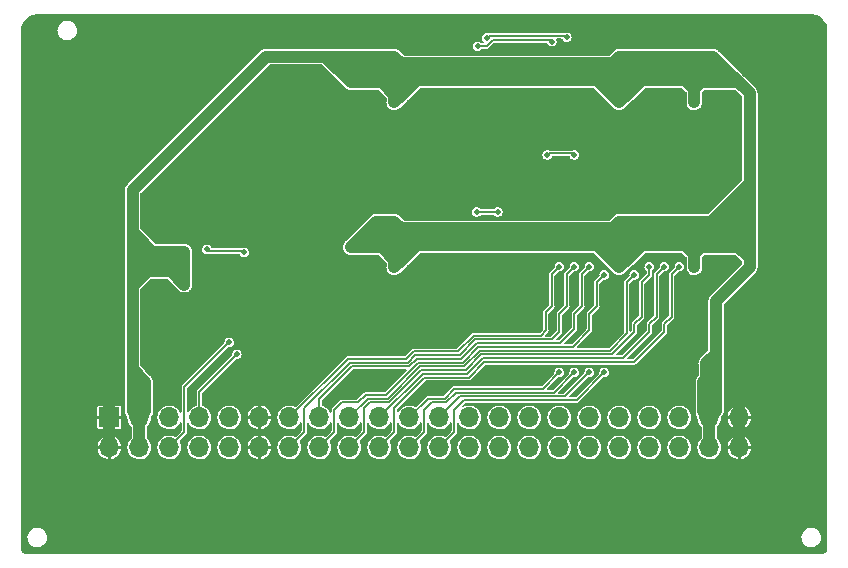
<source format=gbl>
G04 #@! TF.GenerationSoftware,KiCad,Pcbnew,(6.0.1-0)*
G04 #@! TF.CreationDate,2022-02-10T22:24:18-05:00*
G04 #@! TF.ProjectId,MacClassicRAMCard,4d616343-6c61-4737-9369-6352414d4361,rev?*
G04 #@! TF.SameCoordinates,Original*
G04 #@! TF.FileFunction,Copper,L2,Bot*
G04 #@! TF.FilePolarity,Positive*
%FSLAX46Y46*%
G04 Gerber Fmt 4.6, Leading zero omitted, Abs format (unit mm)*
G04 Created by KiCad (PCBNEW (6.0.1-0)) date 2022-02-10 22:24:18*
%MOMM*%
%LPD*%
G01*
G04 APERTURE LIST*
G04 #@! TA.AperFunction,ComponentPad*
%ADD10C,2.000000*%
G04 #@! TD*
G04 #@! TA.AperFunction,ComponentPad*
%ADD11R,1.700000X1.700000*%
G04 #@! TD*
G04 #@! TA.AperFunction,ComponentPad*
%ADD12O,1.700000X1.700000*%
G04 #@! TD*
G04 #@! TA.AperFunction,ViaPad*
%ADD13C,0.600000*%
G04 #@! TD*
G04 #@! TA.AperFunction,ViaPad*
%ADD14C,0.500000*%
G04 #@! TD*
G04 #@! TA.AperFunction,Conductor*
%ADD15C,1.000000*%
G04 #@! TD*
G04 #@! TA.AperFunction,Conductor*
%ADD16C,0.150000*%
G04 #@! TD*
G04 APERTURE END LIST*
D10*
X87884000Y-90424000D03*
X153416000Y-90424000D03*
D11*
X93980000Y-123190000D03*
D12*
X93980000Y-125730000D03*
X96520000Y-123190000D03*
X96520000Y-125730000D03*
X99060000Y-123190000D03*
X99060000Y-125730000D03*
X101600000Y-123190000D03*
X101600000Y-125730000D03*
X104140000Y-123190000D03*
X104140000Y-125730000D03*
X106680000Y-123190000D03*
X106680000Y-125730000D03*
X109220000Y-123190000D03*
X109220000Y-125730000D03*
X111760000Y-123190000D03*
X111760000Y-125730000D03*
X114300000Y-123190000D03*
X114300000Y-125730000D03*
X116840000Y-123190000D03*
X116840000Y-125730000D03*
X119380000Y-123190000D03*
X119380000Y-125730000D03*
X121920000Y-123190000D03*
X121920000Y-125730000D03*
X124460000Y-123190000D03*
X124460000Y-125730000D03*
X127000000Y-123190000D03*
X127000000Y-125730000D03*
X129540000Y-123190000D03*
X129540000Y-125730000D03*
X132080000Y-123190000D03*
X132080000Y-125730000D03*
X134620000Y-123190000D03*
X134620000Y-125730000D03*
X137160000Y-123190000D03*
X137160000Y-125730000D03*
X139700000Y-123190000D03*
X139700000Y-125730000D03*
X142240000Y-123190000D03*
X142240000Y-125730000D03*
X144780000Y-123190000D03*
X144780000Y-125730000D03*
X147320000Y-123190000D03*
X147320000Y-125730000D03*
D10*
X147066000Y-133350000D03*
X94234000Y-133350000D03*
D13*
X137160000Y-96520000D03*
X137160000Y-110490000D03*
X137160000Y-92646500D03*
X137160000Y-106616500D03*
X146050000Y-107632500D03*
X147193000Y-108775500D03*
X114427000Y-94805500D03*
X115570000Y-93662500D03*
X97028000Y-120269000D03*
X95948500Y-119126000D03*
X100330000Y-111950500D03*
X98425000Y-109664500D03*
X100330000Y-109156500D03*
X99568000Y-110617000D03*
X97282000Y-110807500D03*
X115570000Y-107632500D03*
X143573500Y-106616500D03*
X144272000Y-120269000D03*
X144272000Y-108585000D03*
X143510000Y-92646500D03*
X145351500Y-119126000D03*
X144272000Y-94615000D03*
D14*
X118110000Y-92710000D03*
D13*
X143510000Y-110490000D03*
X143510000Y-96520000D03*
X117348000Y-108585000D03*
X118110000Y-110490000D03*
X117348000Y-94615000D03*
X147193000Y-94805500D03*
X118046500Y-106616500D03*
X146050000Y-93662500D03*
X118110000Y-96520000D03*
X114427000Y-108775500D03*
X137160000Y-101600000D03*
X137160000Y-119443500D03*
X137160000Y-115570000D03*
X147193000Y-110109000D03*
X144907000Y-110109000D03*
X114427000Y-96139000D03*
X115570000Y-97282000D03*
X116713000Y-96139000D03*
X94551500Y-119126000D03*
X93472000Y-120269000D03*
D14*
X124460000Y-110617000D03*
X132080000Y-111887000D03*
X133350000Y-111887000D03*
X134620000Y-111887000D03*
X139700000Y-111887000D03*
X140970000Y-111887000D03*
X142240000Y-111887000D03*
X131445000Y-115443000D03*
X132715000Y-115443000D03*
X133985000Y-115443000D03*
X135255000Y-115443000D03*
X139065000Y-115443000D03*
X141605000Y-115443000D03*
X140335000Y-115443000D03*
X125730000Y-110617000D03*
X125095000Y-115443000D03*
X129540000Y-106045000D03*
X132080000Y-101346000D03*
X131445000Y-97536000D03*
X130048000Y-101346000D03*
X134620000Y-101346000D03*
X135890000Y-101346000D03*
X143510000Y-126873000D03*
X140970000Y-126873000D03*
X135890000Y-126873000D03*
X138430000Y-126873000D03*
X128270000Y-126873000D03*
X125730000Y-126873000D03*
X130810000Y-126873000D03*
X133350000Y-126873000D03*
X118110000Y-126873000D03*
X123190000Y-126873000D03*
X115570000Y-126873000D03*
X120650000Y-126873000D03*
X113030000Y-126873000D03*
X110490000Y-126873000D03*
X107950000Y-126873000D03*
D13*
X118110000Y-105473500D03*
X137160000Y-105473500D03*
D14*
X130175000Y-115443000D03*
X130810000Y-111887000D03*
X129540000Y-111887000D03*
X128905000Y-115443000D03*
X123952000Y-106045000D03*
X118872000Y-111061500D03*
X123825000Y-115443000D03*
X125095000Y-96647000D03*
X120015000Y-96520000D03*
X121285000Y-96520000D03*
X122555000Y-96520000D03*
X123317000Y-97282000D03*
X127000000Y-97536000D03*
X127000000Y-100076000D03*
X128905000Y-97536000D03*
X127889000Y-92265500D03*
X129349500Y-92265500D03*
X133350000Y-92202000D03*
X123761500Y-91948000D03*
X122682000Y-92265500D03*
X125730000Y-101346000D03*
X135890000Y-112141000D03*
X137160000Y-111887000D03*
X138430000Y-112141000D03*
X112331500Y-91694000D03*
X119062500Y-92265500D03*
X110109000Y-93916500D03*
X140208000Y-121221500D03*
X141478000Y-121221500D03*
X142748000Y-121221500D03*
X138938000Y-121221500D03*
X114808000Y-119380000D03*
X129540000Y-119824500D03*
X112903000Y-104965500D03*
X128397000Y-106045000D03*
X120015000Y-121475500D03*
X154178000Y-128968500D03*
X154178000Y-134112000D03*
X87122000Y-129032000D03*
X91694000Y-89662000D03*
X97790000Y-89662000D03*
X143510000Y-89725500D03*
X148590000Y-89725500D03*
X87122000Y-134112000D03*
X87122000Y-123952000D03*
X87122000Y-118872000D03*
X87122000Y-108712000D03*
X87122000Y-113792000D03*
X87122000Y-103632000D03*
X87122000Y-98552000D03*
X87122000Y-93472000D03*
X154178000Y-118808500D03*
X154178000Y-123952000D03*
X154178000Y-113792000D03*
X154178000Y-108648500D03*
X154178000Y-103632000D03*
X154178000Y-98488500D03*
X154178000Y-93472000D03*
X149098000Y-134112000D03*
X138938000Y-134112000D03*
X144018000Y-134112000D03*
X128778000Y-134112000D03*
X133858000Y-134112000D03*
X123698000Y-134112000D03*
X92202000Y-134112000D03*
X102362000Y-134112000D03*
X97282000Y-134112000D03*
X112522000Y-134112000D03*
X107442000Y-134112000D03*
X117602000Y-134112000D03*
D13*
X107950000Y-116903500D03*
X108712000Y-115443000D03*
X98425000Y-113284000D03*
X97282000Y-112141000D03*
X107950000Y-114109500D03*
D14*
X108966000Y-108902500D03*
X112585500Y-103886000D03*
X104902000Y-112395000D03*
X101727000Y-113284000D03*
X105410000Y-113792000D03*
X104775000Y-121412000D03*
X103505000Y-121412000D03*
X100965000Y-121412000D03*
X102235000Y-121412000D03*
X99695000Y-121412000D03*
X98425000Y-121412000D03*
X101473000Y-117538500D03*
X100457000Y-117411500D03*
X102870000Y-118935500D03*
X102743000Y-112331500D03*
X138430000Y-89725500D03*
X123190000Y-89662000D03*
X118110000Y-89662000D03*
X113030000Y-89662000D03*
X107950000Y-89662000D03*
X133350000Y-89725500D03*
X128270000Y-89662000D03*
X102870000Y-89662000D03*
X102870000Y-126873000D03*
X105410000Y-126873000D03*
X97790000Y-126873000D03*
X100330000Y-126873000D03*
X95250000Y-126873000D03*
X146050000Y-126873000D03*
X141605000Y-91694000D03*
D13*
X117348000Y-117475000D03*
X147828000Y-120269000D03*
D14*
X137922000Y-97155000D03*
X132080000Y-92202000D03*
D13*
X114427000Y-110109000D03*
D14*
X129667000Y-96774000D03*
X111315499Y-102425500D03*
X126364999Y-96647000D03*
X140970000Y-101346000D03*
D13*
X146748500Y-119126000D03*
X144272000Y-117475000D03*
D14*
X139065000Y-91694000D03*
D13*
X143510000Y-119443500D03*
X146050000Y-97282000D03*
X117348000Y-103505000D03*
D14*
X139700000Y-101346000D03*
X137795000Y-91694000D03*
X133985000Y-96647000D03*
X142240000Y-101346000D03*
X135255000Y-92202000D03*
X142875000Y-91694000D03*
X130810000Y-92202000D03*
D13*
X144907000Y-96139000D03*
D14*
X140335000Y-91694000D03*
X139065000Y-96647000D03*
D13*
X143510000Y-115570000D03*
X118110000Y-119443500D03*
D14*
X130683000Y-96774000D03*
D13*
X116713000Y-110109000D03*
X143510000Y-105473500D03*
D14*
X94234000Y-89661999D03*
D13*
X144272000Y-103505000D03*
X118110000Y-101600000D03*
D14*
X142748000Y-97155000D03*
D13*
X147193000Y-96139000D03*
D14*
X140335000Y-96647000D03*
D13*
X146050000Y-111252000D03*
X115570000Y-111252000D03*
X143510000Y-101600000D03*
D14*
X141605000Y-96647000D03*
X135255000Y-96647000D03*
D13*
X99568000Y-112585500D03*
D14*
X136398000Y-97155000D03*
D13*
X118110000Y-115570000D03*
D14*
X140970000Y-110426500D03*
X138430000Y-111125000D03*
X134620000Y-110426500D03*
X132080000Y-110426500D03*
X142240000Y-110426500D03*
X139700000Y-110426500D03*
X135890000Y-111125000D03*
X133350000Y-110426500D03*
X104140000Y-116840000D03*
X132715000Y-90995500D03*
X125920500Y-91059000D03*
X133350000Y-100965000D03*
X131064000Y-100965000D03*
X104775000Y-117856000D03*
X133350000Y-119380000D03*
X132080000Y-119380000D03*
X135890000Y-119380000D03*
X134620000Y-119380000D03*
X126873000Y-105791000D03*
X125095000Y-105791000D03*
X102235000Y-108966000D03*
X105410000Y-109220000D03*
X131445000Y-91376500D03*
X125158500Y-91757500D03*
D15*
X137160000Y-92646500D02*
X143510000Y-92646500D01*
X117030500Y-94805500D02*
X118110000Y-95885000D01*
X137826750Y-93313250D02*
X137160000Y-92646500D01*
X137858500Y-95821500D02*
X137160000Y-96520000D01*
X137858500Y-93345000D02*
X137826750Y-93313250D01*
X137858500Y-95821500D02*
X137858500Y-93345000D01*
X139065000Y-94615000D02*
X137858500Y-95821500D01*
X139128500Y-94615000D02*
X137826750Y-93313250D01*
X135255000Y-94615000D02*
X139065000Y-94615000D01*
X118110000Y-95885000D02*
X118110000Y-96520000D01*
X118110000Y-92646500D02*
X116586000Y-92646500D01*
X118110000Y-93853000D02*
X118110000Y-92646500D01*
X116586000Y-92646500D02*
X114427000Y-94805500D01*
X118110000Y-92646500D02*
X118713250Y-93249750D01*
X118110000Y-92646500D02*
X118110000Y-96520000D01*
X118110000Y-92646500D02*
X115951000Y-94805500D01*
X115951000Y-94805500D02*
X114998500Y-94805500D01*
X117157500Y-92646500D02*
X114998500Y-94805500D01*
X147066000Y-94805500D02*
X144907000Y-92646500D01*
X117348000Y-94615000D02*
X118110000Y-93853000D01*
X143510000Y-92646500D02*
X145034000Y-92646500D01*
X118110000Y-95377000D02*
X118110000Y-96520000D01*
X148209000Y-95758000D02*
X147256500Y-94805500D01*
X144272000Y-94615000D02*
X139128500Y-94615000D01*
X144272000Y-94615000D02*
X139065000Y-94615000D01*
X137160000Y-96520000D02*
X137160000Y-92646500D01*
X147193000Y-94805500D02*
X147066000Y-94805500D01*
X147256500Y-94805500D02*
X147193000Y-94805500D01*
X145034000Y-92646500D02*
X147193000Y-94805500D01*
X117348000Y-94615000D02*
X118110000Y-95377000D01*
X117348000Y-94615000D02*
X135191500Y-94615000D01*
X117348000Y-94615000D02*
X135255000Y-94615000D01*
X144907000Y-92646500D02*
X145097500Y-92646500D01*
X145097500Y-92646500D02*
X148209000Y-95758000D01*
X118110000Y-92646500D02*
X118681500Y-93218000D01*
X118110000Y-92646500D02*
X117157500Y-92646500D01*
X136398000Y-95758000D02*
X137160000Y-96520000D01*
X136398000Y-93408500D02*
X136556750Y-93249750D01*
X136398000Y-95758000D02*
X136398000Y-93408500D01*
X135191500Y-94615000D02*
X136556750Y-93249750D01*
X135255000Y-94615000D02*
X136398000Y-95758000D01*
X136556750Y-93249750D02*
X137160000Y-92646500D01*
X139065000Y-94615000D02*
X142748000Y-94615000D01*
X143510000Y-92646500D02*
X143510000Y-93853000D01*
X143510000Y-93853000D02*
X144272000Y-94615000D01*
X143510000Y-92646500D02*
X145669000Y-94805500D01*
X145669000Y-94805500D02*
X147193000Y-94805500D01*
X143510000Y-95377000D02*
X144272000Y-94615000D01*
X143510000Y-96520000D02*
X143510000Y-95377000D01*
X136588500Y-93218000D02*
X137160000Y-92646500D01*
X118681500Y-93218000D02*
X136588500Y-93218000D01*
X142532100Y-93624400D02*
X143510000Y-92646500D01*
X138137900Y-93624400D02*
X142532100Y-93624400D01*
X114427000Y-94805500D02*
X114998500Y-94805500D01*
X135191500Y-94615000D02*
X120015000Y-94615000D01*
X120078500Y-94615000D02*
X135191500Y-94615000D01*
X114427000Y-94805500D02*
X117030500Y-94805500D01*
X120015000Y-94615000D02*
X118745000Y-95885000D01*
X137160000Y-92646500D02*
X138137900Y-93624400D01*
X118745000Y-93281500D02*
X118713250Y-93249750D01*
X118110000Y-93853000D02*
X135953500Y-93853000D01*
X135953500Y-93853000D02*
X137160000Y-92646500D01*
X118745000Y-95885000D02*
X118110000Y-96520000D01*
X142748000Y-94615000D02*
X143510000Y-95377000D01*
X118713250Y-93249750D02*
X120078500Y-94615000D01*
X118745000Y-95885000D02*
X118745000Y-93281500D01*
X147193000Y-94805500D02*
X144081500Y-94805500D01*
X144081500Y-94805500D02*
X143510000Y-95377000D01*
X144462500Y-94805500D02*
X144272000Y-94615000D01*
X147193000Y-94805500D02*
X144462500Y-94805500D01*
X142748000Y-94615000D02*
X143510000Y-93853000D01*
X144272000Y-94615000D02*
X147066000Y-94615000D01*
X147066000Y-94615000D02*
X148209000Y-95758000D01*
X143510000Y-107823000D02*
X144272000Y-108585000D01*
X112331500Y-92710000D02*
X118110000Y-92710000D01*
X142532100Y-107594400D02*
X143510000Y-106616500D01*
X147193000Y-108775500D02*
X144462500Y-108775500D01*
X100330000Y-111950500D02*
X100330000Y-109156500D01*
X115951000Y-108775500D02*
X114998500Y-108775500D01*
X95948500Y-112141000D02*
X95948500Y-110807500D01*
X97282000Y-110807500D02*
X99259502Y-110807500D01*
X147637500Y-106616500D02*
X148209000Y-107188000D01*
X142748000Y-108585000D02*
X143510000Y-107823000D01*
X118110000Y-92710000D02*
X118046500Y-92646500D01*
X147066000Y-108775500D02*
X144907000Y-106616500D01*
X95948500Y-112077500D02*
X95948500Y-112141000D01*
X95948500Y-109474000D02*
X95948500Y-109347000D01*
X139065000Y-108585000D02*
X142748000Y-108585000D01*
X118110000Y-109347000D02*
X118110000Y-110490000D01*
X112268000Y-92646500D02*
X112331500Y-92710000D01*
X144272000Y-120205500D02*
X145351500Y-119126000D01*
X137160000Y-106616500D02*
X143510000Y-106616500D01*
X117030500Y-108775500D02*
X118110000Y-109855000D01*
X145034000Y-106616500D02*
X147193000Y-108775500D01*
X112268000Y-92646500D02*
X113284000Y-93662500D01*
X117157500Y-106616500D02*
X114998500Y-108775500D01*
X144780000Y-123190000D02*
X144780000Y-119697500D01*
X147510500Y-106616500D02*
X147637500Y-106616500D01*
X118110000Y-106616500D02*
X118681500Y-107188000D01*
X147193000Y-108775500D02*
X147066000Y-108775500D01*
X144272000Y-108585000D02*
X147066000Y-108585000D01*
X135255000Y-108585000D02*
X139065000Y-108585000D01*
X97218500Y-110807500D02*
X95948500Y-112077500D01*
X100330000Y-109156500D02*
X98933000Y-109156500D01*
X144780000Y-123190000D02*
X144272000Y-122682000D01*
X146240500Y-106616500D02*
X148209000Y-104648000D01*
X99187000Y-110807500D02*
X100330000Y-111950500D01*
X117348000Y-108585000D02*
X118110000Y-107823000D01*
X147510500Y-106616500D02*
X148209000Y-105918000D01*
X148209000Y-107188000D02*
X148209000Y-103314500D01*
X96520000Y-119697500D02*
X95948500Y-119126000D01*
X117348000Y-108585000D02*
X135191500Y-108585000D01*
X97282000Y-110807500D02*
X95948500Y-109474000D01*
X118681500Y-107188000D02*
X136588500Y-107188000D01*
X147066000Y-108585000D02*
X148209000Y-109728000D01*
X100330000Y-109156500D02*
X98679000Y-110807500D01*
X95948500Y-106997500D02*
X95948500Y-103949500D01*
X96266000Y-109664500D02*
X95948500Y-109347000D01*
X145351500Y-119126000D02*
X145351500Y-122618500D01*
X118745000Y-109855000D02*
X118745000Y-107251500D01*
X135953500Y-107823000D02*
X137160000Y-106616500D01*
X145097500Y-106616500D02*
X148209000Y-109728000D01*
X145351500Y-119126000D02*
X145351500Y-113347500D01*
X135255000Y-108585000D02*
X136398000Y-109728000D01*
X143510000Y-106616500D02*
X143510000Y-107823000D01*
X144526000Y-120015000D02*
X144526000Y-118618000D01*
X98869500Y-109156500D02*
X100330000Y-109156500D01*
X144780000Y-123190000D02*
X144780000Y-125730000D01*
X144081500Y-108775500D02*
X143510000Y-109347000D01*
X139128500Y-108585000D02*
X137826750Y-107283250D01*
X118110000Y-109855000D02*
X118110000Y-110490000D01*
X145351500Y-113347500D02*
X148209000Y-110490000D01*
X117348000Y-108585000D02*
X135255000Y-108585000D01*
X144272000Y-108585000D02*
X139128500Y-108585000D01*
X136398000Y-109728000D02*
X136398000Y-107378500D01*
X118110000Y-106616500D02*
X118110000Y-110490000D01*
X114427000Y-108775500D02*
X114998500Y-108775500D01*
X144907000Y-106616500D02*
X146494500Y-106616500D01*
X144907000Y-106616500D02*
X146240500Y-106616500D01*
X95948500Y-110807500D02*
X97282000Y-110807500D01*
X95948500Y-103949500D02*
X107251500Y-92646500D01*
X112268000Y-92646500D02*
X114427000Y-94805500D01*
X100330000Y-109156500D02*
X96139000Y-109156500D01*
X145669000Y-108775500D02*
X147193000Y-108775500D01*
X97028000Y-120205500D02*
X97028000Y-120269000D01*
X118745000Y-109855000D02*
X118110000Y-110490000D01*
X95948500Y-110807500D02*
X95948500Y-109347000D01*
X98425000Y-109664500D02*
X98615500Y-109664500D01*
X146494500Y-106616500D02*
X148209000Y-108331000D01*
X136556750Y-107219750D02*
X137160000Y-106616500D01*
X142748000Y-108585000D02*
X143510000Y-109347000D01*
X144272000Y-122682000D02*
X144272000Y-120269000D01*
X144907000Y-106616500D02*
X148209000Y-103314500D01*
X118110000Y-106616500D02*
X116586000Y-106616500D01*
X98933000Y-109156500D02*
X97282000Y-110807500D01*
X115570000Y-107632500D02*
X116395500Y-107632500D01*
X112268000Y-92646500D02*
X114554000Y-92646500D01*
X144272000Y-120269000D02*
X144526000Y-120015000D01*
X135191500Y-108585000D02*
X136556750Y-107219750D01*
X98425000Y-109664500D02*
X96266000Y-109664500D01*
X146240500Y-106616500D02*
X147510500Y-106616500D01*
X143510000Y-106616500D02*
X145669000Y-108775500D01*
X148209000Y-110490000D02*
X148209000Y-107188000D01*
X145351500Y-122618500D02*
X144780000Y-123190000D01*
X136398000Y-109728000D02*
X137160000Y-110490000D01*
X96139000Y-109156500D02*
X95948500Y-109347000D01*
X136588500Y-107188000D02*
X137160000Y-106616500D01*
X120015000Y-108585000D02*
X118745000Y-109855000D01*
X96520000Y-123190000D02*
X96520000Y-119697500D01*
X144907000Y-106616500D02*
X145097500Y-106616500D01*
X112268000Y-92646500D02*
X107251500Y-92646500D01*
X144462500Y-108775500D02*
X144272000Y-108585000D01*
X97028000Y-122682000D02*
X96520000Y-123190000D01*
X95948500Y-107505500D02*
X98107500Y-109664500D01*
X148209000Y-105918000D02*
X148209000Y-104648000D01*
X95948500Y-119126000D02*
X95948500Y-112141000D01*
X114427000Y-108775500D02*
X117030500Y-108775500D01*
X137858500Y-109791500D02*
X137160000Y-110490000D01*
X118110000Y-106616500D02*
X115951000Y-108775500D01*
X144272000Y-120269000D02*
X144272000Y-120205500D01*
X116586000Y-106616500D02*
X114427000Y-108775500D01*
X118110000Y-106616500D02*
X117157500Y-106616500D01*
X143510000Y-110490000D02*
X143510000Y-109347000D01*
X148209000Y-103314500D02*
X148209000Y-95758000D01*
X116395500Y-107632500D02*
X117348000Y-108585000D01*
X95948500Y-106997500D02*
X95948500Y-107505500D01*
X95948500Y-109347000D02*
X95948500Y-106997500D01*
X95948500Y-119126000D02*
X97028000Y-120205500D01*
X143510000Y-106616500D02*
X145034000Y-106616500D01*
X98615500Y-109664500D02*
X99568000Y-110617000D01*
X144526000Y-118618000D02*
X145351500Y-117792500D01*
X97028000Y-120269000D02*
X97028000Y-122682000D01*
X136398000Y-107378500D02*
X136556750Y-107219750D01*
X138137900Y-107594400D02*
X142532100Y-107594400D01*
X139065000Y-108585000D02*
X137858500Y-109791500D01*
X143510000Y-109347000D02*
X144272000Y-108585000D01*
X144780000Y-119697500D02*
X145351500Y-119126000D01*
X96520000Y-123190000D02*
X96520000Y-125730000D01*
X113284000Y-93662500D02*
X115570000Y-93662500D01*
X147256500Y-108775500D02*
X147193000Y-108775500D01*
X118713250Y-107219750D02*
X120078500Y-108585000D01*
X147193000Y-108775500D02*
X144081500Y-108775500D01*
X118745000Y-107251500D02*
X118713250Y-107219750D01*
X145351500Y-117792500D02*
X145351500Y-113347500D01*
X137826750Y-107283250D02*
X137160000Y-106616500D01*
X95948500Y-119126000D02*
X95948500Y-122618500D01*
X137160000Y-110490000D02*
X137160000Y-106616500D01*
X135191500Y-108585000D02*
X120015000Y-108585000D01*
X118110000Y-107823000D02*
X118110000Y-106616500D01*
X95948500Y-122618500D02*
X96520000Y-123190000D01*
X148209000Y-109728000D02*
X147256500Y-108775500D01*
X137858500Y-109791500D02*
X137858500Y-107315000D01*
X144272000Y-108585000D02*
X139065000Y-108585000D01*
X116586000Y-92646500D02*
X112268000Y-92646500D01*
X98679000Y-110807500D02*
X97282000Y-110807500D01*
X148209000Y-104648000D02*
X148209000Y-103314500D01*
X97282000Y-110807500D02*
X99187000Y-110807500D01*
X118110000Y-107823000D02*
X135953500Y-107823000D01*
X118110000Y-106616500D02*
X118713250Y-107219750D01*
X95948500Y-112077500D02*
X98869500Y-109156500D01*
X137858500Y-107315000D02*
X137826750Y-107283250D01*
X98107500Y-109664500D02*
X98425000Y-109664500D01*
X117348000Y-108585000D02*
X118110000Y-109347000D01*
X114554000Y-92646500D02*
X115570000Y-93662500D01*
X148209000Y-108331000D02*
X148209000Y-110490000D01*
X137160000Y-106616500D02*
X138137900Y-107594400D01*
X97282000Y-110807500D02*
X97218500Y-110807500D01*
X120078500Y-108585000D02*
X135191500Y-108585000D01*
X93472000Y-120205500D02*
X93472000Y-120269000D01*
X94551500Y-119126000D02*
X93472000Y-120205500D01*
X93980000Y-123190000D02*
X93980000Y-119697500D01*
X147320000Y-123190000D02*
X147320000Y-125730000D01*
X93980000Y-123190000D02*
X93980000Y-125730000D01*
X146748500Y-119126000D02*
X147828000Y-120205500D01*
X93980000Y-123190000D02*
X93980000Y-120777000D01*
X93980000Y-120777000D02*
X93472000Y-120269000D01*
X146748500Y-119126000D02*
X146748500Y-120205500D01*
X147828000Y-120205500D02*
X147828000Y-120269000D01*
X146748500Y-120205500D02*
X147320000Y-120777000D01*
X94551500Y-119126000D02*
X94551500Y-120205500D01*
X147320000Y-120777000D02*
X147828000Y-120269000D01*
X93980000Y-119697500D02*
X94551500Y-119126000D01*
X94551500Y-120205500D02*
X93980000Y-120777000D01*
X147320000Y-119697500D02*
X146748500Y-119126000D01*
X147320000Y-123190000D02*
X147320000Y-120777000D01*
X147320000Y-123190000D02*
X147320000Y-119697500D01*
D16*
X120523000Y-119507000D02*
X124269500Y-119507000D01*
X137477500Y-118173500D02*
X139700000Y-115951000D01*
X116840000Y-123190000D02*
X120523000Y-119507000D01*
X124269500Y-119507000D02*
X125603000Y-118173500D01*
X140335000Y-114681000D02*
X140335000Y-111061500D01*
X139700000Y-115951000D02*
X139700000Y-115316000D01*
X140335000Y-111061500D02*
X140970000Y-110426500D01*
X125603000Y-118173500D02*
X137477500Y-118173500D01*
X139700000Y-115316000D02*
X140335000Y-114681000D01*
X125349000Y-117538500D02*
X136334500Y-117538500D01*
X120269000Y-118872000D02*
X124015500Y-118872000D01*
X137795000Y-116078000D02*
X137795000Y-111760000D01*
X114300000Y-123190000D02*
X115887500Y-121602500D01*
X117538500Y-121602500D02*
X120269000Y-118872000D01*
X124015500Y-118872000D02*
X125349000Y-117538500D01*
X115887500Y-121602500D02*
X117538500Y-121602500D01*
X137795000Y-111760000D02*
X138430000Y-111125000D01*
X136334500Y-117538500D02*
X137795000Y-116078000D01*
X133985000Y-113792000D02*
X133350000Y-114427000D01*
X133350000Y-114427000D02*
X133350000Y-115697000D01*
X132143500Y-116903500D02*
X125095000Y-116903500D01*
X134620000Y-110426500D02*
X133985000Y-111061500D01*
X119380000Y-118872000D02*
X114554000Y-118872000D01*
X114554000Y-118872000D02*
X111760000Y-121666000D01*
X120015000Y-118237000D02*
X119380000Y-118872000D01*
X133350000Y-115697000D02*
X132143500Y-116903500D01*
X133985000Y-111061500D02*
X133985000Y-113792000D01*
X111760000Y-121666000D02*
X111760000Y-123190000D01*
X125095000Y-116903500D02*
X123761500Y-118237000D01*
X123761500Y-118237000D02*
X120015000Y-118237000D01*
X132080000Y-110426500D02*
X131445000Y-111061500D01*
X131445000Y-113792000D02*
X130937000Y-114300000D01*
X124841000Y-116268500D02*
X123507500Y-117602000D01*
X131445000Y-111061500D02*
X131445000Y-113792000D01*
X130937000Y-115824000D02*
X130492500Y-116268500D01*
X130492500Y-116268500D02*
X124841000Y-116268500D01*
X119126000Y-118237000D02*
X114173000Y-118237000D01*
X114173000Y-118237000D02*
X109220000Y-123190000D01*
X123507500Y-117602000D02*
X119761000Y-117602000D01*
X119761000Y-117602000D02*
X119126000Y-118237000D01*
X130937000Y-114300000D02*
X130937000Y-115824000D01*
X138430000Y-118491000D02*
X140970000Y-115951000D01*
X118110000Y-122364500D02*
X120650000Y-119824500D01*
X140970000Y-115316000D02*
X141605000Y-114681000D01*
X118110000Y-124460000D02*
X118110000Y-122364500D01*
X140970000Y-115951000D02*
X140970000Y-115316000D01*
X124396500Y-119824500D02*
X125730000Y-118491000D01*
X141605000Y-114681000D02*
X141605000Y-111061500D01*
X120650000Y-119824500D02*
X124396500Y-119824500D01*
X125730000Y-118491000D02*
X138430000Y-118491000D01*
X141605000Y-111061500D02*
X142240000Y-110426500D01*
X116840000Y-125730000D02*
X118110000Y-124460000D01*
X116078000Y-121920000D02*
X115570000Y-122428000D01*
X138430000Y-115316000D02*
X138430000Y-115951000D01*
X139065000Y-111760000D02*
X139065000Y-114681000D01*
X115570000Y-124460000D02*
X114300000Y-125730000D01*
X115570000Y-122428000D02*
X115570000Y-124460000D01*
X139700000Y-110426500D02*
X139700000Y-111125000D01*
X120396000Y-119189500D02*
X117665500Y-121920000D01*
X138430000Y-115951000D02*
X136525000Y-117856000D01*
X136525000Y-117856000D02*
X125476000Y-117856000D01*
X139065000Y-114681000D02*
X138430000Y-115316000D01*
X117665500Y-121920000D02*
X116078000Y-121920000D01*
X124142500Y-119189500D02*
X120396000Y-119189500D01*
X125476000Y-117856000D02*
X124142500Y-119189500D01*
X139700000Y-111125000D02*
X139065000Y-111760000D01*
X117411500Y-121285000D02*
X115697000Y-121285000D01*
X113030000Y-124460000D02*
X111760000Y-125730000D01*
X125222000Y-117221000D02*
X123888500Y-118554500D01*
X115697000Y-121285000D02*
X115062000Y-121920000D01*
X134620000Y-115824000D02*
X133223000Y-117221000D01*
X134620000Y-114427000D02*
X134620000Y-115824000D01*
X135255000Y-113792000D02*
X134620000Y-114427000D01*
X123888500Y-118554500D02*
X120142000Y-118554500D01*
X135255000Y-111760000D02*
X135255000Y-113792000D01*
X113030000Y-122555000D02*
X113030000Y-124460000D01*
X135890000Y-111125000D02*
X135255000Y-111760000D01*
X133223000Y-117221000D02*
X125222000Y-117221000D01*
X115062000Y-121920000D02*
X113665000Y-121920000D01*
X120142000Y-118554500D02*
X117411500Y-121285000D01*
X113665000Y-121920000D02*
X113030000Y-122555000D01*
X124968000Y-116586000D02*
X123634500Y-117919500D01*
X114363500Y-118554500D02*
X110490000Y-122428000D01*
X132715000Y-113792000D02*
X132080000Y-114427000D01*
X132715000Y-111061500D02*
X132715000Y-113792000D01*
X110490000Y-124460000D02*
X109220000Y-125730000D01*
X119253000Y-118554500D02*
X114363500Y-118554500D01*
X132080000Y-114427000D02*
X132080000Y-115951000D01*
X133350000Y-110426500D02*
X132715000Y-111061500D01*
X123634500Y-117919500D02*
X119888000Y-117919500D01*
X119888000Y-117919500D02*
X119253000Y-118554500D01*
X131445000Y-116586000D02*
X124968000Y-116586000D01*
X110490000Y-122428000D02*
X110490000Y-124460000D01*
X132080000Y-115951000D02*
X131445000Y-116586000D01*
X100330000Y-120650000D02*
X100330000Y-124460000D01*
X104140000Y-116840000D02*
X100330000Y-120650000D01*
X100330000Y-124460000D02*
X99060000Y-125730000D01*
X131064000Y-100965000D02*
X131191000Y-100838000D01*
X132588000Y-90868500D02*
X132715000Y-90995500D01*
X131191000Y-100838000D02*
X133223000Y-100838000D01*
X101600000Y-121031000D02*
X101600000Y-123190000D01*
X133223000Y-100838000D02*
X133350000Y-100965000D01*
X125920500Y-91059000D02*
X126111000Y-90868500D01*
X104775000Y-117856000D02*
X101600000Y-121031000D01*
X126111000Y-90868500D02*
X132588000Y-90868500D01*
X120650000Y-124460000D02*
X120650000Y-122555000D01*
X122491500Y-121920000D02*
X121285000Y-121920000D01*
X131635500Y-121094500D02*
X123317000Y-121094500D01*
X119380000Y-125730000D02*
X120650000Y-124460000D01*
X123317000Y-121094500D02*
X122491500Y-121920000D01*
X131635500Y-121094500D02*
X133350000Y-119380000D01*
X121285000Y-121920000D02*
X120650000Y-122555000D01*
X123190000Y-120777000D02*
X122364500Y-121602500D01*
X130683000Y-120777000D02*
X123190000Y-120777000D01*
X130683000Y-120777000D02*
X132080000Y-119380000D01*
X120967500Y-121602500D02*
X119380000Y-123190000D01*
X122364500Y-121602500D02*
X120967500Y-121602500D01*
X123190000Y-122555000D02*
X124015500Y-121729500D01*
X133540500Y-121729500D02*
X135890000Y-119380000D01*
X123190000Y-124460000D02*
X123190000Y-122555000D01*
X124015500Y-121729500D02*
X133540500Y-121729500D01*
X121920000Y-125730000D02*
X123190000Y-124460000D01*
X123698000Y-121412000D02*
X132588000Y-121412000D01*
X121920000Y-123190000D02*
X123698000Y-121412000D01*
X132588000Y-121412000D02*
X134620000Y-119380000D01*
X126873000Y-105791000D02*
X125095000Y-105791000D01*
X102362000Y-109093000D02*
X102235000Y-108966000D01*
X105283000Y-109093000D02*
X102362000Y-109093000D01*
X105410000Y-109220000D02*
X105283000Y-109093000D01*
X131318000Y-91249500D02*
X126428500Y-91249500D01*
X131445000Y-91376500D02*
X131318000Y-91249500D01*
X126428500Y-91249500D02*
X125920500Y-91757500D01*
X125920500Y-91757500D02*
X125158500Y-91757500D01*
G04 #@! TA.AperFunction,Conductor*
G36*
X153405389Y-89056590D02*
G01*
X153416000Y-89059433D01*
X153425665Y-89056843D01*
X153435672Y-89056843D01*
X153435672Y-89057087D01*
X153444692Y-89056258D01*
X153624355Y-89070398D01*
X153636133Y-89072264D01*
X153734834Y-89095960D01*
X153833538Y-89119656D01*
X153844872Y-89123338D01*
X153915548Y-89152613D01*
X154032440Y-89201032D01*
X154043066Y-89206446D01*
X154216168Y-89312522D01*
X154225816Y-89319532D01*
X154380193Y-89451382D01*
X154388618Y-89459807D01*
X154435319Y-89514487D01*
X154520468Y-89614184D01*
X154527478Y-89623832D01*
X154633554Y-89796934D01*
X154638968Y-89807560D01*
X154646228Y-89825086D01*
X154716662Y-89995128D01*
X154720345Y-90006465D01*
X154767736Y-90203867D01*
X154769602Y-90215645D01*
X154783742Y-90395308D01*
X154782913Y-90404328D01*
X154783157Y-90404328D01*
X154783157Y-90414335D01*
X154780567Y-90424000D01*
X154783157Y-90433665D01*
X154783410Y-90434609D01*
X154786000Y-90454280D01*
X154786000Y-134335720D01*
X154783410Y-134355389D01*
X154780567Y-134366000D01*
X154783157Y-134375666D01*
X154783157Y-134382612D01*
X154782507Y-134392532D01*
X154775244Y-134447702D01*
X154770109Y-134466866D01*
X154742402Y-134533756D01*
X154732482Y-134550938D01*
X154688407Y-134608378D01*
X154674378Y-134622407D01*
X154616938Y-134666482D01*
X154599756Y-134676402D01*
X154532866Y-134704109D01*
X154513702Y-134709244D01*
X154458532Y-134716507D01*
X154448612Y-134717157D01*
X154441666Y-134717157D01*
X154432000Y-134714567D01*
X154421389Y-134717410D01*
X154401720Y-134720000D01*
X86898280Y-134720000D01*
X86878611Y-134717410D01*
X86868000Y-134714567D01*
X86858334Y-134717157D01*
X86851388Y-134717157D01*
X86841468Y-134716507D01*
X86786298Y-134709244D01*
X86767134Y-134704109D01*
X86700244Y-134676402D01*
X86683062Y-134666482D01*
X86625622Y-134622407D01*
X86611593Y-134608378D01*
X86567518Y-134550938D01*
X86557598Y-134533756D01*
X86529891Y-134466866D01*
X86524756Y-134447702D01*
X86517493Y-134392532D01*
X86516843Y-134382612D01*
X86516843Y-134375666D01*
X86519433Y-134366000D01*
X86516590Y-134355389D01*
X86514000Y-134335720D01*
X86514000Y-133303591D01*
X87053922Y-133303591D01*
X87063321Y-133482921D01*
X87111008Y-133656049D01*
X87194760Y-133814898D01*
X87310668Y-133952058D01*
X87313933Y-133954555D01*
X87313937Y-133954558D01*
X87450056Y-134058628D01*
X87453326Y-134061128D01*
X87457057Y-134062868D01*
X87457059Y-134062869D01*
X87542231Y-134102585D01*
X87616077Y-134137020D01*
X87620087Y-134137916D01*
X87620089Y-134137917D01*
X87727742Y-134161980D01*
X87791328Y-134176193D01*
X87796819Y-134176500D01*
X87928866Y-134176500D01*
X88019523Y-134166652D01*
X88058430Y-134162425D01*
X88058431Y-134162425D01*
X88062525Y-134161980D01*
X88145433Y-134134079D01*
X88228821Y-134106016D01*
X88228822Y-134106015D01*
X88232722Y-134104703D01*
X88236243Y-134102587D01*
X88236248Y-134102585D01*
X88383120Y-134014334D01*
X88383121Y-134014333D01*
X88386648Y-134012214D01*
X88517123Y-133888830D01*
X88618060Y-133740306D01*
X88684748Y-133573573D01*
X88714078Y-133396409D01*
X88709213Y-133303591D01*
X152585922Y-133303591D01*
X152595321Y-133482921D01*
X152643008Y-133656049D01*
X152726760Y-133814898D01*
X152842668Y-133952058D01*
X152845933Y-133954555D01*
X152845937Y-133954558D01*
X152982056Y-134058628D01*
X152985326Y-134061128D01*
X152989057Y-134062868D01*
X152989059Y-134062869D01*
X153074231Y-134102585D01*
X153148077Y-134137020D01*
X153152087Y-134137916D01*
X153152089Y-134137917D01*
X153259742Y-134161980D01*
X153323328Y-134176193D01*
X153328819Y-134176500D01*
X153460866Y-134176500D01*
X153551523Y-134166652D01*
X153590430Y-134162425D01*
X153590431Y-134162425D01*
X153594525Y-134161980D01*
X153677433Y-134134079D01*
X153760821Y-134106016D01*
X153760822Y-134106015D01*
X153764722Y-134104703D01*
X153768243Y-134102587D01*
X153768248Y-134102585D01*
X153915120Y-134014334D01*
X153915121Y-134014333D01*
X153918648Y-134012214D01*
X154049123Y-133888830D01*
X154150060Y-133740306D01*
X154216748Y-133573573D01*
X154246078Y-133396409D01*
X154236679Y-133217079D01*
X154188992Y-133043951D01*
X154105240Y-132885102D01*
X153989332Y-132747942D01*
X153986067Y-132745445D01*
X153986063Y-132745442D01*
X153849944Y-132641372D01*
X153849943Y-132641372D01*
X153846674Y-132638872D01*
X153842943Y-132637132D01*
X153842941Y-132637131D01*
X153687652Y-132564719D01*
X153687653Y-132564719D01*
X153683923Y-132562980D01*
X153679913Y-132562084D01*
X153679911Y-132562083D01*
X153511710Y-132524486D01*
X153511709Y-132524486D01*
X153508672Y-132523807D01*
X153503181Y-132523500D01*
X153371134Y-132523500D01*
X153280477Y-132533348D01*
X153241570Y-132537575D01*
X153241569Y-132537575D01*
X153237475Y-132538020D01*
X153163307Y-132562980D01*
X153071179Y-132593984D01*
X153071178Y-132593985D01*
X153067278Y-132595297D01*
X153063757Y-132597413D01*
X153063752Y-132597415D01*
X152916880Y-132685666D01*
X152913352Y-132687786D01*
X152782877Y-132811170D01*
X152681940Y-132959694D01*
X152615252Y-133126427D01*
X152585922Y-133303591D01*
X88709213Y-133303591D01*
X88704679Y-133217079D01*
X88656992Y-133043951D01*
X88573240Y-132885102D01*
X88457332Y-132747942D01*
X88454067Y-132745445D01*
X88454063Y-132745442D01*
X88317944Y-132641372D01*
X88317943Y-132641372D01*
X88314674Y-132638872D01*
X88310943Y-132637132D01*
X88310941Y-132637131D01*
X88155652Y-132564719D01*
X88155653Y-132564719D01*
X88151923Y-132562980D01*
X88147913Y-132562084D01*
X88147911Y-132562083D01*
X87979710Y-132524486D01*
X87979709Y-132524486D01*
X87976672Y-132523807D01*
X87971181Y-132523500D01*
X87839134Y-132523500D01*
X87748477Y-132533348D01*
X87709570Y-132537575D01*
X87709569Y-132537575D01*
X87705475Y-132538020D01*
X87631307Y-132562980D01*
X87539179Y-132593984D01*
X87539178Y-132593985D01*
X87535278Y-132595297D01*
X87531757Y-132597413D01*
X87531752Y-132597415D01*
X87384880Y-132685666D01*
X87381352Y-132687786D01*
X87250877Y-132811170D01*
X87149940Y-132959694D01*
X87083252Y-133126427D01*
X87053922Y-133303591D01*
X86514000Y-133303591D01*
X86514000Y-125888003D01*
X92985691Y-125888003D01*
X92987405Y-125908411D01*
X92988740Y-125915690D01*
X93040964Y-126097813D01*
X93043687Y-126104691D01*
X93130289Y-126273201D01*
X93134296Y-126279420D01*
X93251979Y-126427899D01*
X93257119Y-126433222D01*
X93401401Y-126556015D01*
X93407476Y-126560237D01*
X93572856Y-126652664D01*
X93579645Y-126655630D01*
X93759825Y-126714175D01*
X93767056Y-126715764D01*
X93816693Y-126721683D01*
X93827329Y-126719189D01*
X93830000Y-126715618D01*
X93830000Y-126712069D01*
X94130000Y-126712069D01*
X94133736Y-126722334D01*
X94138088Y-126724847D01*
X94151480Y-126723816D01*
X94158768Y-126722531D01*
X94341250Y-126671581D01*
X94348140Y-126668909D01*
X94517263Y-126583479D01*
X94523497Y-126579522D01*
X94672800Y-126462875D01*
X94678155Y-126457775D01*
X94801956Y-126314350D01*
X94806220Y-126308305D01*
X94899801Y-126143573D01*
X94902811Y-126136815D01*
X94962616Y-125957032D01*
X94964252Y-125949830D01*
X94971394Y-125893294D01*
X94968975Y-125882643D01*
X94965493Y-125880000D01*
X94143400Y-125880000D01*
X94133135Y-125883736D01*
X94130000Y-125889166D01*
X94130000Y-126712069D01*
X93830000Y-126712069D01*
X93830000Y-125893400D01*
X93826264Y-125883135D01*
X93820834Y-125880000D01*
X92998419Y-125880000D01*
X92988154Y-125883736D01*
X92985691Y-125888003D01*
X86514000Y-125888003D01*
X86514000Y-125566683D01*
X92987979Y-125566683D01*
X92990548Y-125577301D01*
X92994208Y-125580000D01*
X93816600Y-125580000D01*
X93826865Y-125576264D01*
X93830000Y-125570834D01*
X93830000Y-125566600D01*
X94130000Y-125566600D01*
X94133736Y-125576865D01*
X94139166Y-125580000D01*
X94960750Y-125580000D01*
X94971015Y-125576264D01*
X94973382Y-125572164D01*
X94970008Y-125537752D01*
X94968567Y-125530479D01*
X94913810Y-125349111D01*
X94910993Y-125342275D01*
X94822044Y-125174990D01*
X94817949Y-125168826D01*
X94698207Y-125022007D01*
X94692989Y-125016752D01*
X94547012Y-124895990D01*
X94540873Y-124891849D01*
X94374222Y-124801741D01*
X94367394Y-124798871D01*
X94186409Y-124742847D01*
X94179167Y-124741360D01*
X94143326Y-124737593D01*
X94132729Y-124740235D01*
X94130000Y-124743990D01*
X94130000Y-125566600D01*
X93830000Y-125566600D01*
X93830000Y-124748859D01*
X93826264Y-124738594D01*
X93822082Y-124736180D01*
X93794660Y-124738675D01*
X93787396Y-124740061D01*
X93605638Y-124793554D01*
X93598781Y-124796325D01*
X93430878Y-124884103D01*
X93424693Y-124888150D01*
X93277032Y-125006873D01*
X93271751Y-125012045D01*
X93149969Y-125157179D01*
X93145785Y-125163290D01*
X93054513Y-125329312D01*
X93051599Y-125336112D01*
X92994313Y-125516700D01*
X92992773Y-125523944D01*
X92987979Y-125566683D01*
X86514000Y-125566683D01*
X86514000Y-124051437D01*
X92976000Y-124051437D01*
X92976728Y-124058826D01*
X92983475Y-124092747D01*
X92989094Y-124106312D01*
X93014814Y-124144805D01*
X93025195Y-124155186D01*
X93063688Y-124180906D01*
X93077253Y-124186525D01*
X93111174Y-124193272D01*
X93118563Y-124194000D01*
X93816600Y-124194000D01*
X93826865Y-124190264D01*
X93830000Y-124184834D01*
X93830000Y-124180600D01*
X94130000Y-124180600D01*
X94133736Y-124190865D01*
X94139166Y-124194000D01*
X94841437Y-124194000D01*
X94848826Y-124193272D01*
X94882747Y-124186525D01*
X94896312Y-124180906D01*
X94934805Y-124155186D01*
X94945186Y-124144805D01*
X94970906Y-124106312D01*
X94976525Y-124092747D01*
X94983272Y-124058826D01*
X94984000Y-124051437D01*
X94984000Y-123353400D01*
X94980264Y-123343135D01*
X94974834Y-123340000D01*
X94143400Y-123340000D01*
X94133135Y-123343736D01*
X94130000Y-123349166D01*
X94130000Y-124180600D01*
X93830000Y-124180600D01*
X93830000Y-123353400D01*
X93826264Y-123343135D01*
X93820834Y-123340000D01*
X92989400Y-123340000D01*
X92979135Y-123343736D01*
X92976000Y-123349166D01*
X92976000Y-124051437D01*
X86514000Y-124051437D01*
X86514000Y-123026600D01*
X92976000Y-123026600D01*
X92979736Y-123036865D01*
X92985166Y-123040000D01*
X93816600Y-123040000D01*
X93826865Y-123036264D01*
X93830000Y-123030834D01*
X93830000Y-123026600D01*
X94130000Y-123026600D01*
X94133736Y-123036865D01*
X94139166Y-123040000D01*
X94970600Y-123040000D01*
X94980865Y-123036264D01*
X94984000Y-123030834D01*
X94984000Y-122328563D01*
X94983272Y-122321174D01*
X94976525Y-122287253D01*
X94970906Y-122273688D01*
X94945186Y-122235195D01*
X94934805Y-122224814D01*
X94896312Y-122199094D01*
X94882747Y-122193475D01*
X94848826Y-122186728D01*
X94841437Y-122186000D01*
X94143400Y-122186000D01*
X94133135Y-122189736D01*
X94130000Y-122195166D01*
X94130000Y-123026600D01*
X93830000Y-123026600D01*
X93830000Y-122199400D01*
X93826264Y-122189135D01*
X93820834Y-122186000D01*
X93118563Y-122186000D01*
X93111174Y-122186728D01*
X93077253Y-122193475D01*
X93063688Y-122199094D01*
X93025195Y-122224814D01*
X93014814Y-122235195D01*
X92989094Y-122273688D01*
X92983475Y-122287253D01*
X92976728Y-122321174D01*
X92976000Y-122328563D01*
X92976000Y-123026600D01*
X86514000Y-123026600D01*
X86514000Y-112056778D01*
X95289124Y-112056778D01*
X95289574Y-112061534D01*
X95293663Y-112104797D01*
X95294000Y-112111949D01*
X95294000Y-119045352D01*
X95292993Y-119054470D01*
X95293219Y-119054491D01*
X95292769Y-119059252D01*
X95291726Y-119063917D01*
X95291876Y-119068694D01*
X95291876Y-119068695D01*
X95293963Y-119135103D01*
X95294000Y-119137490D01*
X95294000Y-122537852D01*
X95292993Y-122546970D01*
X95293219Y-122546991D01*
X95292769Y-122551752D01*
X95291726Y-122556417D01*
X95291876Y-122561194D01*
X95291876Y-122561195D01*
X95293963Y-122627603D01*
X95294000Y-122629990D01*
X95294000Y-122659678D01*
X95294845Y-122666370D01*
X95295404Y-122673487D01*
X95296920Y-122721700D01*
X95303950Y-122745899D01*
X95306366Y-122757565D01*
X95309524Y-122782561D01*
X95327284Y-122827419D01*
X95329590Y-122834150D01*
X95343055Y-122880499D01*
X95345491Y-122884618D01*
X95355880Y-122902184D01*
X95361125Y-122912890D01*
X95370399Y-122936314D01*
X95398753Y-122975341D01*
X95402674Y-122981310D01*
X95427233Y-123022836D01*
X95445046Y-123040649D01*
X95452791Y-123049717D01*
X95453699Y-123050966D01*
X95467598Y-123070097D01*
X95486273Y-123085546D01*
X95512580Y-123130385D01*
X95513355Y-123152576D01*
X95510738Y-123175907D01*
X95527222Y-123372209D01*
X95581521Y-123561570D01*
X95671566Y-123736779D01*
X95793927Y-123891160D01*
X95796755Y-123893566D01*
X95796758Y-123893570D01*
X95838757Y-123929313D01*
X95864436Y-123974515D01*
X95865500Y-123987190D01*
X95865500Y-124930849D01*
X95847719Y-124979701D01*
X95837122Y-124990079D01*
X95813788Y-125008840D01*
X95687163Y-125159745D01*
X95685371Y-125163004D01*
X95685370Y-125163006D01*
X95594052Y-125329114D01*
X95594050Y-125329118D01*
X95592262Y-125332371D01*
X95532697Y-125520142D01*
X95532283Y-125523836D01*
X95532282Y-125523839D01*
X95511153Y-125712205D01*
X95510738Y-125715907D01*
X95527222Y-125912209D01*
X95581521Y-126101570D01*
X95671566Y-126276779D01*
X95793927Y-126431160D01*
X95796755Y-126433566D01*
X95796758Y-126433570D01*
X95941115Y-126556427D01*
X95941118Y-126556429D01*
X95943945Y-126558835D01*
X95947187Y-126560647D01*
X95947190Y-126560649D01*
X96061744Y-126624671D01*
X96115904Y-126654940D01*
X96158896Y-126668909D01*
X96299717Y-126714665D01*
X96299722Y-126714666D01*
X96303255Y-126715814D01*
X96446024Y-126732838D01*
X96495171Y-126738699D01*
X96495172Y-126738699D01*
X96498862Y-126739139D01*
X96695274Y-126724026D01*
X96885009Y-126671050D01*
X97060842Y-126582231D01*
X97063772Y-126579942D01*
X97213146Y-126463238D01*
X97213148Y-126463236D01*
X97216074Y-126460950D01*
X97344793Y-126311828D01*
X97346795Y-126308305D01*
X97440262Y-126143773D01*
X97440263Y-126143770D01*
X97442096Y-126140544D01*
X97443337Y-126136815D01*
X97503103Y-125957151D01*
X97504277Y-125953622D01*
X97528966Y-125758183D01*
X97529360Y-125730000D01*
X97527978Y-125715907D01*
X98050738Y-125715907D01*
X98067222Y-125912209D01*
X98121521Y-126101570D01*
X98211566Y-126276779D01*
X98333927Y-126431160D01*
X98336755Y-126433566D01*
X98336758Y-126433570D01*
X98481115Y-126556427D01*
X98481118Y-126556429D01*
X98483945Y-126558835D01*
X98487187Y-126560647D01*
X98487190Y-126560649D01*
X98601744Y-126624671D01*
X98655904Y-126654940D01*
X98698896Y-126668909D01*
X98839717Y-126714665D01*
X98839722Y-126714666D01*
X98843255Y-126715814D01*
X98986024Y-126732838D01*
X99035171Y-126738699D01*
X99035172Y-126738699D01*
X99038862Y-126739139D01*
X99235274Y-126724026D01*
X99425009Y-126671050D01*
X99600842Y-126582231D01*
X99603772Y-126579942D01*
X99753146Y-126463238D01*
X99753148Y-126463236D01*
X99756074Y-126460950D01*
X99884793Y-126311828D01*
X99886795Y-126308305D01*
X99980262Y-126143773D01*
X99980263Y-126143770D01*
X99982096Y-126140544D01*
X99983337Y-126136815D01*
X100043103Y-125957151D01*
X100044277Y-125953622D01*
X100068966Y-125758183D01*
X100069360Y-125730000D01*
X100067978Y-125715907D01*
X100590738Y-125715907D01*
X100607222Y-125912209D01*
X100661521Y-126101570D01*
X100751566Y-126276779D01*
X100873927Y-126431160D01*
X100876755Y-126433566D01*
X100876758Y-126433570D01*
X101021115Y-126556427D01*
X101021118Y-126556429D01*
X101023945Y-126558835D01*
X101027187Y-126560647D01*
X101027190Y-126560649D01*
X101141744Y-126624671D01*
X101195904Y-126654940D01*
X101238896Y-126668909D01*
X101379717Y-126714665D01*
X101379722Y-126714666D01*
X101383255Y-126715814D01*
X101526024Y-126732838D01*
X101575171Y-126738699D01*
X101575172Y-126738699D01*
X101578862Y-126739139D01*
X101775274Y-126724026D01*
X101965009Y-126671050D01*
X102140842Y-126582231D01*
X102143772Y-126579942D01*
X102293146Y-126463238D01*
X102293148Y-126463236D01*
X102296074Y-126460950D01*
X102424793Y-126311828D01*
X102426795Y-126308305D01*
X102520262Y-126143773D01*
X102520263Y-126143770D01*
X102522096Y-126140544D01*
X102523337Y-126136815D01*
X102583103Y-125957151D01*
X102584277Y-125953622D01*
X102608966Y-125758183D01*
X102609360Y-125730000D01*
X102607978Y-125715907D01*
X103130738Y-125715907D01*
X103147222Y-125912209D01*
X103201521Y-126101570D01*
X103291566Y-126276779D01*
X103413927Y-126431160D01*
X103416755Y-126433566D01*
X103416758Y-126433570D01*
X103561115Y-126556427D01*
X103561118Y-126556429D01*
X103563945Y-126558835D01*
X103567187Y-126560647D01*
X103567190Y-126560649D01*
X103681744Y-126624671D01*
X103735904Y-126654940D01*
X103778896Y-126668909D01*
X103919717Y-126714665D01*
X103919722Y-126714666D01*
X103923255Y-126715814D01*
X104066024Y-126732838D01*
X104115171Y-126738699D01*
X104115172Y-126738699D01*
X104118862Y-126739139D01*
X104315274Y-126724026D01*
X104505009Y-126671050D01*
X104680842Y-126582231D01*
X104683772Y-126579942D01*
X104833146Y-126463238D01*
X104833148Y-126463236D01*
X104836074Y-126460950D01*
X104964793Y-126311828D01*
X104966795Y-126308305D01*
X105060262Y-126143773D01*
X105060263Y-126143770D01*
X105062096Y-126140544D01*
X105063337Y-126136815D01*
X105123103Y-125957151D01*
X105124277Y-125953622D01*
X105132566Y-125888003D01*
X105685691Y-125888003D01*
X105687405Y-125908411D01*
X105688740Y-125915690D01*
X105740964Y-126097813D01*
X105743687Y-126104691D01*
X105830289Y-126273201D01*
X105834296Y-126279420D01*
X105951979Y-126427899D01*
X105957119Y-126433222D01*
X106101401Y-126556015D01*
X106107476Y-126560237D01*
X106272856Y-126652664D01*
X106279645Y-126655630D01*
X106459825Y-126714175D01*
X106467056Y-126715764D01*
X106516693Y-126721683D01*
X106527329Y-126719189D01*
X106530000Y-126715618D01*
X106530000Y-126712069D01*
X106830000Y-126712069D01*
X106833736Y-126722334D01*
X106838088Y-126724847D01*
X106851480Y-126723816D01*
X106858768Y-126722531D01*
X107041250Y-126671581D01*
X107048140Y-126668909D01*
X107217263Y-126583479D01*
X107223497Y-126579522D01*
X107372800Y-126462875D01*
X107378155Y-126457775D01*
X107501956Y-126314350D01*
X107506220Y-126308305D01*
X107599801Y-126143573D01*
X107602811Y-126136815D01*
X107662616Y-125957032D01*
X107664252Y-125949830D01*
X107671394Y-125893294D01*
X107668975Y-125882643D01*
X107665493Y-125880000D01*
X106843400Y-125880000D01*
X106833135Y-125883736D01*
X106830000Y-125889166D01*
X106830000Y-126712069D01*
X106530000Y-126712069D01*
X106530000Y-125893400D01*
X106526264Y-125883135D01*
X106520834Y-125880000D01*
X105698419Y-125880000D01*
X105688154Y-125883736D01*
X105685691Y-125888003D01*
X105132566Y-125888003D01*
X105148966Y-125758183D01*
X105149360Y-125730000D01*
X105147978Y-125715907D01*
X108210738Y-125715907D01*
X108227222Y-125912209D01*
X108281521Y-126101570D01*
X108371566Y-126276779D01*
X108493927Y-126431160D01*
X108496755Y-126433566D01*
X108496758Y-126433570D01*
X108641115Y-126556427D01*
X108641118Y-126556429D01*
X108643945Y-126558835D01*
X108647187Y-126560647D01*
X108647190Y-126560649D01*
X108761744Y-126624671D01*
X108815904Y-126654940D01*
X108858896Y-126668909D01*
X108999717Y-126714665D01*
X108999722Y-126714666D01*
X109003255Y-126715814D01*
X109146024Y-126732838D01*
X109195171Y-126738699D01*
X109195172Y-126738699D01*
X109198862Y-126739139D01*
X109395274Y-126724026D01*
X109585009Y-126671050D01*
X109760842Y-126582231D01*
X109763772Y-126579942D01*
X109913146Y-126463238D01*
X109913148Y-126463236D01*
X109916074Y-126460950D01*
X110044793Y-126311828D01*
X110046795Y-126308305D01*
X110140262Y-126143773D01*
X110140263Y-126143770D01*
X110142096Y-126140544D01*
X110143337Y-126136815D01*
X110203103Y-125957151D01*
X110204277Y-125953622D01*
X110228966Y-125758183D01*
X110229360Y-125730000D01*
X110210137Y-125533948D01*
X110153200Y-125345363D01*
X110148282Y-125336112D01*
X110101843Y-125248775D01*
X110094608Y-125197294D01*
X110115207Y-125159355D01*
X110646628Y-124627934D01*
X110649514Y-124625195D01*
X110673880Y-124603256D01*
X110673881Y-124603255D01*
X110679817Y-124597910D01*
X110689881Y-124575306D01*
X110695569Y-124564830D01*
X110709042Y-124544083D01*
X110710381Y-124535627D01*
X110716014Y-124516612D01*
X110716251Y-124516080D01*
X110716251Y-124516078D01*
X110719500Y-124508782D01*
X110719500Y-124484038D01*
X110720436Y-124472149D01*
X110723055Y-124455614D01*
X110723055Y-124455613D01*
X110724305Y-124447721D01*
X110722088Y-124439448D01*
X110719500Y-124419784D01*
X110719500Y-123677205D01*
X110737281Y-123628353D01*
X110782303Y-123602360D01*
X110833500Y-123611387D01*
X110863096Y-123642466D01*
X110911566Y-123736779D01*
X111033927Y-123891160D01*
X111036755Y-123893566D01*
X111036758Y-123893570D01*
X111181115Y-124016427D01*
X111181118Y-124016429D01*
X111183945Y-124018835D01*
X111187187Y-124020647D01*
X111187190Y-124020649D01*
X111242279Y-124051437D01*
X111355904Y-124114940D01*
X111398896Y-124128909D01*
X111539717Y-124174665D01*
X111539722Y-124174666D01*
X111543255Y-124175814D01*
X111664435Y-124190264D01*
X111735171Y-124198699D01*
X111735172Y-124198699D01*
X111738862Y-124199139D01*
X111935274Y-124184026D01*
X112125009Y-124131050D01*
X112300842Y-124042231D01*
X112303772Y-124039942D01*
X112453146Y-123923238D01*
X112453148Y-123923236D01*
X112456074Y-123920950D01*
X112584793Y-123771828D01*
X112586795Y-123768305D01*
X112658418Y-123642225D01*
X112698009Y-123608532D01*
X112749994Y-123608169D01*
X112790051Y-123641307D01*
X112800500Y-123679765D01*
X112800500Y-124333458D01*
X112782719Y-124382310D01*
X112778240Y-124387198D01*
X112330608Y-124834830D01*
X112283492Y-124856801D01*
X112240723Y-124847944D01*
X112151143Y-124799508D01*
X112087643Y-124779852D01*
X111966508Y-124742354D01*
X111966505Y-124742353D01*
X111962960Y-124741256D01*
X111914664Y-124736180D01*
X111770740Y-124721053D01*
X111770739Y-124721053D01*
X111767047Y-124720665D01*
X111668956Y-124729592D01*
X111574566Y-124738182D01*
X111574564Y-124738182D01*
X111570865Y-124738519D01*
X111535733Y-124748859D01*
X111385450Y-124793089D01*
X111385447Y-124793090D01*
X111381887Y-124794138D01*
X111207312Y-124885404D01*
X111053788Y-125008840D01*
X110927163Y-125159745D01*
X110925371Y-125163004D01*
X110925370Y-125163006D01*
X110834052Y-125329114D01*
X110834050Y-125329118D01*
X110832262Y-125332371D01*
X110772697Y-125520142D01*
X110772283Y-125523836D01*
X110772282Y-125523839D01*
X110751153Y-125712205D01*
X110750738Y-125715907D01*
X110767222Y-125912209D01*
X110821521Y-126101570D01*
X110911566Y-126276779D01*
X111033927Y-126431160D01*
X111036755Y-126433566D01*
X111036758Y-126433570D01*
X111181115Y-126556427D01*
X111181118Y-126556429D01*
X111183945Y-126558835D01*
X111187187Y-126560647D01*
X111187190Y-126560649D01*
X111301744Y-126624671D01*
X111355904Y-126654940D01*
X111398896Y-126668909D01*
X111539717Y-126714665D01*
X111539722Y-126714666D01*
X111543255Y-126715814D01*
X111686024Y-126732838D01*
X111735171Y-126738699D01*
X111735172Y-126738699D01*
X111738862Y-126739139D01*
X111935274Y-126724026D01*
X112125009Y-126671050D01*
X112300842Y-126582231D01*
X112303772Y-126579942D01*
X112453146Y-126463238D01*
X112453148Y-126463236D01*
X112456074Y-126460950D01*
X112584793Y-126311828D01*
X112586795Y-126308305D01*
X112680262Y-126143773D01*
X112680263Y-126143770D01*
X112682096Y-126140544D01*
X112683337Y-126136815D01*
X112743103Y-125957151D01*
X112744277Y-125953622D01*
X112768966Y-125758183D01*
X112769360Y-125730000D01*
X112750137Y-125533948D01*
X112693200Y-125345363D01*
X112688282Y-125336112D01*
X112641843Y-125248775D01*
X112634608Y-125197294D01*
X112655207Y-125159355D01*
X113186628Y-124627934D01*
X113189514Y-124625195D01*
X113213880Y-124603256D01*
X113213881Y-124603255D01*
X113219817Y-124597910D01*
X113229881Y-124575306D01*
X113235569Y-124564830D01*
X113249042Y-124544083D01*
X113250381Y-124535627D01*
X113256014Y-124516612D01*
X113256251Y-124516080D01*
X113256251Y-124516078D01*
X113259500Y-124508782D01*
X113259500Y-124484038D01*
X113260436Y-124472149D01*
X113263055Y-124455614D01*
X113263055Y-124455613D01*
X113264305Y-124447721D01*
X113262088Y-124439448D01*
X113259500Y-124419784D01*
X113259500Y-123677205D01*
X113277281Y-123628353D01*
X113322303Y-123602360D01*
X113373500Y-123611387D01*
X113403096Y-123642466D01*
X113451566Y-123736779D01*
X113573927Y-123891160D01*
X113576755Y-123893566D01*
X113576758Y-123893570D01*
X113721115Y-124016427D01*
X113721118Y-124016429D01*
X113723945Y-124018835D01*
X113727187Y-124020647D01*
X113727190Y-124020649D01*
X113782279Y-124051437D01*
X113895904Y-124114940D01*
X113938896Y-124128909D01*
X114079717Y-124174665D01*
X114079722Y-124174666D01*
X114083255Y-124175814D01*
X114204435Y-124190264D01*
X114275171Y-124198699D01*
X114275172Y-124198699D01*
X114278862Y-124199139D01*
X114475274Y-124184026D01*
X114665009Y-124131050D01*
X114840842Y-124042231D01*
X114843772Y-124039942D01*
X114993146Y-123923238D01*
X114993148Y-123923236D01*
X114996074Y-123920950D01*
X115124793Y-123771828D01*
X115126795Y-123768305D01*
X115198418Y-123642225D01*
X115238009Y-123608532D01*
X115289994Y-123608169D01*
X115330051Y-123641307D01*
X115340500Y-123679765D01*
X115340500Y-124333458D01*
X115322719Y-124382310D01*
X115318240Y-124387198D01*
X114870608Y-124834830D01*
X114823492Y-124856801D01*
X114780723Y-124847944D01*
X114691143Y-124799508D01*
X114627643Y-124779852D01*
X114506508Y-124742354D01*
X114506505Y-124742353D01*
X114502960Y-124741256D01*
X114454664Y-124736180D01*
X114310740Y-124721053D01*
X114310739Y-124721053D01*
X114307047Y-124720665D01*
X114208956Y-124729592D01*
X114114566Y-124738182D01*
X114114564Y-124738182D01*
X114110865Y-124738519D01*
X114075733Y-124748859D01*
X113925450Y-124793089D01*
X113925447Y-124793090D01*
X113921887Y-124794138D01*
X113747312Y-124885404D01*
X113593788Y-125008840D01*
X113467163Y-125159745D01*
X113465371Y-125163004D01*
X113465370Y-125163006D01*
X113374052Y-125329114D01*
X113374050Y-125329118D01*
X113372262Y-125332371D01*
X113312697Y-125520142D01*
X113312283Y-125523836D01*
X113312282Y-125523839D01*
X113291153Y-125712205D01*
X113290738Y-125715907D01*
X113307222Y-125912209D01*
X113361521Y-126101570D01*
X113451566Y-126276779D01*
X113573927Y-126431160D01*
X113576755Y-126433566D01*
X113576758Y-126433570D01*
X113721115Y-126556427D01*
X113721118Y-126556429D01*
X113723945Y-126558835D01*
X113727187Y-126560647D01*
X113727190Y-126560649D01*
X113841744Y-126624671D01*
X113895904Y-126654940D01*
X113938896Y-126668909D01*
X114079717Y-126714665D01*
X114079722Y-126714666D01*
X114083255Y-126715814D01*
X114226024Y-126732838D01*
X114275171Y-126738699D01*
X114275172Y-126738699D01*
X114278862Y-126739139D01*
X114475274Y-126724026D01*
X114665009Y-126671050D01*
X114840842Y-126582231D01*
X114843772Y-126579942D01*
X114993146Y-126463238D01*
X114993148Y-126463236D01*
X114996074Y-126460950D01*
X115124793Y-126311828D01*
X115126795Y-126308305D01*
X115220262Y-126143773D01*
X115220263Y-126143770D01*
X115222096Y-126140544D01*
X115223337Y-126136815D01*
X115283103Y-125957151D01*
X115284277Y-125953622D01*
X115308966Y-125758183D01*
X115309360Y-125730000D01*
X115290137Y-125533948D01*
X115233200Y-125345363D01*
X115228282Y-125336112D01*
X115181843Y-125248775D01*
X115174608Y-125197294D01*
X115195207Y-125159355D01*
X115726628Y-124627934D01*
X115729514Y-124625195D01*
X115753880Y-124603256D01*
X115753881Y-124603255D01*
X115759817Y-124597910D01*
X115769881Y-124575306D01*
X115775569Y-124564830D01*
X115789042Y-124544083D01*
X115790381Y-124535627D01*
X115796014Y-124516612D01*
X115796251Y-124516080D01*
X115796251Y-124516078D01*
X115799500Y-124508782D01*
X115799500Y-124484038D01*
X115800436Y-124472149D01*
X115803055Y-124455614D01*
X115803055Y-124455613D01*
X115804305Y-124447721D01*
X115802088Y-124439448D01*
X115799500Y-124419784D01*
X115799500Y-123677205D01*
X115817281Y-123628353D01*
X115862303Y-123602360D01*
X115913500Y-123611387D01*
X115943096Y-123642466D01*
X115991566Y-123736779D01*
X116113927Y-123891160D01*
X116116755Y-123893566D01*
X116116758Y-123893570D01*
X116261115Y-124016427D01*
X116261118Y-124016429D01*
X116263945Y-124018835D01*
X116267187Y-124020647D01*
X116267190Y-124020649D01*
X116322279Y-124051437D01*
X116435904Y-124114940D01*
X116478896Y-124128909D01*
X116619717Y-124174665D01*
X116619722Y-124174666D01*
X116623255Y-124175814D01*
X116744435Y-124190264D01*
X116815171Y-124198699D01*
X116815172Y-124198699D01*
X116818862Y-124199139D01*
X117015274Y-124184026D01*
X117205009Y-124131050D01*
X117380842Y-124042231D01*
X117383772Y-124039942D01*
X117533146Y-123923238D01*
X117533148Y-123923236D01*
X117536074Y-123920950D01*
X117664793Y-123771828D01*
X117666795Y-123768305D01*
X117738418Y-123642225D01*
X117778009Y-123608532D01*
X117829994Y-123608169D01*
X117870051Y-123641307D01*
X117880500Y-123679765D01*
X117880500Y-124333458D01*
X117862719Y-124382310D01*
X117858240Y-124387198D01*
X117410608Y-124834830D01*
X117363492Y-124856801D01*
X117320723Y-124847944D01*
X117231143Y-124799508D01*
X117167643Y-124779852D01*
X117046508Y-124742354D01*
X117046505Y-124742353D01*
X117042960Y-124741256D01*
X116994664Y-124736180D01*
X116850740Y-124721053D01*
X116850739Y-124721053D01*
X116847047Y-124720665D01*
X116748956Y-124729592D01*
X116654566Y-124738182D01*
X116654564Y-124738182D01*
X116650865Y-124738519D01*
X116615733Y-124748859D01*
X116465450Y-124793089D01*
X116465447Y-124793090D01*
X116461887Y-124794138D01*
X116287312Y-124885404D01*
X116133788Y-125008840D01*
X116007163Y-125159745D01*
X116005371Y-125163004D01*
X116005370Y-125163006D01*
X115914052Y-125329114D01*
X115914050Y-125329118D01*
X115912262Y-125332371D01*
X115852697Y-125520142D01*
X115852283Y-125523836D01*
X115852282Y-125523839D01*
X115831153Y-125712205D01*
X115830738Y-125715907D01*
X115847222Y-125912209D01*
X115901521Y-126101570D01*
X115991566Y-126276779D01*
X116113927Y-126431160D01*
X116116755Y-126433566D01*
X116116758Y-126433570D01*
X116261115Y-126556427D01*
X116261118Y-126556429D01*
X116263945Y-126558835D01*
X116267187Y-126560647D01*
X116267190Y-126560649D01*
X116381744Y-126624671D01*
X116435904Y-126654940D01*
X116478896Y-126668909D01*
X116619717Y-126714665D01*
X116619722Y-126714666D01*
X116623255Y-126715814D01*
X116766024Y-126732838D01*
X116815171Y-126738699D01*
X116815172Y-126738699D01*
X116818862Y-126739139D01*
X117015274Y-126724026D01*
X117205009Y-126671050D01*
X117380842Y-126582231D01*
X117383772Y-126579942D01*
X117533146Y-126463238D01*
X117533148Y-126463236D01*
X117536074Y-126460950D01*
X117664793Y-126311828D01*
X117666795Y-126308305D01*
X117760262Y-126143773D01*
X117760263Y-126143770D01*
X117762096Y-126140544D01*
X117763337Y-126136815D01*
X117823103Y-125957151D01*
X117824277Y-125953622D01*
X117848966Y-125758183D01*
X117849360Y-125730000D01*
X117830137Y-125533948D01*
X117773200Y-125345363D01*
X117768282Y-125336112D01*
X117721843Y-125248775D01*
X117714608Y-125197294D01*
X117735207Y-125159355D01*
X118266628Y-124627934D01*
X118269514Y-124625195D01*
X118293880Y-124603256D01*
X118293881Y-124603255D01*
X118299817Y-124597910D01*
X118309881Y-124575306D01*
X118315569Y-124564830D01*
X118329042Y-124544083D01*
X118330381Y-124535627D01*
X118336014Y-124516612D01*
X118336251Y-124516080D01*
X118336251Y-124516078D01*
X118339500Y-124508782D01*
X118339500Y-124484038D01*
X118340436Y-124472149D01*
X118343055Y-124455614D01*
X118343055Y-124455613D01*
X118344305Y-124447721D01*
X118342088Y-124439448D01*
X118339500Y-124419784D01*
X118339500Y-123677205D01*
X118357281Y-123628353D01*
X118402303Y-123602360D01*
X118453500Y-123611387D01*
X118483096Y-123642466D01*
X118531566Y-123736779D01*
X118653927Y-123891160D01*
X118656755Y-123893566D01*
X118656758Y-123893570D01*
X118801115Y-124016427D01*
X118801118Y-124016429D01*
X118803945Y-124018835D01*
X118807187Y-124020647D01*
X118807190Y-124020649D01*
X118862279Y-124051437D01*
X118975904Y-124114940D01*
X119018896Y-124128909D01*
X119159717Y-124174665D01*
X119159722Y-124174666D01*
X119163255Y-124175814D01*
X119284435Y-124190264D01*
X119355171Y-124198699D01*
X119355172Y-124198699D01*
X119358862Y-124199139D01*
X119555274Y-124184026D01*
X119745009Y-124131050D01*
X119920842Y-124042231D01*
X119923772Y-124039942D01*
X120073146Y-123923238D01*
X120073148Y-123923236D01*
X120076074Y-123920950D01*
X120204793Y-123771828D01*
X120206795Y-123768305D01*
X120278418Y-123642225D01*
X120318009Y-123608532D01*
X120369994Y-123608169D01*
X120410051Y-123641307D01*
X120420500Y-123679765D01*
X120420500Y-124333458D01*
X120402719Y-124382310D01*
X120398240Y-124387198D01*
X119950608Y-124834830D01*
X119903492Y-124856801D01*
X119860723Y-124847944D01*
X119771143Y-124799508D01*
X119707643Y-124779852D01*
X119586508Y-124742354D01*
X119586505Y-124742353D01*
X119582960Y-124741256D01*
X119534664Y-124736180D01*
X119390740Y-124721053D01*
X119390739Y-124721053D01*
X119387047Y-124720665D01*
X119288956Y-124729592D01*
X119194566Y-124738182D01*
X119194564Y-124738182D01*
X119190865Y-124738519D01*
X119155733Y-124748859D01*
X119005450Y-124793089D01*
X119005447Y-124793090D01*
X119001887Y-124794138D01*
X118827312Y-124885404D01*
X118673788Y-125008840D01*
X118547163Y-125159745D01*
X118545371Y-125163004D01*
X118545370Y-125163006D01*
X118454052Y-125329114D01*
X118454050Y-125329118D01*
X118452262Y-125332371D01*
X118392697Y-125520142D01*
X118392283Y-125523836D01*
X118392282Y-125523839D01*
X118371153Y-125712205D01*
X118370738Y-125715907D01*
X118387222Y-125912209D01*
X118441521Y-126101570D01*
X118531566Y-126276779D01*
X118653927Y-126431160D01*
X118656755Y-126433566D01*
X118656758Y-126433570D01*
X118801115Y-126556427D01*
X118801118Y-126556429D01*
X118803945Y-126558835D01*
X118807187Y-126560647D01*
X118807190Y-126560649D01*
X118921744Y-126624671D01*
X118975904Y-126654940D01*
X119018896Y-126668909D01*
X119159717Y-126714665D01*
X119159722Y-126714666D01*
X119163255Y-126715814D01*
X119306024Y-126732838D01*
X119355171Y-126738699D01*
X119355172Y-126738699D01*
X119358862Y-126739139D01*
X119555274Y-126724026D01*
X119745009Y-126671050D01*
X119920842Y-126582231D01*
X119923772Y-126579942D01*
X120073146Y-126463238D01*
X120073148Y-126463236D01*
X120076074Y-126460950D01*
X120204793Y-126311828D01*
X120206795Y-126308305D01*
X120300262Y-126143773D01*
X120300263Y-126143770D01*
X120302096Y-126140544D01*
X120303337Y-126136815D01*
X120363103Y-125957151D01*
X120364277Y-125953622D01*
X120388966Y-125758183D01*
X120389360Y-125730000D01*
X120370137Y-125533948D01*
X120313200Y-125345363D01*
X120308282Y-125336112D01*
X120261843Y-125248775D01*
X120254608Y-125197294D01*
X120275207Y-125159355D01*
X120806628Y-124627934D01*
X120809514Y-124625195D01*
X120833880Y-124603256D01*
X120833881Y-124603255D01*
X120839817Y-124597910D01*
X120849881Y-124575306D01*
X120855569Y-124564830D01*
X120869042Y-124544083D01*
X120870381Y-124535627D01*
X120876014Y-124516612D01*
X120876251Y-124516080D01*
X120876251Y-124516078D01*
X120879500Y-124508782D01*
X120879500Y-124484038D01*
X120880436Y-124472149D01*
X120883055Y-124455614D01*
X120883055Y-124455613D01*
X120884305Y-124447721D01*
X120882088Y-124439448D01*
X120879500Y-124419784D01*
X120879500Y-123677205D01*
X120897281Y-123628353D01*
X120942303Y-123602360D01*
X120993500Y-123611387D01*
X121023096Y-123642466D01*
X121071566Y-123736779D01*
X121193927Y-123891160D01*
X121196755Y-123893566D01*
X121196758Y-123893570D01*
X121341115Y-124016427D01*
X121341118Y-124016429D01*
X121343945Y-124018835D01*
X121347187Y-124020647D01*
X121347190Y-124020649D01*
X121402279Y-124051437D01*
X121515904Y-124114940D01*
X121558896Y-124128909D01*
X121699717Y-124174665D01*
X121699722Y-124174666D01*
X121703255Y-124175814D01*
X121824435Y-124190264D01*
X121895171Y-124198699D01*
X121895172Y-124198699D01*
X121898862Y-124199139D01*
X122095274Y-124184026D01*
X122285009Y-124131050D01*
X122460842Y-124042231D01*
X122463772Y-124039942D01*
X122613146Y-123923238D01*
X122613148Y-123923236D01*
X122616074Y-123920950D01*
X122744793Y-123771828D01*
X122746795Y-123768305D01*
X122818418Y-123642225D01*
X122858009Y-123608532D01*
X122909994Y-123608169D01*
X122950051Y-123641307D01*
X122960500Y-123679765D01*
X122960500Y-124333458D01*
X122942719Y-124382310D01*
X122938240Y-124387198D01*
X122490608Y-124834830D01*
X122443492Y-124856801D01*
X122400723Y-124847944D01*
X122311143Y-124799508D01*
X122247643Y-124779852D01*
X122126508Y-124742354D01*
X122126505Y-124742353D01*
X122122960Y-124741256D01*
X122074664Y-124736180D01*
X121930740Y-124721053D01*
X121930739Y-124721053D01*
X121927047Y-124720665D01*
X121828956Y-124729592D01*
X121734566Y-124738182D01*
X121734564Y-124738182D01*
X121730865Y-124738519D01*
X121695733Y-124748859D01*
X121545450Y-124793089D01*
X121545447Y-124793090D01*
X121541887Y-124794138D01*
X121367312Y-124885404D01*
X121213788Y-125008840D01*
X121087163Y-125159745D01*
X121085371Y-125163004D01*
X121085370Y-125163006D01*
X120994052Y-125329114D01*
X120994050Y-125329118D01*
X120992262Y-125332371D01*
X120932697Y-125520142D01*
X120932283Y-125523836D01*
X120932282Y-125523839D01*
X120911153Y-125712205D01*
X120910738Y-125715907D01*
X120927222Y-125912209D01*
X120981521Y-126101570D01*
X121071566Y-126276779D01*
X121193927Y-126431160D01*
X121196755Y-126433566D01*
X121196758Y-126433570D01*
X121341115Y-126556427D01*
X121341118Y-126556429D01*
X121343945Y-126558835D01*
X121347187Y-126560647D01*
X121347190Y-126560649D01*
X121461744Y-126624671D01*
X121515904Y-126654940D01*
X121558896Y-126668909D01*
X121699717Y-126714665D01*
X121699722Y-126714666D01*
X121703255Y-126715814D01*
X121846024Y-126732838D01*
X121895171Y-126738699D01*
X121895172Y-126738699D01*
X121898862Y-126739139D01*
X122095274Y-126724026D01*
X122285009Y-126671050D01*
X122460842Y-126582231D01*
X122463772Y-126579942D01*
X122613146Y-126463238D01*
X122613148Y-126463236D01*
X122616074Y-126460950D01*
X122744793Y-126311828D01*
X122746795Y-126308305D01*
X122840262Y-126143773D01*
X122840263Y-126143770D01*
X122842096Y-126140544D01*
X122843337Y-126136815D01*
X122903103Y-125957151D01*
X122904277Y-125953622D01*
X122928966Y-125758183D01*
X122929360Y-125730000D01*
X122927978Y-125715907D01*
X123450738Y-125715907D01*
X123467222Y-125912209D01*
X123521521Y-126101570D01*
X123611566Y-126276779D01*
X123733927Y-126431160D01*
X123736755Y-126433566D01*
X123736758Y-126433570D01*
X123881115Y-126556427D01*
X123881118Y-126556429D01*
X123883945Y-126558835D01*
X123887187Y-126560647D01*
X123887190Y-126560649D01*
X124001744Y-126624671D01*
X124055904Y-126654940D01*
X124098896Y-126668909D01*
X124239717Y-126714665D01*
X124239722Y-126714666D01*
X124243255Y-126715814D01*
X124386024Y-126732838D01*
X124435171Y-126738699D01*
X124435172Y-126738699D01*
X124438862Y-126739139D01*
X124635274Y-126724026D01*
X124825009Y-126671050D01*
X125000842Y-126582231D01*
X125003772Y-126579942D01*
X125153146Y-126463238D01*
X125153148Y-126463236D01*
X125156074Y-126460950D01*
X125284793Y-126311828D01*
X125286795Y-126308305D01*
X125380262Y-126143773D01*
X125380263Y-126143770D01*
X125382096Y-126140544D01*
X125383337Y-126136815D01*
X125443103Y-125957151D01*
X125444277Y-125953622D01*
X125468966Y-125758183D01*
X125469360Y-125730000D01*
X125467978Y-125715907D01*
X125990738Y-125715907D01*
X126007222Y-125912209D01*
X126061521Y-126101570D01*
X126151566Y-126276779D01*
X126273927Y-126431160D01*
X126276755Y-126433566D01*
X126276758Y-126433570D01*
X126421115Y-126556427D01*
X126421118Y-126556429D01*
X126423945Y-126558835D01*
X126427187Y-126560647D01*
X126427190Y-126560649D01*
X126541744Y-126624671D01*
X126595904Y-126654940D01*
X126638896Y-126668909D01*
X126779717Y-126714665D01*
X126779722Y-126714666D01*
X126783255Y-126715814D01*
X126926024Y-126732838D01*
X126975171Y-126738699D01*
X126975172Y-126738699D01*
X126978862Y-126739139D01*
X127175274Y-126724026D01*
X127365009Y-126671050D01*
X127540842Y-126582231D01*
X127543772Y-126579942D01*
X127693146Y-126463238D01*
X127693148Y-126463236D01*
X127696074Y-126460950D01*
X127824793Y-126311828D01*
X127826795Y-126308305D01*
X127920262Y-126143773D01*
X127920263Y-126143770D01*
X127922096Y-126140544D01*
X127923337Y-126136815D01*
X127983103Y-125957151D01*
X127984277Y-125953622D01*
X128008966Y-125758183D01*
X128009360Y-125730000D01*
X128007978Y-125715907D01*
X128530738Y-125715907D01*
X128547222Y-125912209D01*
X128601521Y-126101570D01*
X128691566Y-126276779D01*
X128813927Y-126431160D01*
X128816755Y-126433566D01*
X128816758Y-126433570D01*
X128961115Y-126556427D01*
X128961118Y-126556429D01*
X128963945Y-126558835D01*
X128967187Y-126560647D01*
X128967190Y-126560649D01*
X129081744Y-126624671D01*
X129135904Y-126654940D01*
X129178896Y-126668909D01*
X129319717Y-126714665D01*
X129319722Y-126714666D01*
X129323255Y-126715814D01*
X129466024Y-126732838D01*
X129515171Y-126738699D01*
X129515172Y-126738699D01*
X129518862Y-126739139D01*
X129715274Y-126724026D01*
X129905009Y-126671050D01*
X130080842Y-126582231D01*
X130083772Y-126579942D01*
X130233146Y-126463238D01*
X130233148Y-126463236D01*
X130236074Y-126460950D01*
X130364793Y-126311828D01*
X130366795Y-126308305D01*
X130460262Y-126143773D01*
X130460263Y-126143770D01*
X130462096Y-126140544D01*
X130463337Y-126136815D01*
X130523103Y-125957151D01*
X130524277Y-125953622D01*
X130548966Y-125758183D01*
X130549360Y-125730000D01*
X130547978Y-125715907D01*
X131070738Y-125715907D01*
X131087222Y-125912209D01*
X131141521Y-126101570D01*
X131231566Y-126276779D01*
X131353927Y-126431160D01*
X131356755Y-126433566D01*
X131356758Y-126433570D01*
X131501115Y-126556427D01*
X131501118Y-126556429D01*
X131503945Y-126558835D01*
X131507187Y-126560647D01*
X131507190Y-126560649D01*
X131621744Y-126624671D01*
X131675904Y-126654940D01*
X131718896Y-126668909D01*
X131859717Y-126714665D01*
X131859722Y-126714666D01*
X131863255Y-126715814D01*
X132006024Y-126732838D01*
X132055171Y-126738699D01*
X132055172Y-126738699D01*
X132058862Y-126739139D01*
X132255274Y-126724026D01*
X132445009Y-126671050D01*
X132620842Y-126582231D01*
X132623772Y-126579942D01*
X132773146Y-126463238D01*
X132773148Y-126463236D01*
X132776074Y-126460950D01*
X132904793Y-126311828D01*
X132906795Y-126308305D01*
X133000262Y-126143773D01*
X133000263Y-126143770D01*
X133002096Y-126140544D01*
X133003337Y-126136815D01*
X133063103Y-125957151D01*
X133064277Y-125953622D01*
X133088966Y-125758183D01*
X133089360Y-125730000D01*
X133087978Y-125715907D01*
X133610738Y-125715907D01*
X133627222Y-125912209D01*
X133681521Y-126101570D01*
X133771566Y-126276779D01*
X133893927Y-126431160D01*
X133896755Y-126433566D01*
X133896758Y-126433570D01*
X134041115Y-126556427D01*
X134041118Y-126556429D01*
X134043945Y-126558835D01*
X134047187Y-126560647D01*
X134047190Y-126560649D01*
X134161744Y-126624671D01*
X134215904Y-126654940D01*
X134258896Y-126668909D01*
X134399717Y-126714665D01*
X134399722Y-126714666D01*
X134403255Y-126715814D01*
X134546024Y-126732838D01*
X134595171Y-126738699D01*
X134595172Y-126738699D01*
X134598862Y-126739139D01*
X134795274Y-126724026D01*
X134985009Y-126671050D01*
X135160842Y-126582231D01*
X135163772Y-126579942D01*
X135313146Y-126463238D01*
X135313148Y-126463236D01*
X135316074Y-126460950D01*
X135444793Y-126311828D01*
X135446795Y-126308305D01*
X135540262Y-126143773D01*
X135540263Y-126143770D01*
X135542096Y-126140544D01*
X135543337Y-126136815D01*
X135603103Y-125957151D01*
X135604277Y-125953622D01*
X135628966Y-125758183D01*
X135629360Y-125730000D01*
X135627978Y-125715907D01*
X136150738Y-125715907D01*
X136167222Y-125912209D01*
X136221521Y-126101570D01*
X136311566Y-126276779D01*
X136433927Y-126431160D01*
X136436755Y-126433566D01*
X136436758Y-126433570D01*
X136581115Y-126556427D01*
X136581118Y-126556429D01*
X136583945Y-126558835D01*
X136587187Y-126560647D01*
X136587190Y-126560649D01*
X136701744Y-126624671D01*
X136755904Y-126654940D01*
X136798896Y-126668909D01*
X136939717Y-126714665D01*
X136939722Y-126714666D01*
X136943255Y-126715814D01*
X137086024Y-126732838D01*
X137135171Y-126738699D01*
X137135172Y-126738699D01*
X137138862Y-126739139D01*
X137335274Y-126724026D01*
X137525009Y-126671050D01*
X137700842Y-126582231D01*
X137703772Y-126579942D01*
X137853146Y-126463238D01*
X137853148Y-126463236D01*
X137856074Y-126460950D01*
X137984793Y-126311828D01*
X137986795Y-126308305D01*
X138080262Y-126143773D01*
X138080263Y-126143770D01*
X138082096Y-126140544D01*
X138083337Y-126136815D01*
X138143103Y-125957151D01*
X138144277Y-125953622D01*
X138168966Y-125758183D01*
X138169360Y-125730000D01*
X138167978Y-125715907D01*
X138690738Y-125715907D01*
X138707222Y-125912209D01*
X138761521Y-126101570D01*
X138851566Y-126276779D01*
X138973927Y-126431160D01*
X138976755Y-126433566D01*
X138976758Y-126433570D01*
X139121115Y-126556427D01*
X139121118Y-126556429D01*
X139123945Y-126558835D01*
X139127187Y-126560647D01*
X139127190Y-126560649D01*
X139241744Y-126624671D01*
X139295904Y-126654940D01*
X139338896Y-126668909D01*
X139479717Y-126714665D01*
X139479722Y-126714666D01*
X139483255Y-126715814D01*
X139626024Y-126732838D01*
X139675171Y-126738699D01*
X139675172Y-126738699D01*
X139678862Y-126739139D01*
X139875274Y-126724026D01*
X140065009Y-126671050D01*
X140240842Y-126582231D01*
X140243772Y-126579942D01*
X140393146Y-126463238D01*
X140393148Y-126463236D01*
X140396074Y-126460950D01*
X140524793Y-126311828D01*
X140526795Y-126308305D01*
X140620262Y-126143773D01*
X140620263Y-126143770D01*
X140622096Y-126140544D01*
X140623337Y-126136815D01*
X140683103Y-125957151D01*
X140684277Y-125953622D01*
X140708966Y-125758183D01*
X140709360Y-125730000D01*
X140707978Y-125715907D01*
X141230738Y-125715907D01*
X141247222Y-125912209D01*
X141301521Y-126101570D01*
X141391566Y-126276779D01*
X141513927Y-126431160D01*
X141516755Y-126433566D01*
X141516758Y-126433570D01*
X141661115Y-126556427D01*
X141661118Y-126556429D01*
X141663945Y-126558835D01*
X141667187Y-126560647D01*
X141667190Y-126560649D01*
X141781744Y-126624671D01*
X141835904Y-126654940D01*
X141878896Y-126668909D01*
X142019717Y-126714665D01*
X142019722Y-126714666D01*
X142023255Y-126715814D01*
X142166024Y-126732838D01*
X142215171Y-126738699D01*
X142215172Y-126738699D01*
X142218862Y-126739139D01*
X142415274Y-126724026D01*
X142605009Y-126671050D01*
X142780842Y-126582231D01*
X142783772Y-126579942D01*
X142933146Y-126463238D01*
X142933148Y-126463236D01*
X142936074Y-126460950D01*
X143064793Y-126311828D01*
X143066795Y-126308305D01*
X143160262Y-126143773D01*
X143160263Y-126143770D01*
X143162096Y-126140544D01*
X143163337Y-126136815D01*
X143223103Y-125957151D01*
X143224277Y-125953622D01*
X143248966Y-125758183D01*
X143249360Y-125730000D01*
X143230137Y-125533948D01*
X143173200Y-125345363D01*
X143168282Y-125336112D01*
X143082462Y-125174711D01*
X143080717Y-125171429D01*
X142956212Y-125018770D01*
X142921531Y-124990079D01*
X142807292Y-124895573D01*
X142807291Y-124895572D01*
X142804427Y-124893203D01*
X142631143Y-124799508D01*
X142567643Y-124779852D01*
X142446508Y-124742354D01*
X142446505Y-124742353D01*
X142442960Y-124741256D01*
X142394664Y-124736180D01*
X142250740Y-124721053D01*
X142250739Y-124721053D01*
X142247047Y-124720665D01*
X142148956Y-124729592D01*
X142054566Y-124738182D01*
X142054564Y-124738182D01*
X142050865Y-124738519D01*
X142015733Y-124748859D01*
X141865450Y-124793089D01*
X141865447Y-124793090D01*
X141861887Y-124794138D01*
X141687312Y-124885404D01*
X141533788Y-125008840D01*
X141407163Y-125159745D01*
X141405371Y-125163004D01*
X141405370Y-125163006D01*
X141314052Y-125329114D01*
X141314050Y-125329118D01*
X141312262Y-125332371D01*
X141252697Y-125520142D01*
X141252283Y-125523836D01*
X141252282Y-125523839D01*
X141231153Y-125712205D01*
X141230738Y-125715907D01*
X140707978Y-125715907D01*
X140690137Y-125533948D01*
X140633200Y-125345363D01*
X140628282Y-125336112D01*
X140542462Y-125174711D01*
X140540717Y-125171429D01*
X140416212Y-125018770D01*
X140381531Y-124990079D01*
X140267292Y-124895573D01*
X140267291Y-124895572D01*
X140264427Y-124893203D01*
X140091143Y-124799508D01*
X140027643Y-124779852D01*
X139906508Y-124742354D01*
X139906505Y-124742353D01*
X139902960Y-124741256D01*
X139854664Y-124736180D01*
X139710740Y-124721053D01*
X139710739Y-124721053D01*
X139707047Y-124720665D01*
X139608956Y-124729592D01*
X139514566Y-124738182D01*
X139514564Y-124738182D01*
X139510865Y-124738519D01*
X139475733Y-124748859D01*
X139325450Y-124793089D01*
X139325447Y-124793090D01*
X139321887Y-124794138D01*
X139147312Y-124885404D01*
X138993788Y-125008840D01*
X138867163Y-125159745D01*
X138865371Y-125163004D01*
X138865370Y-125163006D01*
X138774052Y-125329114D01*
X138774050Y-125329118D01*
X138772262Y-125332371D01*
X138712697Y-125520142D01*
X138712283Y-125523836D01*
X138712282Y-125523839D01*
X138691153Y-125712205D01*
X138690738Y-125715907D01*
X138167978Y-125715907D01*
X138150137Y-125533948D01*
X138093200Y-125345363D01*
X138088282Y-125336112D01*
X138002462Y-125174711D01*
X138000717Y-125171429D01*
X137876212Y-125018770D01*
X137841531Y-124990079D01*
X137727292Y-124895573D01*
X137727291Y-124895572D01*
X137724427Y-124893203D01*
X137551143Y-124799508D01*
X137487643Y-124779852D01*
X137366508Y-124742354D01*
X137366505Y-124742353D01*
X137362960Y-124741256D01*
X137314664Y-124736180D01*
X137170740Y-124721053D01*
X137170739Y-124721053D01*
X137167047Y-124720665D01*
X137068956Y-124729592D01*
X136974566Y-124738182D01*
X136974564Y-124738182D01*
X136970865Y-124738519D01*
X136935733Y-124748859D01*
X136785450Y-124793089D01*
X136785447Y-124793090D01*
X136781887Y-124794138D01*
X136607312Y-124885404D01*
X136453788Y-125008840D01*
X136327163Y-125159745D01*
X136325371Y-125163004D01*
X136325370Y-125163006D01*
X136234052Y-125329114D01*
X136234050Y-125329118D01*
X136232262Y-125332371D01*
X136172697Y-125520142D01*
X136172283Y-125523836D01*
X136172282Y-125523839D01*
X136151153Y-125712205D01*
X136150738Y-125715907D01*
X135627978Y-125715907D01*
X135610137Y-125533948D01*
X135553200Y-125345363D01*
X135548282Y-125336112D01*
X135462462Y-125174711D01*
X135460717Y-125171429D01*
X135336212Y-125018770D01*
X135301531Y-124990079D01*
X135187292Y-124895573D01*
X135187291Y-124895572D01*
X135184427Y-124893203D01*
X135011143Y-124799508D01*
X134947643Y-124779852D01*
X134826508Y-124742354D01*
X134826505Y-124742353D01*
X134822960Y-124741256D01*
X134774664Y-124736180D01*
X134630740Y-124721053D01*
X134630739Y-124721053D01*
X134627047Y-124720665D01*
X134528956Y-124729592D01*
X134434566Y-124738182D01*
X134434564Y-124738182D01*
X134430865Y-124738519D01*
X134395733Y-124748859D01*
X134245450Y-124793089D01*
X134245447Y-124793090D01*
X134241887Y-124794138D01*
X134067312Y-124885404D01*
X133913788Y-125008840D01*
X133787163Y-125159745D01*
X133785371Y-125163004D01*
X133785370Y-125163006D01*
X133694052Y-125329114D01*
X133694050Y-125329118D01*
X133692262Y-125332371D01*
X133632697Y-125520142D01*
X133632283Y-125523836D01*
X133632282Y-125523839D01*
X133611153Y-125712205D01*
X133610738Y-125715907D01*
X133087978Y-125715907D01*
X133070137Y-125533948D01*
X133013200Y-125345363D01*
X133008282Y-125336112D01*
X132922462Y-125174711D01*
X132920717Y-125171429D01*
X132796212Y-125018770D01*
X132761531Y-124990079D01*
X132647292Y-124895573D01*
X132647291Y-124895572D01*
X132644427Y-124893203D01*
X132471143Y-124799508D01*
X132407643Y-124779852D01*
X132286508Y-124742354D01*
X132286505Y-124742353D01*
X132282960Y-124741256D01*
X132234664Y-124736180D01*
X132090740Y-124721053D01*
X132090739Y-124721053D01*
X132087047Y-124720665D01*
X131988956Y-124729592D01*
X131894566Y-124738182D01*
X131894564Y-124738182D01*
X131890865Y-124738519D01*
X131855733Y-124748859D01*
X131705450Y-124793089D01*
X131705447Y-124793090D01*
X131701887Y-124794138D01*
X131527312Y-124885404D01*
X131373788Y-125008840D01*
X131247163Y-125159745D01*
X131245371Y-125163004D01*
X131245370Y-125163006D01*
X131154052Y-125329114D01*
X131154050Y-125329118D01*
X131152262Y-125332371D01*
X131092697Y-125520142D01*
X131092283Y-125523836D01*
X131092282Y-125523839D01*
X131071153Y-125712205D01*
X131070738Y-125715907D01*
X130547978Y-125715907D01*
X130530137Y-125533948D01*
X130473200Y-125345363D01*
X130468282Y-125336112D01*
X130382462Y-125174711D01*
X130380717Y-125171429D01*
X130256212Y-125018770D01*
X130221531Y-124990079D01*
X130107292Y-124895573D01*
X130107291Y-124895572D01*
X130104427Y-124893203D01*
X129931143Y-124799508D01*
X129867643Y-124779852D01*
X129746508Y-124742354D01*
X129746505Y-124742353D01*
X129742960Y-124741256D01*
X129694664Y-124736180D01*
X129550740Y-124721053D01*
X129550739Y-124721053D01*
X129547047Y-124720665D01*
X129448956Y-124729592D01*
X129354566Y-124738182D01*
X129354564Y-124738182D01*
X129350865Y-124738519D01*
X129315733Y-124748859D01*
X129165450Y-124793089D01*
X129165447Y-124793090D01*
X129161887Y-124794138D01*
X128987312Y-124885404D01*
X128833788Y-125008840D01*
X128707163Y-125159745D01*
X128705371Y-125163004D01*
X128705370Y-125163006D01*
X128614052Y-125329114D01*
X128614050Y-125329118D01*
X128612262Y-125332371D01*
X128552697Y-125520142D01*
X128552283Y-125523836D01*
X128552282Y-125523839D01*
X128531153Y-125712205D01*
X128530738Y-125715907D01*
X128007978Y-125715907D01*
X127990137Y-125533948D01*
X127933200Y-125345363D01*
X127928282Y-125336112D01*
X127842462Y-125174711D01*
X127840717Y-125171429D01*
X127716212Y-125018770D01*
X127681531Y-124990079D01*
X127567292Y-124895573D01*
X127567291Y-124895572D01*
X127564427Y-124893203D01*
X127391143Y-124799508D01*
X127327643Y-124779852D01*
X127206508Y-124742354D01*
X127206505Y-124742353D01*
X127202960Y-124741256D01*
X127154664Y-124736180D01*
X127010740Y-124721053D01*
X127010739Y-124721053D01*
X127007047Y-124720665D01*
X126908956Y-124729592D01*
X126814566Y-124738182D01*
X126814564Y-124738182D01*
X126810865Y-124738519D01*
X126775733Y-124748859D01*
X126625450Y-124793089D01*
X126625447Y-124793090D01*
X126621887Y-124794138D01*
X126447312Y-124885404D01*
X126293788Y-125008840D01*
X126167163Y-125159745D01*
X126165371Y-125163004D01*
X126165370Y-125163006D01*
X126074052Y-125329114D01*
X126074050Y-125329118D01*
X126072262Y-125332371D01*
X126012697Y-125520142D01*
X126012283Y-125523836D01*
X126012282Y-125523839D01*
X125991153Y-125712205D01*
X125990738Y-125715907D01*
X125467978Y-125715907D01*
X125450137Y-125533948D01*
X125393200Y-125345363D01*
X125388282Y-125336112D01*
X125302462Y-125174711D01*
X125300717Y-125171429D01*
X125176212Y-125018770D01*
X125141531Y-124990079D01*
X125027292Y-124895573D01*
X125027291Y-124895572D01*
X125024427Y-124893203D01*
X124851143Y-124799508D01*
X124787643Y-124779852D01*
X124666508Y-124742354D01*
X124666505Y-124742353D01*
X124662960Y-124741256D01*
X124614664Y-124736180D01*
X124470740Y-124721053D01*
X124470739Y-124721053D01*
X124467047Y-124720665D01*
X124368956Y-124729592D01*
X124274566Y-124738182D01*
X124274564Y-124738182D01*
X124270865Y-124738519D01*
X124235733Y-124748859D01*
X124085450Y-124793089D01*
X124085447Y-124793090D01*
X124081887Y-124794138D01*
X123907312Y-124885404D01*
X123753788Y-125008840D01*
X123627163Y-125159745D01*
X123625371Y-125163004D01*
X123625370Y-125163006D01*
X123534052Y-125329114D01*
X123534050Y-125329118D01*
X123532262Y-125332371D01*
X123472697Y-125520142D01*
X123472283Y-125523836D01*
X123472282Y-125523839D01*
X123451153Y-125712205D01*
X123450738Y-125715907D01*
X122927978Y-125715907D01*
X122910137Y-125533948D01*
X122853200Y-125345363D01*
X122848282Y-125336112D01*
X122801843Y-125248775D01*
X122794608Y-125197294D01*
X122815207Y-125159355D01*
X123346628Y-124627934D01*
X123349514Y-124625195D01*
X123373880Y-124603256D01*
X123373881Y-124603255D01*
X123379817Y-124597910D01*
X123389881Y-124575306D01*
X123395569Y-124564830D01*
X123409042Y-124544083D01*
X123410381Y-124535627D01*
X123416014Y-124516612D01*
X123416251Y-124516080D01*
X123416251Y-124516078D01*
X123419500Y-124508782D01*
X123419500Y-124484038D01*
X123420436Y-124472149D01*
X123423055Y-124455614D01*
X123423055Y-124455613D01*
X123424305Y-124447721D01*
X123422088Y-124439448D01*
X123419500Y-124419784D01*
X123419500Y-123677205D01*
X123437281Y-123628353D01*
X123482303Y-123602360D01*
X123533500Y-123611387D01*
X123563096Y-123642466D01*
X123611566Y-123736779D01*
X123733927Y-123891160D01*
X123736755Y-123893566D01*
X123736758Y-123893570D01*
X123881115Y-124016427D01*
X123881118Y-124016429D01*
X123883945Y-124018835D01*
X123887187Y-124020647D01*
X123887190Y-124020649D01*
X123942279Y-124051437D01*
X124055904Y-124114940D01*
X124098896Y-124128909D01*
X124239717Y-124174665D01*
X124239722Y-124174666D01*
X124243255Y-124175814D01*
X124364435Y-124190264D01*
X124435171Y-124198699D01*
X124435172Y-124198699D01*
X124438862Y-124199139D01*
X124635274Y-124184026D01*
X124825009Y-124131050D01*
X125000842Y-124042231D01*
X125003772Y-124039942D01*
X125153146Y-123923238D01*
X125153148Y-123923236D01*
X125156074Y-123920950D01*
X125284793Y-123771828D01*
X125286795Y-123768305D01*
X125380262Y-123603773D01*
X125380263Y-123603770D01*
X125382096Y-123600544D01*
X125383337Y-123596815D01*
X125443103Y-123417151D01*
X125444277Y-123413622D01*
X125468966Y-123218183D01*
X125469360Y-123190000D01*
X125467978Y-123175907D01*
X125990738Y-123175907D01*
X126007222Y-123372209D01*
X126061521Y-123561570D01*
X126151566Y-123736779D01*
X126273927Y-123891160D01*
X126276755Y-123893566D01*
X126276758Y-123893570D01*
X126421115Y-124016427D01*
X126421118Y-124016429D01*
X126423945Y-124018835D01*
X126427187Y-124020647D01*
X126427190Y-124020649D01*
X126482279Y-124051437D01*
X126595904Y-124114940D01*
X126638896Y-124128909D01*
X126779717Y-124174665D01*
X126779722Y-124174666D01*
X126783255Y-124175814D01*
X126904435Y-124190264D01*
X126975171Y-124198699D01*
X126975172Y-124198699D01*
X126978862Y-124199139D01*
X127175274Y-124184026D01*
X127365009Y-124131050D01*
X127540842Y-124042231D01*
X127543772Y-124039942D01*
X127693146Y-123923238D01*
X127693148Y-123923236D01*
X127696074Y-123920950D01*
X127824793Y-123771828D01*
X127826795Y-123768305D01*
X127920262Y-123603773D01*
X127920263Y-123603770D01*
X127922096Y-123600544D01*
X127923337Y-123596815D01*
X127983103Y-123417151D01*
X127984277Y-123413622D01*
X128008966Y-123218183D01*
X128009360Y-123190000D01*
X128007978Y-123175907D01*
X128530738Y-123175907D01*
X128547222Y-123372209D01*
X128601521Y-123561570D01*
X128691566Y-123736779D01*
X128813927Y-123891160D01*
X128816755Y-123893566D01*
X128816758Y-123893570D01*
X128961115Y-124016427D01*
X128961118Y-124016429D01*
X128963945Y-124018835D01*
X128967187Y-124020647D01*
X128967190Y-124020649D01*
X129022279Y-124051437D01*
X129135904Y-124114940D01*
X129178896Y-124128909D01*
X129319717Y-124174665D01*
X129319722Y-124174666D01*
X129323255Y-124175814D01*
X129444435Y-124190264D01*
X129515171Y-124198699D01*
X129515172Y-124198699D01*
X129518862Y-124199139D01*
X129715274Y-124184026D01*
X129905009Y-124131050D01*
X130080842Y-124042231D01*
X130083772Y-124039942D01*
X130233146Y-123923238D01*
X130233148Y-123923236D01*
X130236074Y-123920950D01*
X130364793Y-123771828D01*
X130366795Y-123768305D01*
X130460262Y-123603773D01*
X130460263Y-123603770D01*
X130462096Y-123600544D01*
X130463337Y-123596815D01*
X130523103Y-123417151D01*
X130524277Y-123413622D01*
X130548966Y-123218183D01*
X130549360Y-123190000D01*
X130547978Y-123175907D01*
X131070738Y-123175907D01*
X131087222Y-123372209D01*
X131141521Y-123561570D01*
X131231566Y-123736779D01*
X131353927Y-123891160D01*
X131356755Y-123893566D01*
X131356758Y-123893570D01*
X131501115Y-124016427D01*
X131501118Y-124016429D01*
X131503945Y-124018835D01*
X131507187Y-124020647D01*
X131507190Y-124020649D01*
X131562279Y-124051437D01*
X131675904Y-124114940D01*
X131718896Y-124128909D01*
X131859717Y-124174665D01*
X131859722Y-124174666D01*
X131863255Y-124175814D01*
X131984435Y-124190264D01*
X132055171Y-124198699D01*
X132055172Y-124198699D01*
X132058862Y-124199139D01*
X132255274Y-124184026D01*
X132445009Y-124131050D01*
X132620842Y-124042231D01*
X132623772Y-124039942D01*
X132773146Y-123923238D01*
X132773148Y-123923236D01*
X132776074Y-123920950D01*
X132904793Y-123771828D01*
X132906795Y-123768305D01*
X133000262Y-123603773D01*
X133000263Y-123603770D01*
X133002096Y-123600544D01*
X133003337Y-123596815D01*
X133063103Y-123417151D01*
X133064277Y-123413622D01*
X133088966Y-123218183D01*
X133089360Y-123190000D01*
X133087978Y-123175907D01*
X133610738Y-123175907D01*
X133627222Y-123372209D01*
X133681521Y-123561570D01*
X133771566Y-123736779D01*
X133893927Y-123891160D01*
X133896755Y-123893566D01*
X133896758Y-123893570D01*
X134041115Y-124016427D01*
X134041118Y-124016429D01*
X134043945Y-124018835D01*
X134047187Y-124020647D01*
X134047190Y-124020649D01*
X134102279Y-124051437D01*
X134215904Y-124114940D01*
X134258896Y-124128909D01*
X134399717Y-124174665D01*
X134399722Y-124174666D01*
X134403255Y-124175814D01*
X134524435Y-124190264D01*
X134595171Y-124198699D01*
X134595172Y-124198699D01*
X134598862Y-124199139D01*
X134795274Y-124184026D01*
X134985009Y-124131050D01*
X135160842Y-124042231D01*
X135163772Y-124039942D01*
X135313146Y-123923238D01*
X135313148Y-123923236D01*
X135316074Y-123920950D01*
X135444793Y-123771828D01*
X135446795Y-123768305D01*
X135540262Y-123603773D01*
X135540263Y-123603770D01*
X135542096Y-123600544D01*
X135543337Y-123596815D01*
X135603103Y-123417151D01*
X135604277Y-123413622D01*
X135628966Y-123218183D01*
X135629360Y-123190000D01*
X135627978Y-123175907D01*
X136150738Y-123175907D01*
X136167222Y-123372209D01*
X136221521Y-123561570D01*
X136311566Y-123736779D01*
X136433927Y-123891160D01*
X136436755Y-123893566D01*
X136436758Y-123893570D01*
X136581115Y-124016427D01*
X136581118Y-124016429D01*
X136583945Y-124018835D01*
X136587187Y-124020647D01*
X136587190Y-124020649D01*
X136642279Y-124051437D01*
X136755904Y-124114940D01*
X136798896Y-124128909D01*
X136939717Y-124174665D01*
X136939722Y-124174666D01*
X136943255Y-124175814D01*
X137064435Y-124190264D01*
X137135171Y-124198699D01*
X137135172Y-124198699D01*
X137138862Y-124199139D01*
X137335274Y-124184026D01*
X137525009Y-124131050D01*
X137700842Y-124042231D01*
X137703772Y-124039942D01*
X137853146Y-123923238D01*
X137853148Y-123923236D01*
X137856074Y-123920950D01*
X137984793Y-123771828D01*
X137986795Y-123768305D01*
X138080262Y-123603773D01*
X138080263Y-123603770D01*
X138082096Y-123600544D01*
X138083337Y-123596815D01*
X138143103Y-123417151D01*
X138144277Y-123413622D01*
X138168966Y-123218183D01*
X138169360Y-123190000D01*
X138167978Y-123175907D01*
X138690738Y-123175907D01*
X138707222Y-123372209D01*
X138761521Y-123561570D01*
X138851566Y-123736779D01*
X138973927Y-123891160D01*
X138976755Y-123893566D01*
X138976758Y-123893570D01*
X139121115Y-124016427D01*
X139121118Y-124016429D01*
X139123945Y-124018835D01*
X139127187Y-124020647D01*
X139127190Y-124020649D01*
X139182279Y-124051437D01*
X139295904Y-124114940D01*
X139338896Y-124128909D01*
X139479717Y-124174665D01*
X139479722Y-124174666D01*
X139483255Y-124175814D01*
X139604435Y-124190264D01*
X139675171Y-124198699D01*
X139675172Y-124198699D01*
X139678862Y-124199139D01*
X139875274Y-124184026D01*
X140065009Y-124131050D01*
X140240842Y-124042231D01*
X140243772Y-124039942D01*
X140393146Y-123923238D01*
X140393148Y-123923236D01*
X140396074Y-123920950D01*
X140524793Y-123771828D01*
X140526795Y-123768305D01*
X140620262Y-123603773D01*
X140620263Y-123603770D01*
X140622096Y-123600544D01*
X140623337Y-123596815D01*
X140683103Y-123417151D01*
X140684277Y-123413622D01*
X140708966Y-123218183D01*
X140709360Y-123190000D01*
X140707978Y-123175907D01*
X141230738Y-123175907D01*
X141247222Y-123372209D01*
X141301521Y-123561570D01*
X141391566Y-123736779D01*
X141513927Y-123891160D01*
X141516755Y-123893566D01*
X141516758Y-123893570D01*
X141661115Y-124016427D01*
X141661118Y-124016429D01*
X141663945Y-124018835D01*
X141667187Y-124020647D01*
X141667190Y-124020649D01*
X141722279Y-124051437D01*
X141835904Y-124114940D01*
X141878896Y-124128909D01*
X142019717Y-124174665D01*
X142019722Y-124174666D01*
X142023255Y-124175814D01*
X142144435Y-124190264D01*
X142215171Y-124198699D01*
X142215172Y-124198699D01*
X142218862Y-124199139D01*
X142415274Y-124184026D01*
X142605009Y-124131050D01*
X142780842Y-124042231D01*
X142783772Y-124039942D01*
X142933146Y-123923238D01*
X142933148Y-123923236D01*
X142936074Y-123920950D01*
X143064793Y-123771828D01*
X143066795Y-123768305D01*
X143160262Y-123603773D01*
X143160263Y-123603770D01*
X143162096Y-123600544D01*
X143163337Y-123596815D01*
X143223103Y-123417151D01*
X143224277Y-123413622D01*
X143248966Y-123218183D01*
X143249360Y-123190000D01*
X143230137Y-122993948D01*
X143176151Y-122815136D01*
X143174274Y-122808920D01*
X143174274Y-122808919D01*
X143173200Y-122805363D01*
X143169193Y-122797826D01*
X143082462Y-122634711D01*
X143080717Y-122631429D01*
X142956212Y-122478770D01*
X142946720Y-122470917D01*
X142807292Y-122355573D01*
X142807291Y-122355572D01*
X142804427Y-122353203D01*
X142631143Y-122259508D01*
X142519064Y-122224814D01*
X142446508Y-122202354D01*
X142446505Y-122202353D01*
X142442960Y-122201256D01*
X142368928Y-122193475D01*
X142250740Y-122181053D01*
X142250739Y-122181053D01*
X142247047Y-122180665D01*
X142153978Y-122189135D01*
X142054566Y-122198182D01*
X142054564Y-122198182D01*
X142050865Y-122198519D01*
X142004031Y-122212303D01*
X141865450Y-122253089D01*
X141865447Y-122253090D01*
X141861887Y-122254138D01*
X141858594Y-122255860D01*
X141858593Y-122255860D01*
X141798544Y-122287253D01*
X141687312Y-122345404D01*
X141533788Y-122468840D01*
X141531399Y-122471686D01*
X141531400Y-122471686D01*
X141414946Y-122610470D01*
X141407163Y-122619745D01*
X141405371Y-122623004D01*
X141405370Y-122623006D01*
X141314052Y-122789114D01*
X141314050Y-122789118D01*
X141312262Y-122792371D01*
X141311138Y-122795913D01*
X141311138Y-122795914D01*
X141253885Y-122976398D01*
X141252697Y-122980142D01*
X141252283Y-122983836D01*
X141252282Y-122983839D01*
X141233677Y-123149706D01*
X141230738Y-123175907D01*
X140707978Y-123175907D01*
X140690137Y-122993948D01*
X140636151Y-122815136D01*
X140634274Y-122808920D01*
X140634274Y-122808919D01*
X140633200Y-122805363D01*
X140629193Y-122797826D01*
X140542462Y-122634711D01*
X140540717Y-122631429D01*
X140416212Y-122478770D01*
X140406720Y-122470917D01*
X140267292Y-122355573D01*
X140267291Y-122355572D01*
X140264427Y-122353203D01*
X140091143Y-122259508D01*
X139979064Y-122224814D01*
X139906508Y-122202354D01*
X139906505Y-122202353D01*
X139902960Y-122201256D01*
X139828928Y-122193475D01*
X139710740Y-122181053D01*
X139710739Y-122181053D01*
X139707047Y-122180665D01*
X139613978Y-122189135D01*
X139514566Y-122198182D01*
X139514564Y-122198182D01*
X139510865Y-122198519D01*
X139464031Y-122212303D01*
X139325450Y-122253089D01*
X139325447Y-122253090D01*
X139321887Y-122254138D01*
X139318594Y-122255860D01*
X139318593Y-122255860D01*
X139258544Y-122287253D01*
X139147312Y-122345404D01*
X138993788Y-122468840D01*
X138991399Y-122471686D01*
X138991400Y-122471686D01*
X138874946Y-122610470D01*
X138867163Y-122619745D01*
X138865371Y-122623004D01*
X138865370Y-122623006D01*
X138774052Y-122789114D01*
X138774050Y-122789118D01*
X138772262Y-122792371D01*
X138771138Y-122795913D01*
X138771138Y-122795914D01*
X138713885Y-122976398D01*
X138712697Y-122980142D01*
X138712283Y-122983836D01*
X138712282Y-122983839D01*
X138693677Y-123149706D01*
X138690738Y-123175907D01*
X138167978Y-123175907D01*
X138150137Y-122993948D01*
X138096151Y-122815136D01*
X138094274Y-122808920D01*
X138094274Y-122808919D01*
X138093200Y-122805363D01*
X138089193Y-122797826D01*
X138002462Y-122634711D01*
X138000717Y-122631429D01*
X137876212Y-122478770D01*
X137866720Y-122470917D01*
X137727292Y-122355573D01*
X137727291Y-122355572D01*
X137724427Y-122353203D01*
X137551143Y-122259508D01*
X137439064Y-122224814D01*
X137366508Y-122202354D01*
X137366505Y-122202353D01*
X137362960Y-122201256D01*
X137288928Y-122193475D01*
X137170740Y-122181053D01*
X137170739Y-122181053D01*
X137167047Y-122180665D01*
X137073978Y-122189135D01*
X136974566Y-122198182D01*
X136974564Y-122198182D01*
X136970865Y-122198519D01*
X136924031Y-122212303D01*
X136785450Y-122253089D01*
X136785447Y-122253090D01*
X136781887Y-122254138D01*
X136778594Y-122255860D01*
X136778593Y-122255860D01*
X136718544Y-122287253D01*
X136607312Y-122345404D01*
X136453788Y-122468840D01*
X136451399Y-122471686D01*
X136451400Y-122471686D01*
X136334946Y-122610470D01*
X136327163Y-122619745D01*
X136325371Y-122623004D01*
X136325370Y-122623006D01*
X136234052Y-122789114D01*
X136234050Y-122789118D01*
X136232262Y-122792371D01*
X136231138Y-122795913D01*
X136231138Y-122795914D01*
X136173885Y-122976398D01*
X136172697Y-122980142D01*
X136172283Y-122983836D01*
X136172282Y-122983839D01*
X136153677Y-123149706D01*
X136150738Y-123175907D01*
X135627978Y-123175907D01*
X135610137Y-122993948D01*
X135556151Y-122815136D01*
X135554274Y-122808920D01*
X135554274Y-122808919D01*
X135553200Y-122805363D01*
X135549193Y-122797826D01*
X135462462Y-122634711D01*
X135460717Y-122631429D01*
X135336212Y-122478770D01*
X135326720Y-122470917D01*
X135187292Y-122355573D01*
X135187291Y-122355572D01*
X135184427Y-122353203D01*
X135011143Y-122259508D01*
X134899064Y-122224814D01*
X134826508Y-122202354D01*
X134826505Y-122202353D01*
X134822960Y-122201256D01*
X134748928Y-122193475D01*
X134630740Y-122181053D01*
X134630739Y-122181053D01*
X134627047Y-122180665D01*
X134533978Y-122189135D01*
X134434566Y-122198182D01*
X134434564Y-122198182D01*
X134430865Y-122198519D01*
X134384031Y-122212303D01*
X134245450Y-122253089D01*
X134245447Y-122253090D01*
X134241887Y-122254138D01*
X134238594Y-122255860D01*
X134238593Y-122255860D01*
X134178544Y-122287253D01*
X134067312Y-122345404D01*
X133913788Y-122468840D01*
X133911399Y-122471686D01*
X133911400Y-122471686D01*
X133794946Y-122610470D01*
X133787163Y-122619745D01*
X133785371Y-122623004D01*
X133785370Y-122623006D01*
X133694052Y-122789114D01*
X133694050Y-122789118D01*
X133692262Y-122792371D01*
X133691138Y-122795913D01*
X133691138Y-122795914D01*
X133633885Y-122976398D01*
X133632697Y-122980142D01*
X133632283Y-122983836D01*
X133632282Y-122983839D01*
X133613677Y-123149706D01*
X133610738Y-123175907D01*
X133087978Y-123175907D01*
X133070137Y-122993948D01*
X133016151Y-122815136D01*
X133014274Y-122808920D01*
X133014274Y-122808919D01*
X133013200Y-122805363D01*
X133009193Y-122797826D01*
X132922462Y-122634711D01*
X132920717Y-122631429D01*
X132796212Y-122478770D01*
X132786720Y-122470917D01*
X132647292Y-122355573D01*
X132647291Y-122355572D01*
X132644427Y-122353203D01*
X132471143Y-122259508D01*
X132359064Y-122224814D01*
X132286508Y-122202354D01*
X132286505Y-122202353D01*
X132282960Y-122201256D01*
X132208928Y-122193475D01*
X132090740Y-122181053D01*
X132090739Y-122181053D01*
X132087047Y-122180665D01*
X131993978Y-122189135D01*
X131894566Y-122198182D01*
X131894564Y-122198182D01*
X131890865Y-122198519D01*
X131844031Y-122212303D01*
X131705450Y-122253089D01*
X131705447Y-122253090D01*
X131701887Y-122254138D01*
X131698594Y-122255860D01*
X131698593Y-122255860D01*
X131638544Y-122287253D01*
X131527312Y-122345404D01*
X131373788Y-122468840D01*
X131371399Y-122471686D01*
X131371400Y-122471686D01*
X131254946Y-122610470D01*
X131247163Y-122619745D01*
X131245371Y-122623004D01*
X131245370Y-122623006D01*
X131154052Y-122789114D01*
X131154050Y-122789118D01*
X131152262Y-122792371D01*
X131151138Y-122795913D01*
X131151138Y-122795914D01*
X131093885Y-122976398D01*
X131092697Y-122980142D01*
X131092283Y-122983836D01*
X131092282Y-122983839D01*
X131073677Y-123149706D01*
X131070738Y-123175907D01*
X130547978Y-123175907D01*
X130530137Y-122993948D01*
X130476151Y-122815136D01*
X130474274Y-122808920D01*
X130474274Y-122808919D01*
X130473200Y-122805363D01*
X130469193Y-122797826D01*
X130382462Y-122634711D01*
X130380717Y-122631429D01*
X130256212Y-122478770D01*
X130246720Y-122470917D01*
X130107292Y-122355573D01*
X130107291Y-122355572D01*
X130104427Y-122353203D01*
X129931143Y-122259508D01*
X129819064Y-122224814D01*
X129746508Y-122202354D01*
X129746505Y-122202353D01*
X129742960Y-122201256D01*
X129668928Y-122193475D01*
X129550740Y-122181053D01*
X129550739Y-122181053D01*
X129547047Y-122180665D01*
X129453978Y-122189135D01*
X129354566Y-122198182D01*
X129354564Y-122198182D01*
X129350865Y-122198519D01*
X129304031Y-122212303D01*
X129165450Y-122253089D01*
X129165447Y-122253090D01*
X129161887Y-122254138D01*
X129158594Y-122255860D01*
X129158593Y-122255860D01*
X129098544Y-122287253D01*
X128987312Y-122345404D01*
X128833788Y-122468840D01*
X128831399Y-122471686D01*
X128831400Y-122471686D01*
X128714946Y-122610470D01*
X128707163Y-122619745D01*
X128705371Y-122623004D01*
X128705370Y-122623006D01*
X128614052Y-122789114D01*
X128614050Y-122789118D01*
X128612262Y-122792371D01*
X128611138Y-122795913D01*
X128611138Y-122795914D01*
X128553885Y-122976398D01*
X128552697Y-122980142D01*
X128552283Y-122983836D01*
X128552282Y-122983839D01*
X128533677Y-123149706D01*
X128530738Y-123175907D01*
X128007978Y-123175907D01*
X127990137Y-122993948D01*
X127936151Y-122815136D01*
X127934274Y-122808920D01*
X127934274Y-122808919D01*
X127933200Y-122805363D01*
X127929193Y-122797826D01*
X127842462Y-122634711D01*
X127840717Y-122631429D01*
X127716212Y-122478770D01*
X127706720Y-122470917D01*
X127567292Y-122355573D01*
X127567291Y-122355572D01*
X127564427Y-122353203D01*
X127391143Y-122259508D01*
X127279064Y-122224814D01*
X127206508Y-122202354D01*
X127206505Y-122202353D01*
X127202960Y-122201256D01*
X127128928Y-122193475D01*
X127010740Y-122181053D01*
X127010739Y-122181053D01*
X127007047Y-122180665D01*
X126913978Y-122189135D01*
X126814566Y-122198182D01*
X126814564Y-122198182D01*
X126810865Y-122198519D01*
X126764031Y-122212303D01*
X126625450Y-122253089D01*
X126625447Y-122253090D01*
X126621887Y-122254138D01*
X126618594Y-122255860D01*
X126618593Y-122255860D01*
X126558544Y-122287253D01*
X126447312Y-122345404D01*
X126293788Y-122468840D01*
X126291399Y-122471686D01*
X126291400Y-122471686D01*
X126174946Y-122610470D01*
X126167163Y-122619745D01*
X126165371Y-122623004D01*
X126165370Y-122623006D01*
X126074052Y-122789114D01*
X126074050Y-122789118D01*
X126072262Y-122792371D01*
X126071138Y-122795913D01*
X126071138Y-122795914D01*
X126013885Y-122976398D01*
X126012697Y-122980142D01*
X126012283Y-122983836D01*
X126012282Y-122983839D01*
X125993677Y-123149706D01*
X125990738Y-123175907D01*
X125467978Y-123175907D01*
X125450137Y-122993948D01*
X125396151Y-122815136D01*
X125394274Y-122808920D01*
X125394274Y-122808919D01*
X125393200Y-122805363D01*
X125389193Y-122797826D01*
X125302462Y-122634711D01*
X125300717Y-122631429D01*
X125176212Y-122478770D01*
X125166720Y-122470917D01*
X125027292Y-122355573D01*
X125027291Y-122355572D01*
X125024427Y-122353203D01*
X124851143Y-122259508D01*
X124739064Y-122224814D01*
X124666508Y-122202354D01*
X124666505Y-122202353D01*
X124662960Y-122201256D01*
X124588928Y-122193475D01*
X124470740Y-122181053D01*
X124470739Y-122181053D01*
X124467047Y-122180665D01*
X124373978Y-122189135D01*
X124274566Y-122198182D01*
X124274564Y-122198182D01*
X124270865Y-122198519D01*
X124224031Y-122212303D01*
X124085450Y-122253089D01*
X124085447Y-122253090D01*
X124081887Y-122254138D01*
X124078594Y-122255860D01*
X124078593Y-122255860D01*
X123963656Y-122315948D01*
X123912125Y-122322824D01*
X123868231Y-122294968D01*
X123852512Y-122245415D01*
X123874705Y-122194857D01*
X124088302Y-121981260D01*
X124135418Y-121959289D01*
X124142042Y-121959000D01*
X133532507Y-121959000D01*
X133536484Y-121959104D01*
X133540827Y-121959332D01*
X133577204Y-121961238D01*
X133584660Y-121958376D01*
X133584661Y-121958376D01*
X133600304Y-121952372D01*
X133611737Y-121948985D01*
X133628119Y-121945503D01*
X133628121Y-121945502D01*
X133635931Y-121943842D01*
X133642392Y-121939148D01*
X133642397Y-121939146D01*
X133642861Y-121938809D01*
X133660287Y-121929347D01*
X133660827Y-121929140D01*
X133660832Y-121929137D01*
X133668287Y-121926275D01*
X133685780Y-121908782D01*
X133694849Y-121901036D01*
X133708401Y-121891190D01*
X133714862Y-121886496D01*
X133718855Y-121879581D01*
X133718858Y-121879577D01*
X133719146Y-121879078D01*
X133731223Y-121863339D01*
X135789257Y-119805305D01*
X135836373Y-119783334D01*
X135854885Y-119783981D01*
X135884089Y-119788606D01*
X135884090Y-119788606D01*
X135890000Y-119789542D01*
X135895910Y-119788606D01*
X136010648Y-119770434D01*
X136010651Y-119770433D01*
X136016555Y-119769498D01*
X136021882Y-119766784D01*
X136021884Y-119766783D01*
X136116965Y-119718336D01*
X136130723Y-119711326D01*
X136221326Y-119620723D01*
X136279498Y-119506555D01*
X136283587Y-119480743D01*
X136298606Y-119385910D01*
X136299542Y-119380000D01*
X136282298Y-119271121D01*
X136280434Y-119259352D01*
X136280433Y-119259349D01*
X136279498Y-119253445D01*
X136221326Y-119139277D01*
X136130723Y-119048674D01*
X136073639Y-119019588D01*
X136021884Y-118993217D01*
X136021882Y-118993216D01*
X136016555Y-118990502D01*
X136010651Y-118989567D01*
X136010648Y-118989566D01*
X135895910Y-118971394D01*
X135890000Y-118970458D01*
X135884090Y-118971394D01*
X135769352Y-118989566D01*
X135769349Y-118989567D01*
X135763445Y-118990502D01*
X135758118Y-118993216D01*
X135758116Y-118993217D01*
X135706361Y-119019588D01*
X135649277Y-119048674D01*
X135558674Y-119139277D01*
X135500502Y-119253445D01*
X135499567Y-119259349D01*
X135499566Y-119259352D01*
X135497702Y-119271121D01*
X135480458Y-119380000D01*
X135481394Y-119385910D01*
X135481394Y-119385911D01*
X135486019Y-119415115D01*
X135476099Y-119466147D01*
X135464695Y-119480743D01*
X133467698Y-121477740D01*
X133420582Y-121499711D01*
X133413958Y-121500000D01*
X133008042Y-121500000D01*
X132959190Y-121482219D01*
X132933197Y-121437197D01*
X132942224Y-121386000D01*
X132954302Y-121370260D01*
X134519257Y-119805305D01*
X134566373Y-119783334D01*
X134584885Y-119783981D01*
X134614089Y-119788606D01*
X134614090Y-119788606D01*
X134620000Y-119789542D01*
X134625910Y-119788606D01*
X134740648Y-119770434D01*
X134740651Y-119770433D01*
X134746555Y-119769498D01*
X134751882Y-119766784D01*
X134751884Y-119766783D01*
X134846965Y-119718336D01*
X134860723Y-119711326D01*
X134951326Y-119620723D01*
X135009498Y-119506555D01*
X135013587Y-119480743D01*
X135028606Y-119385910D01*
X135029542Y-119380000D01*
X135012298Y-119271121D01*
X135010434Y-119259352D01*
X135010433Y-119259349D01*
X135009498Y-119253445D01*
X134951326Y-119139277D01*
X134860723Y-119048674D01*
X134803639Y-119019588D01*
X134751884Y-118993217D01*
X134751882Y-118993216D01*
X134746555Y-118990502D01*
X134740651Y-118989567D01*
X134740648Y-118989566D01*
X134625910Y-118971394D01*
X134620000Y-118970458D01*
X134614090Y-118971394D01*
X134499352Y-118989566D01*
X134499349Y-118989567D01*
X134493445Y-118990502D01*
X134488118Y-118993216D01*
X134488116Y-118993217D01*
X134436361Y-119019588D01*
X134379277Y-119048674D01*
X134288674Y-119139277D01*
X134230502Y-119253445D01*
X134229567Y-119259349D01*
X134229566Y-119259352D01*
X134227702Y-119271121D01*
X134210458Y-119380000D01*
X134211394Y-119385910D01*
X134211394Y-119385911D01*
X134216019Y-119415115D01*
X134206099Y-119466147D01*
X134194695Y-119480743D01*
X132515198Y-121160240D01*
X132468082Y-121182211D01*
X132461458Y-121182500D01*
X132055542Y-121182500D01*
X132006690Y-121164719D01*
X131980697Y-121119697D01*
X131989724Y-121068500D01*
X132001802Y-121052760D01*
X133249257Y-119805305D01*
X133296373Y-119783334D01*
X133314885Y-119783981D01*
X133344089Y-119788606D01*
X133344090Y-119788606D01*
X133350000Y-119789542D01*
X133355910Y-119788606D01*
X133470648Y-119770434D01*
X133470651Y-119770433D01*
X133476555Y-119769498D01*
X133481882Y-119766784D01*
X133481884Y-119766783D01*
X133576965Y-119718336D01*
X133590723Y-119711326D01*
X133681326Y-119620723D01*
X133739498Y-119506555D01*
X133743587Y-119480743D01*
X133758606Y-119385910D01*
X133759542Y-119380000D01*
X133742298Y-119271121D01*
X133740434Y-119259352D01*
X133740433Y-119259349D01*
X133739498Y-119253445D01*
X133681326Y-119139277D01*
X133590723Y-119048674D01*
X133533639Y-119019588D01*
X133481884Y-118993217D01*
X133481882Y-118993216D01*
X133476555Y-118990502D01*
X133470651Y-118989567D01*
X133470648Y-118989566D01*
X133355910Y-118971394D01*
X133350000Y-118970458D01*
X133344090Y-118971394D01*
X133229352Y-118989566D01*
X133229349Y-118989567D01*
X133223445Y-118990502D01*
X133218118Y-118993216D01*
X133218116Y-118993217D01*
X133166361Y-119019588D01*
X133109277Y-119048674D01*
X133018674Y-119139277D01*
X132960502Y-119253445D01*
X132959567Y-119259349D01*
X132959566Y-119259352D01*
X132957702Y-119271121D01*
X132940458Y-119380000D01*
X132941394Y-119385910D01*
X132941394Y-119385911D01*
X132946019Y-119415115D01*
X132936099Y-119466147D01*
X132924695Y-119480743D01*
X131562698Y-120842740D01*
X131515582Y-120864711D01*
X131508958Y-120865000D01*
X131103042Y-120865000D01*
X131054190Y-120847219D01*
X131028197Y-120802197D01*
X131037224Y-120751000D01*
X131049302Y-120735260D01*
X131979257Y-119805305D01*
X132026373Y-119783334D01*
X132044885Y-119783981D01*
X132074089Y-119788606D01*
X132074090Y-119788606D01*
X132080000Y-119789542D01*
X132085910Y-119788606D01*
X132200648Y-119770434D01*
X132200651Y-119770433D01*
X132206555Y-119769498D01*
X132211882Y-119766784D01*
X132211884Y-119766783D01*
X132306965Y-119718336D01*
X132320723Y-119711326D01*
X132411326Y-119620723D01*
X132469498Y-119506555D01*
X132473587Y-119480743D01*
X132488606Y-119385910D01*
X132489542Y-119380000D01*
X132472298Y-119271121D01*
X132470434Y-119259352D01*
X132470433Y-119259349D01*
X132469498Y-119253445D01*
X132411326Y-119139277D01*
X132320723Y-119048674D01*
X132263639Y-119019588D01*
X132211884Y-118993217D01*
X132211882Y-118993216D01*
X132206555Y-118990502D01*
X132200651Y-118989567D01*
X132200648Y-118989566D01*
X132085910Y-118971394D01*
X132080000Y-118970458D01*
X132074090Y-118971394D01*
X131959352Y-118989566D01*
X131959349Y-118989567D01*
X131953445Y-118990502D01*
X131948118Y-118993216D01*
X131948116Y-118993217D01*
X131896361Y-119019588D01*
X131839277Y-119048674D01*
X131748674Y-119139277D01*
X131690502Y-119253445D01*
X131689567Y-119259349D01*
X131689566Y-119259352D01*
X131687702Y-119271121D01*
X131670458Y-119380000D01*
X131671394Y-119385910D01*
X131671394Y-119385911D01*
X131676019Y-119415115D01*
X131666099Y-119466147D01*
X131654695Y-119480743D01*
X130610198Y-120525240D01*
X130563082Y-120547211D01*
X130556458Y-120547500D01*
X123197993Y-120547500D01*
X123194016Y-120547396D01*
X123189673Y-120547168D01*
X123153296Y-120545262D01*
X123145840Y-120548124D01*
X123145839Y-120548124D01*
X123130196Y-120554128D01*
X123118763Y-120557515D01*
X123102381Y-120560997D01*
X123102379Y-120560998D01*
X123094569Y-120562658D01*
X123088108Y-120567352D01*
X123088103Y-120567354D01*
X123087639Y-120567691D01*
X123070213Y-120577153D01*
X123069673Y-120577360D01*
X123069668Y-120577363D01*
X123062213Y-120580225D01*
X123044720Y-120597718D01*
X123035651Y-120605464D01*
X123015638Y-120620004D01*
X123011645Y-120626919D01*
X123011642Y-120626923D01*
X123011354Y-120627422D01*
X122999277Y-120643161D01*
X122291698Y-121350740D01*
X122244582Y-121372711D01*
X122237958Y-121373000D01*
X120975493Y-121373000D01*
X120971516Y-121372896D01*
X120967173Y-121372668D01*
X120930796Y-121370762D01*
X120923340Y-121373624D01*
X120923339Y-121373624D01*
X120907696Y-121379628D01*
X120896263Y-121383015D01*
X120879881Y-121386497D01*
X120879879Y-121386498D01*
X120872069Y-121388158D01*
X120865608Y-121392852D01*
X120865603Y-121392854D01*
X120865139Y-121393191D01*
X120847713Y-121402653D01*
X120847173Y-121402860D01*
X120847168Y-121402863D01*
X120839713Y-121405725D01*
X120822220Y-121423218D01*
X120813151Y-121430964D01*
X120793138Y-121445504D01*
X120789145Y-121452419D01*
X120789142Y-121452423D01*
X120788854Y-121452922D01*
X120776777Y-121468661D01*
X119950608Y-122294830D01*
X119903492Y-122316801D01*
X119860723Y-122307944D01*
X119771143Y-122259508D01*
X119659064Y-122224814D01*
X119586508Y-122202354D01*
X119586505Y-122202353D01*
X119582960Y-122201256D01*
X119508928Y-122193475D01*
X119390740Y-122181053D01*
X119390739Y-122181053D01*
X119387047Y-122180665D01*
X119293978Y-122189135D01*
X119194566Y-122198182D01*
X119194564Y-122198182D01*
X119190865Y-122198519D01*
X119144031Y-122212303D01*
X119005450Y-122253089D01*
X119005447Y-122253090D01*
X119001887Y-122254138D01*
X118998594Y-122255860D01*
X118998593Y-122255860D01*
X118938544Y-122287253D01*
X118827312Y-122345404D01*
X118673788Y-122468840D01*
X118671399Y-122471686D01*
X118671400Y-122471686D01*
X118554946Y-122610470D01*
X118547163Y-122619745D01*
X118545371Y-122623004D01*
X118545370Y-122623006D01*
X118482099Y-122738097D01*
X118442984Y-122772341D01*
X118391008Y-122773429D01*
X118350492Y-122740854D01*
X118339500Y-122701484D01*
X118339500Y-122491042D01*
X118357281Y-122442190D01*
X118361760Y-122437302D01*
X120722802Y-120076260D01*
X120769918Y-120054289D01*
X120776542Y-120054000D01*
X124388507Y-120054000D01*
X124392484Y-120054104D01*
X124396827Y-120054332D01*
X124433204Y-120056238D01*
X124440660Y-120053376D01*
X124440661Y-120053376D01*
X124456304Y-120047372D01*
X124467737Y-120043985D01*
X124484119Y-120040503D01*
X124484121Y-120040502D01*
X124491931Y-120038842D01*
X124498392Y-120034148D01*
X124498397Y-120034146D01*
X124498861Y-120033809D01*
X124516287Y-120024347D01*
X124516827Y-120024140D01*
X124516832Y-120024137D01*
X124524287Y-120021275D01*
X124541780Y-120003782D01*
X124550849Y-119996036D01*
X124559410Y-119989816D01*
X124570862Y-119981496D01*
X124574855Y-119974581D01*
X124574858Y-119974577D01*
X124575146Y-119974078D01*
X124587223Y-119958339D01*
X125802802Y-118742760D01*
X125849918Y-118720789D01*
X125856542Y-118720500D01*
X138422007Y-118720500D01*
X138425984Y-118720604D01*
X138430327Y-118720832D01*
X138466704Y-118722738D01*
X138474160Y-118719876D01*
X138474161Y-118719876D01*
X138489804Y-118713872D01*
X138501237Y-118710485D01*
X138517619Y-118707003D01*
X138517621Y-118707002D01*
X138525431Y-118705342D01*
X138531892Y-118700648D01*
X138531897Y-118700646D01*
X138532361Y-118700309D01*
X138549787Y-118690847D01*
X138550327Y-118690640D01*
X138550332Y-118690637D01*
X138557787Y-118687775D01*
X138575280Y-118670282D01*
X138584349Y-118662536D01*
X138597901Y-118652690D01*
X138604362Y-118647996D01*
X138608355Y-118641081D01*
X138608358Y-118641077D01*
X138608646Y-118640578D01*
X138620723Y-118624839D01*
X141126628Y-116118934D01*
X141129514Y-116116195D01*
X141153880Y-116094256D01*
X141153881Y-116094255D01*
X141159817Y-116088910D01*
X141169881Y-116066306D01*
X141175569Y-116055830D01*
X141177733Y-116052497D01*
X141189042Y-116035083D01*
X141190382Y-116026623D01*
X141196014Y-116007612D01*
X141196251Y-116007080D01*
X141196251Y-116007078D01*
X141199500Y-115999782D01*
X141199500Y-115975038D01*
X141200436Y-115963149D01*
X141203055Y-115946614D01*
X141203055Y-115946612D01*
X141204305Y-115938721D01*
X141202088Y-115930448D01*
X141199500Y-115910784D01*
X141199500Y-115442542D01*
X141217281Y-115393690D01*
X141221760Y-115388802D01*
X141761628Y-114848934D01*
X141764514Y-114846195D01*
X141788881Y-114824255D01*
X141788881Y-114824254D01*
X141794817Y-114818910D01*
X141804880Y-114796308D01*
X141810570Y-114785830D01*
X141819692Y-114771784D01*
X141819693Y-114771782D01*
X141824043Y-114765083D01*
X141825383Y-114756622D01*
X141831016Y-114737608D01*
X141831252Y-114737078D01*
X141831252Y-114737077D01*
X141834500Y-114729782D01*
X141834500Y-114705043D01*
X141835436Y-114693154D01*
X141838056Y-114676612D01*
X141839306Y-114668720D01*
X141837090Y-114660449D01*
X141834500Y-114640780D01*
X141834500Y-111188042D01*
X141852281Y-111139190D01*
X141856760Y-111134302D01*
X142139257Y-110851805D01*
X142186373Y-110829834D01*
X142204885Y-110830481D01*
X142234089Y-110835106D01*
X142234090Y-110835106D01*
X142240000Y-110836042D01*
X142245910Y-110835106D01*
X142360648Y-110816934D01*
X142360651Y-110816933D01*
X142366555Y-110815998D01*
X142371882Y-110813284D01*
X142371884Y-110813283D01*
X142455166Y-110770848D01*
X142480723Y-110757826D01*
X142571326Y-110667223D01*
X142629498Y-110553055D01*
X142633587Y-110527243D01*
X142648606Y-110432410D01*
X142649542Y-110426500D01*
X142640422Y-110368918D01*
X142630434Y-110305852D01*
X142630433Y-110305849D01*
X142629498Y-110299945D01*
X142571326Y-110185777D01*
X142480723Y-110095174D01*
X142423639Y-110066088D01*
X142371884Y-110039717D01*
X142371882Y-110039716D01*
X142366555Y-110037002D01*
X142360651Y-110036067D01*
X142360648Y-110036066D01*
X142245910Y-110017894D01*
X142240000Y-110016958D01*
X142234090Y-110017894D01*
X142119352Y-110036066D01*
X142119349Y-110036067D01*
X142113445Y-110037002D01*
X142108118Y-110039716D01*
X142108116Y-110039717D01*
X142056361Y-110066088D01*
X141999277Y-110095174D01*
X141908674Y-110185777D01*
X141850502Y-110299945D01*
X141849567Y-110305849D01*
X141849566Y-110305852D01*
X141839578Y-110368918D01*
X141830458Y-110426500D01*
X141831394Y-110432410D01*
X141831394Y-110432411D01*
X141836019Y-110461615D01*
X141826099Y-110512647D01*
X141814695Y-110527243D01*
X141448372Y-110893566D01*
X141445486Y-110896305D01*
X141424125Y-110915539D01*
X141415183Y-110923590D01*
X141405118Y-110946195D01*
X141399433Y-110956666D01*
X141385957Y-110977417D01*
X141384708Y-110985305D01*
X141384707Y-110985307D01*
X141384617Y-110985874D01*
X141378983Y-111004894D01*
X141378749Y-111005420D01*
X141378749Y-111005422D01*
X141375500Y-111012718D01*
X141375500Y-111037463D01*
X141374564Y-111049352D01*
X141370695Y-111073780D01*
X141372912Y-111082053D01*
X141375500Y-111101717D01*
X141375500Y-114554458D01*
X141357719Y-114603310D01*
X141353240Y-114608198D01*
X140813372Y-115148066D01*
X140810486Y-115150805D01*
X140780183Y-115178090D01*
X140770118Y-115200695D01*
X140764433Y-115211166D01*
X140750957Y-115231917D01*
X140749708Y-115239805D01*
X140749707Y-115239807D01*
X140749617Y-115240374D01*
X140743983Y-115259394D01*
X140743749Y-115259920D01*
X140743749Y-115259922D01*
X140740500Y-115267218D01*
X140740500Y-115291963D01*
X140739564Y-115303852D01*
X140735695Y-115328280D01*
X140737912Y-115336553D01*
X140740500Y-115356217D01*
X140740500Y-115824458D01*
X140722719Y-115873310D01*
X140718240Y-115878198D01*
X138357198Y-118239240D01*
X138310082Y-118261211D01*
X138303458Y-118261500D01*
X137897542Y-118261500D01*
X137848690Y-118243719D01*
X137822697Y-118198697D01*
X137831724Y-118147500D01*
X137843802Y-118131760D01*
X139856628Y-116118934D01*
X139859514Y-116116195D01*
X139883881Y-116094255D01*
X139883881Y-116094254D01*
X139889817Y-116088910D01*
X139899880Y-116066308D01*
X139905570Y-116055830D01*
X139914692Y-116041784D01*
X139914693Y-116041782D01*
X139919043Y-116035083D01*
X139920383Y-116026622D01*
X139926016Y-116007608D01*
X139926252Y-116007078D01*
X139926252Y-116007077D01*
X139929500Y-115999782D01*
X139929500Y-115975038D01*
X139930436Y-115963154D01*
X139933056Y-115946612D01*
X139934306Y-115938720D01*
X139932090Y-115930449D01*
X139929500Y-115910780D01*
X139929500Y-115442542D01*
X139947281Y-115393690D01*
X139951760Y-115388802D01*
X140491628Y-114848934D01*
X140494514Y-114846195D01*
X140518881Y-114824255D01*
X140518881Y-114824254D01*
X140524817Y-114818910D01*
X140534880Y-114796308D01*
X140540570Y-114785830D01*
X140549692Y-114771784D01*
X140549693Y-114771782D01*
X140554043Y-114765083D01*
X140555383Y-114756622D01*
X140561016Y-114737608D01*
X140561252Y-114737078D01*
X140561252Y-114737077D01*
X140564500Y-114729782D01*
X140564500Y-114705043D01*
X140565436Y-114693154D01*
X140568056Y-114676612D01*
X140569306Y-114668720D01*
X140567090Y-114660449D01*
X140564500Y-114640780D01*
X140564500Y-111188042D01*
X140582281Y-111139190D01*
X140586760Y-111134302D01*
X140869257Y-110851805D01*
X140916373Y-110829834D01*
X140934885Y-110830481D01*
X140964089Y-110835106D01*
X140964090Y-110835106D01*
X140970000Y-110836042D01*
X140975910Y-110835106D01*
X141090648Y-110816934D01*
X141090651Y-110816933D01*
X141096555Y-110815998D01*
X141101882Y-110813284D01*
X141101884Y-110813283D01*
X141185166Y-110770848D01*
X141210723Y-110757826D01*
X141301326Y-110667223D01*
X141359498Y-110553055D01*
X141363587Y-110527243D01*
X141378606Y-110432410D01*
X141379542Y-110426500D01*
X141370422Y-110368918D01*
X141360434Y-110305852D01*
X141360433Y-110305849D01*
X141359498Y-110299945D01*
X141301326Y-110185777D01*
X141210723Y-110095174D01*
X141153639Y-110066088D01*
X141101884Y-110039717D01*
X141101882Y-110039716D01*
X141096555Y-110037002D01*
X141090651Y-110036067D01*
X141090648Y-110036066D01*
X140975910Y-110017894D01*
X140970000Y-110016958D01*
X140964090Y-110017894D01*
X140849352Y-110036066D01*
X140849349Y-110036067D01*
X140843445Y-110037002D01*
X140838118Y-110039716D01*
X140838116Y-110039717D01*
X140786361Y-110066088D01*
X140729277Y-110095174D01*
X140638674Y-110185777D01*
X140580502Y-110299945D01*
X140579567Y-110305849D01*
X140579566Y-110305852D01*
X140569578Y-110368918D01*
X140560458Y-110426500D01*
X140561394Y-110432410D01*
X140561394Y-110432411D01*
X140566019Y-110461615D01*
X140556099Y-110512647D01*
X140544695Y-110527243D01*
X140178372Y-110893566D01*
X140175486Y-110896305D01*
X140154125Y-110915539D01*
X140145183Y-110923590D01*
X140135118Y-110946195D01*
X140129433Y-110956666D01*
X140115957Y-110977417D01*
X140114708Y-110985305D01*
X140114707Y-110985307D01*
X140114617Y-110985874D01*
X140108983Y-111004894D01*
X140108749Y-111005420D01*
X140108749Y-111005422D01*
X140105500Y-111012718D01*
X140105500Y-111037463D01*
X140104564Y-111049352D01*
X140100695Y-111073780D01*
X140102912Y-111082053D01*
X140105500Y-111101717D01*
X140105500Y-114554458D01*
X140087719Y-114603310D01*
X140083240Y-114608198D01*
X139543372Y-115148066D01*
X139540486Y-115150805D01*
X139510183Y-115178090D01*
X139500118Y-115200695D01*
X139494433Y-115211166D01*
X139480957Y-115231917D01*
X139479708Y-115239805D01*
X139479707Y-115239807D01*
X139479617Y-115240374D01*
X139473983Y-115259394D01*
X139473749Y-115259920D01*
X139473749Y-115259922D01*
X139470500Y-115267218D01*
X139470500Y-115291963D01*
X139469564Y-115303852D01*
X139465695Y-115328280D01*
X139467912Y-115336553D01*
X139470500Y-115356217D01*
X139470500Y-115824458D01*
X139452719Y-115873310D01*
X139448240Y-115878198D01*
X137404698Y-117921740D01*
X137357582Y-117943711D01*
X137350958Y-117944000D01*
X136945042Y-117944000D01*
X136896190Y-117926219D01*
X136870197Y-117881197D01*
X136879224Y-117830000D01*
X136891302Y-117814260D01*
X138586628Y-116118934D01*
X138589514Y-116116195D01*
X138613881Y-116094255D01*
X138613881Y-116094254D01*
X138619817Y-116088910D01*
X138629880Y-116066308D01*
X138635570Y-116055830D01*
X138644692Y-116041784D01*
X138644693Y-116041782D01*
X138649043Y-116035083D01*
X138650383Y-116026622D01*
X138656016Y-116007608D01*
X138656252Y-116007078D01*
X138656252Y-116007077D01*
X138659500Y-115999782D01*
X138659500Y-115975038D01*
X138660436Y-115963154D01*
X138663056Y-115946612D01*
X138664306Y-115938720D01*
X138662090Y-115930449D01*
X138659500Y-115910780D01*
X138659500Y-115442542D01*
X138677281Y-115393690D01*
X138681760Y-115388802D01*
X139221628Y-114848934D01*
X139224514Y-114846195D01*
X139248881Y-114824255D01*
X139248881Y-114824254D01*
X139254817Y-114818910D01*
X139264880Y-114796308D01*
X139270570Y-114785830D01*
X139279692Y-114771784D01*
X139279693Y-114771782D01*
X139284043Y-114765083D01*
X139285383Y-114756622D01*
X139291016Y-114737608D01*
X139291252Y-114737078D01*
X139291252Y-114737077D01*
X139294500Y-114729782D01*
X139294500Y-114705043D01*
X139295436Y-114693154D01*
X139298056Y-114676612D01*
X139299306Y-114668720D01*
X139297090Y-114660449D01*
X139294500Y-114640780D01*
X139294500Y-111886542D01*
X139312281Y-111837690D01*
X139316760Y-111832802D01*
X139856628Y-111292934D01*
X139859514Y-111290195D01*
X139883881Y-111268255D01*
X139883881Y-111268254D01*
X139889817Y-111262910D01*
X139899880Y-111240308D01*
X139905570Y-111229830D01*
X139914692Y-111215784D01*
X139914693Y-111215782D01*
X139919043Y-111209083D01*
X139920383Y-111200622D01*
X139926016Y-111181608D01*
X139926252Y-111181078D01*
X139926252Y-111181077D01*
X139929500Y-111173782D01*
X139929500Y-111149043D01*
X139930436Y-111137154D01*
X139933056Y-111120612D01*
X139934306Y-111112720D01*
X139932090Y-111104449D01*
X139929500Y-111084780D01*
X139929500Y-110800529D01*
X139947281Y-110751677D01*
X139951760Y-110746789D01*
X140031326Y-110667223D01*
X140089498Y-110553055D01*
X140093587Y-110527243D01*
X140108606Y-110432410D01*
X140109542Y-110426500D01*
X140100422Y-110368918D01*
X140090434Y-110305852D01*
X140090433Y-110305849D01*
X140089498Y-110299945D01*
X140031326Y-110185777D01*
X139940723Y-110095174D01*
X139883639Y-110066088D01*
X139831884Y-110039717D01*
X139831882Y-110039716D01*
X139826555Y-110037002D01*
X139820651Y-110036067D01*
X139820648Y-110036066D01*
X139705910Y-110017894D01*
X139700000Y-110016958D01*
X139694090Y-110017894D01*
X139579352Y-110036066D01*
X139579349Y-110036067D01*
X139573445Y-110037002D01*
X139568118Y-110039716D01*
X139568116Y-110039717D01*
X139516361Y-110066088D01*
X139459277Y-110095174D01*
X139368674Y-110185777D01*
X139310502Y-110299945D01*
X139309567Y-110305849D01*
X139309566Y-110305852D01*
X139299578Y-110368918D01*
X139290458Y-110426500D01*
X139291394Y-110432410D01*
X139306414Y-110527243D01*
X139310502Y-110553055D01*
X139368674Y-110667223D01*
X139448240Y-110746789D01*
X139470211Y-110793905D01*
X139470500Y-110800529D01*
X139470500Y-110998458D01*
X139452719Y-111047310D01*
X139448240Y-111052198D01*
X138908372Y-111592066D01*
X138905486Y-111594805D01*
X138875183Y-111622090D01*
X138865118Y-111644695D01*
X138859433Y-111655166D01*
X138845957Y-111675917D01*
X138844708Y-111683805D01*
X138844707Y-111683807D01*
X138844617Y-111684374D01*
X138838983Y-111703394D01*
X138838749Y-111703920D01*
X138838749Y-111703922D01*
X138835500Y-111711218D01*
X138835500Y-111735963D01*
X138834564Y-111747852D01*
X138830695Y-111772280D01*
X138832912Y-111780553D01*
X138835500Y-111800217D01*
X138835500Y-114554458D01*
X138817719Y-114603310D01*
X138813240Y-114608198D01*
X138273372Y-115148066D01*
X138270486Y-115150805D01*
X138240183Y-115178090D01*
X138230118Y-115200695D01*
X138224433Y-115211166D01*
X138210957Y-115231917D01*
X138209708Y-115239805D01*
X138209707Y-115239807D01*
X138209617Y-115240374D01*
X138203983Y-115259394D01*
X138203749Y-115259920D01*
X138203749Y-115259922D01*
X138200500Y-115267218D01*
X138200500Y-115291963D01*
X138199564Y-115303852D01*
X138195695Y-115328280D01*
X138197912Y-115336553D01*
X138200500Y-115356217D01*
X138200500Y-115824458D01*
X138182719Y-115873310D01*
X138178240Y-115878198D01*
X138154240Y-115902198D01*
X138107124Y-115924169D01*
X138056908Y-115910714D01*
X138027090Y-115868128D01*
X138024500Y-115848458D01*
X138024500Y-111886542D01*
X138042281Y-111837690D01*
X138046760Y-111832802D01*
X138329257Y-111550305D01*
X138376373Y-111528334D01*
X138394885Y-111528981D01*
X138424089Y-111533606D01*
X138424090Y-111533606D01*
X138430000Y-111534542D01*
X138435910Y-111533606D01*
X138550648Y-111515434D01*
X138550651Y-111515433D01*
X138556555Y-111514498D01*
X138561882Y-111511784D01*
X138561884Y-111511783D01*
X138655124Y-111464274D01*
X138670723Y-111456326D01*
X138761326Y-111365723D01*
X138810989Y-111268255D01*
X138816783Y-111256884D01*
X138816784Y-111256882D01*
X138819498Y-111251555D01*
X138821280Y-111240309D01*
X138838606Y-111130910D01*
X138839542Y-111125000D01*
X138838341Y-111117414D01*
X138820434Y-111004352D01*
X138820433Y-111004349D01*
X138819498Y-110998445D01*
X138816764Y-110993078D01*
X138786236Y-110933165D01*
X138761326Y-110884277D01*
X138670723Y-110793674D01*
X138562335Y-110738447D01*
X138561884Y-110738217D01*
X138561882Y-110738216D01*
X138556555Y-110735502D01*
X138550651Y-110734567D01*
X138550648Y-110734566D01*
X138435910Y-110716394D01*
X138430000Y-110715458D01*
X138424090Y-110716394D01*
X138309352Y-110734566D01*
X138309349Y-110734567D01*
X138303445Y-110735502D01*
X138298118Y-110738216D01*
X138298116Y-110738217D01*
X138297665Y-110738447D01*
X138189277Y-110793674D01*
X138098674Y-110884277D01*
X138073764Y-110933165D01*
X138043237Y-110993078D01*
X138040502Y-110998445D01*
X138039567Y-111004349D01*
X138039566Y-111004352D01*
X138021659Y-111117414D01*
X138020458Y-111125000D01*
X138021394Y-111130910D01*
X138021394Y-111130911D01*
X138026019Y-111160115D01*
X138016099Y-111211147D01*
X138004695Y-111225743D01*
X137638372Y-111592066D01*
X137635486Y-111594805D01*
X137605183Y-111622090D01*
X137595118Y-111644695D01*
X137589433Y-111655166D01*
X137575957Y-111675917D01*
X137574708Y-111683805D01*
X137574707Y-111683807D01*
X137574617Y-111684374D01*
X137568983Y-111703394D01*
X137568749Y-111703920D01*
X137568749Y-111703922D01*
X137565500Y-111711218D01*
X137565500Y-111735963D01*
X137564564Y-111747852D01*
X137560695Y-111772280D01*
X137562912Y-111780553D01*
X137565500Y-111800217D01*
X137565500Y-115951458D01*
X137547719Y-116000310D01*
X137543240Y-116005198D01*
X136261698Y-117286740D01*
X136214582Y-117308711D01*
X136207958Y-117309000D01*
X133643042Y-117309000D01*
X133594190Y-117291219D01*
X133568197Y-117246197D01*
X133577224Y-117195000D01*
X133589302Y-117179260D01*
X134776628Y-115991934D01*
X134779514Y-115989195D01*
X134803880Y-115967256D01*
X134803881Y-115967255D01*
X134809817Y-115961910D01*
X134819881Y-115939306D01*
X134825569Y-115928830D01*
X134830794Y-115920784D01*
X134839042Y-115908083D01*
X134840382Y-115899623D01*
X134846014Y-115880612D01*
X134846251Y-115880080D01*
X134846251Y-115880078D01*
X134849500Y-115872782D01*
X134849500Y-115848038D01*
X134850436Y-115836149D01*
X134853055Y-115819614D01*
X134853055Y-115819612D01*
X134854305Y-115811721D01*
X134852088Y-115803448D01*
X134849500Y-115783784D01*
X134849500Y-114553542D01*
X134867281Y-114504690D01*
X134871760Y-114499802D01*
X135411628Y-113959934D01*
X135414514Y-113957195D01*
X135438881Y-113935255D01*
X135438881Y-113935254D01*
X135444817Y-113929910D01*
X135454880Y-113907308D01*
X135460570Y-113896830D01*
X135469692Y-113882784D01*
X135469693Y-113882782D01*
X135474043Y-113876083D01*
X135475383Y-113867622D01*
X135481016Y-113848608D01*
X135481252Y-113848078D01*
X135481252Y-113848077D01*
X135484500Y-113840782D01*
X135484500Y-113816038D01*
X135485436Y-113804154D01*
X135488056Y-113787612D01*
X135489306Y-113779720D01*
X135487090Y-113771449D01*
X135484500Y-113751780D01*
X135484500Y-111886542D01*
X135502281Y-111837690D01*
X135506760Y-111832802D01*
X135789257Y-111550305D01*
X135836373Y-111528334D01*
X135854885Y-111528981D01*
X135884089Y-111533606D01*
X135884090Y-111533606D01*
X135890000Y-111534542D01*
X135895910Y-111533606D01*
X136010648Y-111515434D01*
X136010651Y-111515433D01*
X136016555Y-111514498D01*
X136021882Y-111511784D01*
X136021884Y-111511783D01*
X136115124Y-111464274D01*
X136130723Y-111456326D01*
X136221326Y-111365723D01*
X136270989Y-111268255D01*
X136276783Y-111256884D01*
X136276784Y-111256882D01*
X136279498Y-111251555D01*
X136281280Y-111240309D01*
X136298606Y-111130910D01*
X136299542Y-111125000D01*
X136298341Y-111117414D01*
X136280434Y-111004352D01*
X136280433Y-111004349D01*
X136279498Y-110998445D01*
X136276764Y-110993078D01*
X136246236Y-110933165D01*
X136221326Y-110884277D01*
X136130723Y-110793674D01*
X136022335Y-110738447D01*
X136021884Y-110738217D01*
X136021882Y-110738216D01*
X136016555Y-110735502D01*
X136010651Y-110734567D01*
X136010648Y-110734566D01*
X135895910Y-110716394D01*
X135890000Y-110715458D01*
X135884090Y-110716394D01*
X135769352Y-110734566D01*
X135769349Y-110734567D01*
X135763445Y-110735502D01*
X135758118Y-110738216D01*
X135758116Y-110738217D01*
X135757665Y-110738447D01*
X135649277Y-110793674D01*
X135558674Y-110884277D01*
X135533764Y-110933165D01*
X135503237Y-110993078D01*
X135500502Y-110998445D01*
X135499567Y-111004349D01*
X135499566Y-111004352D01*
X135481659Y-111117414D01*
X135480458Y-111125000D01*
X135481394Y-111130910D01*
X135481394Y-111130911D01*
X135486019Y-111160115D01*
X135476099Y-111211147D01*
X135464695Y-111225743D01*
X135098372Y-111592066D01*
X135095486Y-111594805D01*
X135065183Y-111622090D01*
X135055118Y-111644695D01*
X135049433Y-111655166D01*
X135035957Y-111675917D01*
X135034708Y-111683805D01*
X135034707Y-111683807D01*
X135034617Y-111684374D01*
X135028983Y-111703394D01*
X135028749Y-111703920D01*
X135028749Y-111703922D01*
X135025500Y-111711218D01*
X135025500Y-111735963D01*
X135024564Y-111747852D01*
X135020695Y-111772280D01*
X135022912Y-111780553D01*
X135025500Y-111800217D01*
X135025500Y-113665458D01*
X135007719Y-113714310D01*
X135003240Y-113719198D01*
X134463372Y-114259066D01*
X134460486Y-114261805D01*
X134438122Y-114281942D01*
X134430183Y-114289090D01*
X134420118Y-114311695D01*
X134414433Y-114322166D01*
X134400957Y-114342917D01*
X134399708Y-114350805D01*
X134399707Y-114350807D01*
X134399617Y-114351374D01*
X134393983Y-114370394D01*
X134393749Y-114370920D01*
X134393749Y-114370922D01*
X134390500Y-114378218D01*
X134390500Y-114402963D01*
X134389564Y-114414852D01*
X134385695Y-114439280D01*
X134387912Y-114447553D01*
X134390500Y-114467217D01*
X134390500Y-115697458D01*
X134372719Y-115746310D01*
X134368240Y-115751198D01*
X133150198Y-116969240D01*
X133103082Y-116991211D01*
X133096458Y-116991500D01*
X132563542Y-116991500D01*
X132514690Y-116973719D01*
X132488697Y-116928697D01*
X132497724Y-116877500D01*
X132509802Y-116861760D01*
X133506628Y-115864934D01*
X133509514Y-115862195D01*
X133533881Y-115840255D01*
X133533881Y-115840254D01*
X133539817Y-115834910D01*
X133549880Y-115812308D01*
X133555570Y-115801830D01*
X133564692Y-115787784D01*
X133564693Y-115787782D01*
X133569043Y-115781083D01*
X133570383Y-115772622D01*
X133576016Y-115753608D01*
X133576252Y-115753078D01*
X133576252Y-115753077D01*
X133579500Y-115745782D01*
X133579500Y-115721043D01*
X133580436Y-115709154D01*
X133583056Y-115692612D01*
X133584306Y-115684720D01*
X133582090Y-115676449D01*
X133579500Y-115656780D01*
X133579500Y-114553542D01*
X133597281Y-114504690D01*
X133601760Y-114499802D01*
X134141628Y-113959934D01*
X134144514Y-113957195D01*
X134168881Y-113935255D01*
X134168881Y-113935254D01*
X134174817Y-113929910D01*
X134184880Y-113907308D01*
X134190570Y-113896830D01*
X134199692Y-113882784D01*
X134199693Y-113882782D01*
X134204043Y-113876083D01*
X134205383Y-113867622D01*
X134211016Y-113848608D01*
X134211252Y-113848078D01*
X134211252Y-113848077D01*
X134214500Y-113840782D01*
X134214500Y-113816038D01*
X134215436Y-113804154D01*
X134218056Y-113787612D01*
X134219306Y-113779720D01*
X134217090Y-113771449D01*
X134214500Y-113751780D01*
X134214500Y-111188042D01*
X134232281Y-111139190D01*
X134236760Y-111134302D01*
X134519257Y-110851805D01*
X134566373Y-110829834D01*
X134584885Y-110830481D01*
X134614089Y-110835106D01*
X134614090Y-110835106D01*
X134620000Y-110836042D01*
X134625910Y-110835106D01*
X134740648Y-110816934D01*
X134740651Y-110816933D01*
X134746555Y-110815998D01*
X134751882Y-110813284D01*
X134751884Y-110813283D01*
X134835166Y-110770848D01*
X134860723Y-110757826D01*
X134951326Y-110667223D01*
X135009498Y-110553055D01*
X135013587Y-110527243D01*
X135028606Y-110432410D01*
X135029542Y-110426500D01*
X135020422Y-110368918D01*
X135010434Y-110305852D01*
X135010433Y-110305849D01*
X135009498Y-110299945D01*
X134951326Y-110185777D01*
X134860723Y-110095174D01*
X134803639Y-110066088D01*
X134751884Y-110039717D01*
X134751882Y-110039716D01*
X134746555Y-110037002D01*
X134740651Y-110036067D01*
X134740648Y-110036066D01*
X134625910Y-110017894D01*
X134620000Y-110016958D01*
X134614090Y-110017894D01*
X134499352Y-110036066D01*
X134499349Y-110036067D01*
X134493445Y-110037002D01*
X134488118Y-110039716D01*
X134488116Y-110039717D01*
X134436361Y-110066088D01*
X134379277Y-110095174D01*
X134288674Y-110185777D01*
X134230502Y-110299945D01*
X134229567Y-110305849D01*
X134229566Y-110305852D01*
X134219578Y-110368918D01*
X134210458Y-110426500D01*
X134211394Y-110432410D01*
X134211394Y-110432411D01*
X134216019Y-110461615D01*
X134206099Y-110512647D01*
X134194695Y-110527243D01*
X133828372Y-110893566D01*
X133825486Y-110896305D01*
X133804125Y-110915539D01*
X133795183Y-110923590D01*
X133785118Y-110946195D01*
X133779433Y-110956666D01*
X133765957Y-110977417D01*
X133764708Y-110985305D01*
X133764707Y-110985307D01*
X133764617Y-110985874D01*
X133758983Y-111004894D01*
X133758749Y-111005420D01*
X133758749Y-111005422D01*
X133755500Y-111012718D01*
X133755500Y-111037463D01*
X133754564Y-111049352D01*
X133750695Y-111073780D01*
X133752912Y-111082053D01*
X133755500Y-111101717D01*
X133755500Y-113665458D01*
X133737719Y-113714310D01*
X133733240Y-113719198D01*
X133193372Y-114259066D01*
X133190486Y-114261805D01*
X133168122Y-114281942D01*
X133160183Y-114289090D01*
X133150118Y-114311695D01*
X133144433Y-114322166D01*
X133130957Y-114342917D01*
X133129708Y-114350805D01*
X133129707Y-114350807D01*
X133129617Y-114351374D01*
X133123983Y-114370394D01*
X133123749Y-114370920D01*
X133123749Y-114370922D01*
X133120500Y-114378218D01*
X133120500Y-114402963D01*
X133119564Y-114414852D01*
X133115695Y-114439280D01*
X133117912Y-114447553D01*
X133120500Y-114467217D01*
X133120500Y-115570458D01*
X133102719Y-115619310D01*
X133098240Y-115624198D01*
X132070698Y-116651740D01*
X132023582Y-116673711D01*
X132016958Y-116674000D01*
X131865042Y-116674000D01*
X131816190Y-116656219D01*
X131790197Y-116611197D01*
X131799224Y-116560000D01*
X131811302Y-116544260D01*
X132236628Y-116118934D01*
X132239514Y-116116195D01*
X132263881Y-116094255D01*
X132263881Y-116094254D01*
X132269817Y-116088910D01*
X132279880Y-116066308D01*
X132285570Y-116055830D01*
X132294692Y-116041784D01*
X132294693Y-116041782D01*
X132299043Y-116035083D01*
X132300383Y-116026622D01*
X132306016Y-116007608D01*
X132306252Y-116007078D01*
X132306252Y-116007077D01*
X132309500Y-115999782D01*
X132309500Y-115975038D01*
X132310436Y-115963154D01*
X132313056Y-115946612D01*
X132314306Y-115938720D01*
X132312090Y-115930449D01*
X132309500Y-115910780D01*
X132309500Y-114553542D01*
X132327281Y-114504690D01*
X132331760Y-114499802D01*
X132871628Y-113959934D01*
X132874514Y-113957195D01*
X132898881Y-113935255D01*
X132898881Y-113935254D01*
X132904817Y-113929910D01*
X132914880Y-113907308D01*
X132920570Y-113896830D01*
X132929692Y-113882784D01*
X132929693Y-113882782D01*
X132934043Y-113876083D01*
X132935383Y-113867622D01*
X132941016Y-113848608D01*
X132941252Y-113848078D01*
X132941252Y-113848077D01*
X132944500Y-113840782D01*
X132944500Y-113816038D01*
X132945436Y-113804154D01*
X132948056Y-113787612D01*
X132949306Y-113779720D01*
X132947090Y-113771449D01*
X132944500Y-113751780D01*
X132944500Y-111188042D01*
X132962281Y-111139190D01*
X132966760Y-111134302D01*
X133249257Y-110851805D01*
X133296373Y-110829834D01*
X133314885Y-110830481D01*
X133344089Y-110835106D01*
X133344090Y-110835106D01*
X133350000Y-110836042D01*
X133355910Y-110835106D01*
X133470648Y-110816934D01*
X133470651Y-110816933D01*
X133476555Y-110815998D01*
X133481882Y-110813284D01*
X133481884Y-110813283D01*
X133565166Y-110770848D01*
X133590723Y-110757826D01*
X133681326Y-110667223D01*
X133739498Y-110553055D01*
X133743587Y-110527243D01*
X133758606Y-110432410D01*
X133759542Y-110426500D01*
X133750422Y-110368918D01*
X133740434Y-110305852D01*
X133740433Y-110305849D01*
X133739498Y-110299945D01*
X133681326Y-110185777D01*
X133590723Y-110095174D01*
X133533639Y-110066088D01*
X133481884Y-110039717D01*
X133481882Y-110039716D01*
X133476555Y-110037002D01*
X133470651Y-110036067D01*
X133470648Y-110036066D01*
X133355910Y-110017894D01*
X133350000Y-110016958D01*
X133344090Y-110017894D01*
X133229352Y-110036066D01*
X133229349Y-110036067D01*
X133223445Y-110037002D01*
X133218118Y-110039716D01*
X133218116Y-110039717D01*
X133166361Y-110066088D01*
X133109277Y-110095174D01*
X133018674Y-110185777D01*
X132960502Y-110299945D01*
X132959567Y-110305849D01*
X132959566Y-110305852D01*
X132949578Y-110368918D01*
X132940458Y-110426500D01*
X132941394Y-110432410D01*
X132941394Y-110432411D01*
X132946019Y-110461615D01*
X132936099Y-110512647D01*
X132924695Y-110527243D01*
X132558372Y-110893566D01*
X132555486Y-110896305D01*
X132534125Y-110915539D01*
X132525183Y-110923590D01*
X132515118Y-110946195D01*
X132509433Y-110956666D01*
X132495957Y-110977417D01*
X132494708Y-110985305D01*
X132494707Y-110985307D01*
X132494617Y-110985874D01*
X132488983Y-111004894D01*
X132488749Y-111005420D01*
X132488749Y-111005422D01*
X132485500Y-111012718D01*
X132485500Y-111037463D01*
X132484564Y-111049352D01*
X132480695Y-111073780D01*
X132482912Y-111082053D01*
X132485500Y-111101717D01*
X132485500Y-113665458D01*
X132467719Y-113714310D01*
X132463240Y-113719198D01*
X131923372Y-114259066D01*
X131920486Y-114261805D01*
X131898122Y-114281942D01*
X131890183Y-114289090D01*
X131880118Y-114311695D01*
X131874433Y-114322166D01*
X131860957Y-114342917D01*
X131859708Y-114350805D01*
X131859707Y-114350807D01*
X131859617Y-114351374D01*
X131853983Y-114370394D01*
X131853749Y-114370920D01*
X131853749Y-114370922D01*
X131850500Y-114378218D01*
X131850500Y-114402963D01*
X131849564Y-114414852D01*
X131845695Y-114439280D01*
X131847912Y-114447553D01*
X131850500Y-114467217D01*
X131850500Y-115824458D01*
X131832719Y-115873310D01*
X131828240Y-115878198D01*
X131372198Y-116334240D01*
X131325082Y-116356211D01*
X131318458Y-116356500D01*
X130912542Y-116356500D01*
X130863690Y-116338719D01*
X130837697Y-116293697D01*
X130846724Y-116242500D01*
X130858802Y-116226760D01*
X131093628Y-115991934D01*
X131096514Y-115989195D01*
X131120880Y-115967256D01*
X131120881Y-115967255D01*
X131126817Y-115961910D01*
X131136882Y-115939305D01*
X131142568Y-115928832D01*
X131151693Y-115914782D01*
X131156043Y-115908083D01*
X131157383Y-115899622D01*
X131163016Y-115880608D01*
X131163252Y-115880078D01*
X131163252Y-115880077D01*
X131166500Y-115872782D01*
X131166500Y-115848038D01*
X131167436Y-115836154D01*
X131170056Y-115819612D01*
X131171306Y-115811720D01*
X131169090Y-115803449D01*
X131166500Y-115783780D01*
X131166500Y-114426542D01*
X131184281Y-114377690D01*
X131188760Y-114372802D01*
X131601628Y-113959934D01*
X131604514Y-113957195D01*
X131628880Y-113935256D01*
X131628881Y-113935255D01*
X131634817Y-113929910D01*
X131644881Y-113907306D01*
X131650569Y-113896830D01*
X131659690Y-113882784D01*
X131664042Y-113876083D01*
X131665382Y-113867623D01*
X131671014Y-113848612D01*
X131671251Y-113848080D01*
X131671251Y-113848078D01*
X131674500Y-113840782D01*
X131674500Y-113816038D01*
X131675436Y-113804149D01*
X131678055Y-113787614D01*
X131678055Y-113787612D01*
X131679305Y-113779721D01*
X131677088Y-113771448D01*
X131674500Y-113751784D01*
X131674500Y-111188042D01*
X131692281Y-111139190D01*
X131696760Y-111134302D01*
X131979257Y-110851805D01*
X132026373Y-110829834D01*
X132044885Y-110830481D01*
X132074089Y-110835106D01*
X132074090Y-110835106D01*
X132080000Y-110836042D01*
X132085910Y-110835106D01*
X132200648Y-110816934D01*
X132200651Y-110816933D01*
X132206555Y-110815998D01*
X132211882Y-110813284D01*
X132211884Y-110813283D01*
X132295166Y-110770848D01*
X132320723Y-110757826D01*
X132411326Y-110667223D01*
X132469498Y-110553055D01*
X132473587Y-110527243D01*
X132488606Y-110432410D01*
X132489542Y-110426500D01*
X132480422Y-110368918D01*
X132470434Y-110305852D01*
X132470433Y-110305849D01*
X132469498Y-110299945D01*
X132411326Y-110185777D01*
X132320723Y-110095174D01*
X132263639Y-110066088D01*
X132211884Y-110039717D01*
X132211882Y-110039716D01*
X132206555Y-110037002D01*
X132200651Y-110036067D01*
X132200648Y-110036066D01*
X132085910Y-110017894D01*
X132080000Y-110016958D01*
X132074090Y-110017894D01*
X131959352Y-110036066D01*
X131959349Y-110036067D01*
X131953445Y-110037002D01*
X131948118Y-110039716D01*
X131948116Y-110039717D01*
X131896361Y-110066088D01*
X131839277Y-110095174D01*
X131748674Y-110185777D01*
X131690502Y-110299945D01*
X131689567Y-110305849D01*
X131689566Y-110305852D01*
X131679578Y-110368918D01*
X131670458Y-110426500D01*
X131671394Y-110432410D01*
X131671394Y-110432411D01*
X131676019Y-110461615D01*
X131666099Y-110512647D01*
X131654695Y-110527243D01*
X131288372Y-110893566D01*
X131285486Y-110896305D01*
X131264125Y-110915539D01*
X131255183Y-110923590D01*
X131245118Y-110946195D01*
X131239433Y-110956666D01*
X131225957Y-110977417D01*
X131224708Y-110985305D01*
X131224707Y-110985307D01*
X131224617Y-110985874D01*
X131218983Y-111004894D01*
X131218749Y-111005420D01*
X131218749Y-111005422D01*
X131215500Y-111012718D01*
X131215500Y-111037463D01*
X131214564Y-111049352D01*
X131210695Y-111073780D01*
X131212912Y-111082053D01*
X131215500Y-111101717D01*
X131215500Y-113665458D01*
X131197719Y-113714310D01*
X131193240Y-113719198D01*
X130780372Y-114132066D01*
X130777486Y-114134805D01*
X130747183Y-114162090D01*
X130737118Y-114184695D01*
X130731433Y-114195166D01*
X130717957Y-114215917D01*
X130716708Y-114223805D01*
X130716707Y-114223807D01*
X130716617Y-114224374D01*
X130710983Y-114243394D01*
X130710749Y-114243920D01*
X130710749Y-114243922D01*
X130707500Y-114251218D01*
X130707500Y-114275963D01*
X130706564Y-114287852D01*
X130702695Y-114312280D01*
X130704912Y-114320553D01*
X130707500Y-114340217D01*
X130707500Y-115697458D01*
X130689719Y-115746310D01*
X130685240Y-115751198D01*
X130419698Y-116016740D01*
X130372582Y-116038711D01*
X130365958Y-116039000D01*
X124848993Y-116039000D01*
X124845016Y-116038896D01*
X124840673Y-116038668D01*
X124804296Y-116036762D01*
X124796840Y-116039624D01*
X124796839Y-116039624D01*
X124781196Y-116045628D01*
X124769763Y-116049015D01*
X124753381Y-116052497D01*
X124753379Y-116052498D01*
X124745569Y-116054158D01*
X124739108Y-116058852D01*
X124739103Y-116058854D01*
X124738639Y-116059191D01*
X124721213Y-116068653D01*
X124720673Y-116068860D01*
X124720668Y-116068863D01*
X124713213Y-116071725D01*
X124695720Y-116089218D01*
X124686651Y-116096964D01*
X124666638Y-116111504D01*
X124662645Y-116118419D01*
X124662642Y-116118423D01*
X124662354Y-116118922D01*
X124650277Y-116134661D01*
X123434698Y-117350240D01*
X123387582Y-117372211D01*
X123380958Y-117372500D01*
X119768993Y-117372500D01*
X119765016Y-117372396D01*
X119761486Y-117372211D01*
X119724296Y-117370262D01*
X119716840Y-117373124D01*
X119716839Y-117373124D01*
X119701196Y-117379128D01*
X119689763Y-117382515D01*
X119673381Y-117385997D01*
X119673379Y-117385998D01*
X119665569Y-117387658D01*
X119659108Y-117392352D01*
X119659103Y-117392354D01*
X119658639Y-117392691D01*
X119641213Y-117402153D01*
X119640673Y-117402360D01*
X119640668Y-117402363D01*
X119633213Y-117405225D01*
X119615720Y-117422718D01*
X119606651Y-117430464D01*
X119586638Y-117445004D01*
X119582645Y-117451919D01*
X119582642Y-117451923D01*
X119582354Y-117452422D01*
X119570277Y-117468161D01*
X119053198Y-117985240D01*
X119006082Y-118007211D01*
X118999458Y-118007500D01*
X114180993Y-118007500D01*
X114177016Y-118007396D01*
X114172673Y-118007168D01*
X114136296Y-118005262D01*
X114128840Y-118008124D01*
X114128839Y-118008124D01*
X114113196Y-118014128D01*
X114101763Y-118017515D01*
X114085381Y-118020997D01*
X114085379Y-118020998D01*
X114077569Y-118022658D01*
X114071108Y-118027352D01*
X114071103Y-118027354D01*
X114070639Y-118027691D01*
X114053213Y-118037153D01*
X114052673Y-118037360D01*
X114052668Y-118037363D01*
X114045213Y-118040225D01*
X114027720Y-118057718D01*
X114018651Y-118065464D01*
X113998638Y-118080004D01*
X113994645Y-118086919D01*
X113994642Y-118086923D01*
X113994354Y-118087422D01*
X113982277Y-118103161D01*
X109790608Y-122294830D01*
X109743492Y-122316801D01*
X109700723Y-122307944D01*
X109611143Y-122259508D01*
X109499064Y-122224814D01*
X109426508Y-122202354D01*
X109426505Y-122202353D01*
X109422960Y-122201256D01*
X109348928Y-122193475D01*
X109230740Y-122181053D01*
X109230739Y-122181053D01*
X109227047Y-122180665D01*
X109133978Y-122189135D01*
X109034566Y-122198182D01*
X109034564Y-122198182D01*
X109030865Y-122198519D01*
X108984031Y-122212303D01*
X108845450Y-122253089D01*
X108845447Y-122253090D01*
X108841887Y-122254138D01*
X108838594Y-122255860D01*
X108838593Y-122255860D01*
X108778544Y-122287253D01*
X108667312Y-122345404D01*
X108513788Y-122468840D01*
X108511399Y-122471686D01*
X108511400Y-122471686D01*
X108394946Y-122610470D01*
X108387163Y-122619745D01*
X108385371Y-122623004D01*
X108385370Y-122623006D01*
X108294052Y-122789114D01*
X108294050Y-122789118D01*
X108292262Y-122792371D01*
X108291138Y-122795913D01*
X108291138Y-122795914D01*
X108233885Y-122976398D01*
X108232697Y-122980142D01*
X108232283Y-122983836D01*
X108232282Y-122983839D01*
X108213677Y-123149706D01*
X108210738Y-123175907D01*
X108227222Y-123372209D01*
X108281521Y-123561570D01*
X108371566Y-123736779D01*
X108493927Y-123891160D01*
X108496755Y-123893566D01*
X108496758Y-123893570D01*
X108641115Y-124016427D01*
X108641118Y-124016429D01*
X108643945Y-124018835D01*
X108647187Y-124020647D01*
X108647190Y-124020649D01*
X108702279Y-124051437D01*
X108815904Y-124114940D01*
X108858896Y-124128909D01*
X108999717Y-124174665D01*
X108999722Y-124174666D01*
X109003255Y-124175814D01*
X109124435Y-124190264D01*
X109195171Y-124198699D01*
X109195172Y-124198699D01*
X109198862Y-124199139D01*
X109395274Y-124184026D01*
X109585009Y-124131050D01*
X109760842Y-124042231D01*
X109763772Y-124039942D01*
X109913146Y-123923238D01*
X109913148Y-123923236D01*
X109916074Y-123920950D01*
X110044793Y-123771828D01*
X110046795Y-123768305D01*
X110118418Y-123642225D01*
X110158009Y-123608532D01*
X110209994Y-123608169D01*
X110250051Y-123641307D01*
X110260500Y-123679765D01*
X110260500Y-124333458D01*
X110242719Y-124382310D01*
X110238240Y-124387198D01*
X109790608Y-124834830D01*
X109743492Y-124856801D01*
X109700723Y-124847944D01*
X109611143Y-124799508D01*
X109547643Y-124779852D01*
X109426508Y-124742354D01*
X109426505Y-124742353D01*
X109422960Y-124741256D01*
X109374664Y-124736180D01*
X109230740Y-124721053D01*
X109230739Y-124721053D01*
X109227047Y-124720665D01*
X109128956Y-124729592D01*
X109034566Y-124738182D01*
X109034564Y-124738182D01*
X109030865Y-124738519D01*
X108995733Y-124748859D01*
X108845450Y-124793089D01*
X108845447Y-124793090D01*
X108841887Y-124794138D01*
X108667312Y-124885404D01*
X108513788Y-125008840D01*
X108387163Y-125159745D01*
X108385371Y-125163004D01*
X108385370Y-125163006D01*
X108294052Y-125329114D01*
X108294050Y-125329118D01*
X108292262Y-125332371D01*
X108232697Y-125520142D01*
X108232283Y-125523836D01*
X108232282Y-125523839D01*
X108211153Y-125712205D01*
X108210738Y-125715907D01*
X105147978Y-125715907D01*
X105133347Y-125566683D01*
X105687979Y-125566683D01*
X105690548Y-125577301D01*
X105694208Y-125580000D01*
X106516600Y-125580000D01*
X106526865Y-125576264D01*
X106530000Y-125570834D01*
X106530000Y-125566600D01*
X106830000Y-125566600D01*
X106833736Y-125576865D01*
X106839166Y-125580000D01*
X107660750Y-125580000D01*
X107671015Y-125576264D01*
X107673382Y-125572164D01*
X107670008Y-125537752D01*
X107668567Y-125530479D01*
X107613810Y-125349111D01*
X107610993Y-125342275D01*
X107522044Y-125174990D01*
X107517949Y-125168826D01*
X107398207Y-125022007D01*
X107392989Y-125016752D01*
X107247012Y-124895990D01*
X107240873Y-124891849D01*
X107074222Y-124801741D01*
X107067394Y-124798871D01*
X106886409Y-124742847D01*
X106879167Y-124741360D01*
X106843326Y-124737593D01*
X106832729Y-124740235D01*
X106830000Y-124743990D01*
X106830000Y-125566600D01*
X106530000Y-125566600D01*
X106530000Y-124748859D01*
X106526264Y-124738594D01*
X106522082Y-124736180D01*
X106494660Y-124738675D01*
X106487396Y-124740061D01*
X106305638Y-124793554D01*
X106298781Y-124796325D01*
X106130878Y-124884103D01*
X106124693Y-124888150D01*
X105977032Y-125006873D01*
X105971751Y-125012045D01*
X105849969Y-125157179D01*
X105845785Y-125163290D01*
X105754513Y-125329312D01*
X105751599Y-125336112D01*
X105694313Y-125516700D01*
X105692773Y-125523944D01*
X105687979Y-125566683D01*
X105133347Y-125566683D01*
X105130137Y-125533948D01*
X105073200Y-125345363D01*
X105068282Y-125336112D01*
X104982462Y-125174711D01*
X104980717Y-125171429D01*
X104856212Y-125018770D01*
X104821531Y-124990079D01*
X104707292Y-124895573D01*
X104707291Y-124895572D01*
X104704427Y-124893203D01*
X104531143Y-124799508D01*
X104467643Y-124779852D01*
X104346508Y-124742354D01*
X104346505Y-124742353D01*
X104342960Y-124741256D01*
X104294664Y-124736180D01*
X104150740Y-124721053D01*
X104150739Y-124721053D01*
X104147047Y-124720665D01*
X104048956Y-124729592D01*
X103954566Y-124738182D01*
X103954564Y-124738182D01*
X103950865Y-124738519D01*
X103915733Y-124748859D01*
X103765450Y-124793089D01*
X103765447Y-124793090D01*
X103761887Y-124794138D01*
X103587312Y-124885404D01*
X103433788Y-125008840D01*
X103307163Y-125159745D01*
X103305371Y-125163004D01*
X103305370Y-125163006D01*
X103214052Y-125329114D01*
X103214050Y-125329118D01*
X103212262Y-125332371D01*
X103152697Y-125520142D01*
X103152283Y-125523836D01*
X103152282Y-125523839D01*
X103131153Y-125712205D01*
X103130738Y-125715907D01*
X102607978Y-125715907D01*
X102590137Y-125533948D01*
X102533200Y-125345363D01*
X102528282Y-125336112D01*
X102442462Y-125174711D01*
X102440717Y-125171429D01*
X102316212Y-125018770D01*
X102281531Y-124990079D01*
X102167292Y-124895573D01*
X102167291Y-124895572D01*
X102164427Y-124893203D01*
X101991143Y-124799508D01*
X101927643Y-124779852D01*
X101806508Y-124742354D01*
X101806505Y-124742353D01*
X101802960Y-124741256D01*
X101754664Y-124736180D01*
X101610740Y-124721053D01*
X101610739Y-124721053D01*
X101607047Y-124720665D01*
X101508956Y-124729592D01*
X101414566Y-124738182D01*
X101414564Y-124738182D01*
X101410865Y-124738519D01*
X101375733Y-124748859D01*
X101225450Y-124793089D01*
X101225447Y-124793090D01*
X101221887Y-124794138D01*
X101047312Y-124885404D01*
X100893788Y-125008840D01*
X100767163Y-125159745D01*
X100765371Y-125163004D01*
X100765370Y-125163006D01*
X100674052Y-125329114D01*
X100674050Y-125329118D01*
X100672262Y-125332371D01*
X100612697Y-125520142D01*
X100612283Y-125523836D01*
X100612282Y-125523839D01*
X100591153Y-125712205D01*
X100590738Y-125715907D01*
X100067978Y-125715907D01*
X100050137Y-125533948D01*
X99993200Y-125345363D01*
X99988282Y-125336112D01*
X99941843Y-125248775D01*
X99934608Y-125197294D01*
X99955207Y-125159355D01*
X100486628Y-124627934D01*
X100489514Y-124625195D01*
X100513880Y-124603256D01*
X100513881Y-124603255D01*
X100519817Y-124597910D01*
X100529881Y-124575306D01*
X100535569Y-124564830D01*
X100549042Y-124544083D01*
X100550381Y-124535627D01*
X100556014Y-124516612D01*
X100556251Y-124516080D01*
X100556251Y-124516078D01*
X100559500Y-124508782D01*
X100559500Y-124484038D01*
X100560436Y-124472149D01*
X100563055Y-124455614D01*
X100563055Y-124455613D01*
X100564305Y-124447721D01*
X100562088Y-124439448D01*
X100559500Y-124419784D01*
X100559500Y-123677205D01*
X100577281Y-123628353D01*
X100622303Y-123602360D01*
X100673500Y-123611387D01*
X100703096Y-123642466D01*
X100751566Y-123736779D01*
X100873927Y-123891160D01*
X100876755Y-123893566D01*
X100876758Y-123893570D01*
X101021115Y-124016427D01*
X101021118Y-124016429D01*
X101023945Y-124018835D01*
X101027187Y-124020647D01*
X101027190Y-124020649D01*
X101082279Y-124051437D01*
X101195904Y-124114940D01*
X101238896Y-124128909D01*
X101379717Y-124174665D01*
X101379722Y-124174666D01*
X101383255Y-124175814D01*
X101504435Y-124190264D01*
X101575171Y-124198699D01*
X101575172Y-124198699D01*
X101578862Y-124199139D01*
X101775274Y-124184026D01*
X101965009Y-124131050D01*
X102140842Y-124042231D01*
X102143772Y-124039942D01*
X102293146Y-123923238D01*
X102293148Y-123923236D01*
X102296074Y-123920950D01*
X102424793Y-123771828D01*
X102426795Y-123768305D01*
X102520262Y-123603773D01*
X102520263Y-123603770D01*
X102522096Y-123600544D01*
X102523337Y-123596815D01*
X102583103Y-123417151D01*
X102584277Y-123413622D01*
X102608966Y-123218183D01*
X102609360Y-123190000D01*
X102607978Y-123175907D01*
X103130738Y-123175907D01*
X103147222Y-123372209D01*
X103201521Y-123561570D01*
X103291566Y-123736779D01*
X103413927Y-123891160D01*
X103416755Y-123893566D01*
X103416758Y-123893570D01*
X103561115Y-124016427D01*
X103561118Y-124016429D01*
X103563945Y-124018835D01*
X103567187Y-124020647D01*
X103567190Y-124020649D01*
X103622279Y-124051437D01*
X103735904Y-124114940D01*
X103778896Y-124128909D01*
X103919717Y-124174665D01*
X103919722Y-124174666D01*
X103923255Y-124175814D01*
X104044435Y-124190264D01*
X104115171Y-124198699D01*
X104115172Y-124198699D01*
X104118862Y-124199139D01*
X104315274Y-124184026D01*
X104505009Y-124131050D01*
X104680842Y-124042231D01*
X104683772Y-124039942D01*
X104833146Y-123923238D01*
X104833148Y-123923236D01*
X104836074Y-123920950D01*
X104964793Y-123771828D01*
X104966795Y-123768305D01*
X105060262Y-123603773D01*
X105060263Y-123603770D01*
X105062096Y-123600544D01*
X105063337Y-123596815D01*
X105123103Y-123417151D01*
X105124277Y-123413622D01*
X105132566Y-123348003D01*
X105685691Y-123348003D01*
X105687405Y-123368411D01*
X105688740Y-123375690D01*
X105740964Y-123557813D01*
X105743687Y-123564691D01*
X105830289Y-123733201D01*
X105834296Y-123739420D01*
X105951979Y-123887899D01*
X105957119Y-123893222D01*
X106101401Y-124016015D01*
X106107476Y-124020237D01*
X106272856Y-124112664D01*
X106279645Y-124115630D01*
X106459825Y-124174175D01*
X106467056Y-124175764D01*
X106516693Y-124181683D01*
X106527329Y-124179189D01*
X106530000Y-124175618D01*
X106530000Y-124172069D01*
X106830000Y-124172069D01*
X106833736Y-124182334D01*
X106838088Y-124184847D01*
X106851480Y-124183816D01*
X106858768Y-124182531D01*
X107041250Y-124131581D01*
X107048140Y-124128909D01*
X107217263Y-124043479D01*
X107223497Y-124039522D01*
X107372800Y-123922875D01*
X107378155Y-123917775D01*
X107501956Y-123774350D01*
X107506220Y-123768305D01*
X107599801Y-123603573D01*
X107602811Y-123596815D01*
X107662616Y-123417032D01*
X107664252Y-123409830D01*
X107671394Y-123353294D01*
X107668975Y-123342643D01*
X107665493Y-123340000D01*
X106843400Y-123340000D01*
X106833135Y-123343736D01*
X106830000Y-123349166D01*
X106830000Y-124172069D01*
X106530000Y-124172069D01*
X106530000Y-123353400D01*
X106526264Y-123343135D01*
X106520834Y-123340000D01*
X105698419Y-123340000D01*
X105688154Y-123343736D01*
X105685691Y-123348003D01*
X105132566Y-123348003D01*
X105148966Y-123218183D01*
X105149360Y-123190000D01*
X105133347Y-123026683D01*
X105687979Y-123026683D01*
X105690548Y-123037301D01*
X105694208Y-123040000D01*
X106516600Y-123040000D01*
X106526865Y-123036264D01*
X106530000Y-123030834D01*
X106530000Y-123026600D01*
X106830000Y-123026600D01*
X106833736Y-123036865D01*
X106839166Y-123040000D01*
X107660750Y-123040000D01*
X107671015Y-123036264D01*
X107673382Y-123032164D01*
X107670008Y-122997752D01*
X107668567Y-122990479D01*
X107613810Y-122809111D01*
X107610993Y-122802275D01*
X107522044Y-122634990D01*
X107517949Y-122628826D01*
X107398207Y-122482007D01*
X107392989Y-122476752D01*
X107247012Y-122355990D01*
X107240873Y-122351849D01*
X107074222Y-122261741D01*
X107067394Y-122258871D01*
X106886409Y-122202847D01*
X106879167Y-122201360D01*
X106843326Y-122197593D01*
X106832729Y-122200235D01*
X106830000Y-122203990D01*
X106830000Y-123026600D01*
X106530000Y-123026600D01*
X106530000Y-122208859D01*
X106526264Y-122198594D01*
X106522082Y-122196180D01*
X106494660Y-122198675D01*
X106487396Y-122200061D01*
X106305638Y-122253554D01*
X106298781Y-122256325D01*
X106130878Y-122344103D01*
X106124693Y-122348150D01*
X105977032Y-122466873D01*
X105971751Y-122472045D01*
X105849969Y-122617179D01*
X105845785Y-122623290D01*
X105754513Y-122789312D01*
X105751599Y-122796112D01*
X105694313Y-122976700D01*
X105692773Y-122983944D01*
X105687979Y-123026683D01*
X105133347Y-123026683D01*
X105130137Y-122993948D01*
X105076151Y-122815136D01*
X105074274Y-122808920D01*
X105074274Y-122808919D01*
X105073200Y-122805363D01*
X105069193Y-122797826D01*
X104982462Y-122634711D01*
X104980717Y-122631429D01*
X104856212Y-122478770D01*
X104846720Y-122470917D01*
X104707292Y-122355573D01*
X104707291Y-122355572D01*
X104704427Y-122353203D01*
X104531143Y-122259508D01*
X104419064Y-122224814D01*
X104346508Y-122202354D01*
X104346505Y-122202353D01*
X104342960Y-122201256D01*
X104268928Y-122193475D01*
X104150740Y-122181053D01*
X104150739Y-122181053D01*
X104147047Y-122180665D01*
X104053978Y-122189135D01*
X103954566Y-122198182D01*
X103954564Y-122198182D01*
X103950865Y-122198519D01*
X103904031Y-122212303D01*
X103765450Y-122253089D01*
X103765447Y-122253090D01*
X103761887Y-122254138D01*
X103758594Y-122255860D01*
X103758593Y-122255860D01*
X103698544Y-122287253D01*
X103587312Y-122345404D01*
X103433788Y-122468840D01*
X103431399Y-122471686D01*
X103431400Y-122471686D01*
X103314946Y-122610470D01*
X103307163Y-122619745D01*
X103305371Y-122623004D01*
X103305370Y-122623006D01*
X103214052Y-122789114D01*
X103214050Y-122789118D01*
X103212262Y-122792371D01*
X103211138Y-122795913D01*
X103211138Y-122795914D01*
X103153885Y-122976398D01*
X103152697Y-122980142D01*
X103152283Y-122983836D01*
X103152282Y-122983839D01*
X103133677Y-123149706D01*
X103130738Y-123175907D01*
X102607978Y-123175907D01*
X102590137Y-122993948D01*
X102536151Y-122815136D01*
X102534274Y-122808920D01*
X102534274Y-122808919D01*
X102533200Y-122805363D01*
X102529193Y-122797826D01*
X102442462Y-122634711D01*
X102440717Y-122631429D01*
X102316212Y-122478770D01*
X102306720Y-122470917D01*
X102167292Y-122355573D01*
X102167291Y-122355572D01*
X102164427Y-122353203D01*
X101991143Y-122259508D01*
X101883026Y-122226040D01*
X101841617Y-122194609D01*
X101829500Y-122153439D01*
X101829500Y-121157542D01*
X101847281Y-121108690D01*
X101851760Y-121103802D01*
X104674257Y-118281305D01*
X104721373Y-118259334D01*
X104739885Y-118259981D01*
X104769089Y-118264606D01*
X104769090Y-118264606D01*
X104775000Y-118265542D01*
X104780910Y-118264606D01*
X104895648Y-118246434D01*
X104895651Y-118246433D01*
X104901555Y-118245498D01*
X104906882Y-118242784D01*
X104906884Y-118242783D01*
X105005635Y-118192466D01*
X105015723Y-118187326D01*
X105106326Y-118096723D01*
X105164498Y-117982555D01*
X105168587Y-117956743D01*
X105183606Y-117861910D01*
X105184542Y-117856000D01*
X105180424Y-117830000D01*
X105165434Y-117735352D01*
X105165433Y-117735349D01*
X105164498Y-117729445D01*
X105106326Y-117615277D01*
X105015723Y-117524674D01*
X104947509Y-117489917D01*
X104906884Y-117469217D01*
X104906882Y-117469216D01*
X104901555Y-117466502D01*
X104895651Y-117465567D01*
X104895648Y-117465566D01*
X104780910Y-117447394D01*
X104775000Y-117446458D01*
X104769090Y-117447394D01*
X104654352Y-117465566D01*
X104654349Y-117465567D01*
X104648445Y-117466502D01*
X104643118Y-117469216D01*
X104643116Y-117469217D01*
X104602491Y-117489917D01*
X104534277Y-117524674D01*
X104443674Y-117615277D01*
X104385502Y-117729445D01*
X104384567Y-117735349D01*
X104384566Y-117735352D01*
X104369576Y-117830000D01*
X104365458Y-117856000D01*
X104366394Y-117861910D01*
X104366394Y-117861911D01*
X104371019Y-117891115D01*
X104361099Y-117942147D01*
X104349695Y-117956743D01*
X101443372Y-120863066D01*
X101440486Y-120865805D01*
X101410183Y-120893090D01*
X101400118Y-120915695D01*
X101394433Y-120926166D01*
X101380957Y-120946917D01*
X101379708Y-120954805D01*
X101379707Y-120954807D01*
X101379617Y-120955374D01*
X101373983Y-120974394D01*
X101373749Y-120974920D01*
X101373749Y-120974922D01*
X101370500Y-120982218D01*
X101370500Y-121006963D01*
X101369564Y-121018852D01*
X101365695Y-121043280D01*
X101367912Y-121051553D01*
X101370500Y-121071217D01*
X101370500Y-122153544D01*
X101352719Y-122202396D01*
X101315959Y-122226451D01*
X101263832Y-122241793D01*
X101225450Y-122253089D01*
X101225447Y-122253090D01*
X101221887Y-122254138D01*
X101218594Y-122255860D01*
X101218593Y-122255860D01*
X101158544Y-122287253D01*
X101047312Y-122345404D01*
X100893788Y-122468840D01*
X100891399Y-122471686D01*
X100891400Y-122471686D01*
X100774946Y-122610470D01*
X100767163Y-122619745D01*
X100765371Y-122623004D01*
X100765370Y-122623006D01*
X100702099Y-122738097D01*
X100662984Y-122772341D01*
X100611008Y-122773429D01*
X100570492Y-122740854D01*
X100559500Y-122701484D01*
X100559500Y-120776542D01*
X100577281Y-120727690D01*
X100581760Y-120722802D01*
X104039257Y-117265305D01*
X104086373Y-117243334D01*
X104104885Y-117243981D01*
X104134089Y-117248606D01*
X104134090Y-117248606D01*
X104140000Y-117249542D01*
X104145910Y-117248606D01*
X104260648Y-117230434D01*
X104260651Y-117230433D01*
X104266555Y-117229498D01*
X104271882Y-117226784D01*
X104271884Y-117226783D01*
X104323639Y-117200412D01*
X104380723Y-117171326D01*
X104471326Y-117080723D01*
X104529498Y-116966555D01*
X104533587Y-116940743D01*
X104548606Y-116845910D01*
X104549542Y-116840000D01*
X104529498Y-116713445D01*
X104471326Y-116599277D01*
X104380723Y-116508674D01*
X104323639Y-116479588D01*
X104271884Y-116453217D01*
X104271882Y-116453216D01*
X104266555Y-116450502D01*
X104260651Y-116449567D01*
X104260648Y-116449566D01*
X104145910Y-116431394D01*
X104140000Y-116430458D01*
X104134090Y-116431394D01*
X104019352Y-116449566D01*
X104019349Y-116449567D01*
X104013445Y-116450502D01*
X104008118Y-116453216D01*
X104008116Y-116453217D01*
X103956361Y-116479588D01*
X103899277Y-116508674D01*
X103808674Y-116599277D01*
X103750502Y-116713445D01*
X103730458Y-116840000D01*
X103731394Y-116845910D01*
X103731394Y-116845911D01*
X103736019Y-116875115D01*
X103726099Y-116926147D01*
X103714695Y-116940743D01*
X100173372Y-120482066D01*
X100170486Y-120484805D01*
X100140183Y-120512090D01*
X100130118Y-120534695D01*
X100124433Y-120545166D01*
X100110957Y-120565917D01*
X100109708Y-120573805D01*
X100109707Y-120573807D01*
X100109617Y-120574374D01*
X100103983Y-120593394D01*
X100103749Y-120593920D01*
X100103749Y-120593922D01*
X100100500Y-120601218D01*
X100100500Y-120625963D01*
X100099564Y-120637852D01*
X100095695Y-120662280D01*
X100097912Y-120670553D01*
X100100500Y-120690217D01*
X100100500Y-122702346D01*
X100082719Y-122751198D01*
X100037697Y-122777191D01*
X99986500Y-122768164D01*
X99957396Y-122738026D01*
X99951153Y-122726285D01*
X99900717Y-122631429D01*
X99776212Y-122478770D01*
X99766720Y-122470917D01*
X99627292Y-122355573D01*
X99627291Y-122355572D01*
X99624427Y-122353203D01*
X99451143Y-122259508D01*
X99339064Y-122224814D01*
X99266508Y-122202354D01*
X99266505Y-122202353D01*
X99262960Y-122201256D01*
X99188928Y-122193475D01*
X99070740Y-122181053D01*
X99070739Y-122181053D01*
X99067047Y-122180665D01*
X98973978Y-122189135D01*
X98874566Y-122198182D01*
X98874564Y-122198182D01*
X98870865Y-122198519D01*
X98824031Y-122212303D01*
X98685450Y-122253089D01*
X98685447Y-122253090D01*
X98681887Y-122254138D01*
X98678594Y-122255860D01*
X98678593Y-122255860D01*
X98618544Y-122287253D01*
X98507312Y-122345404D01*
X98353788Y-122468840D01*
X98351399Y-122471686D01*
X98351400Y-122471686D01*
X98234946Y-122610470D01*
X98227163Y-122619745D01*
X98225371Y-122623004D01*
X98225370Y-122623006D01*
X98134052Y-122789114D01*
X98134050Y-122789118D01*
X98132262Y-122792371D01*
X98131138Y-122795913D01*
X98131138Y-122795914D01*
X98073885Y-122976398D01*
X98072697Y-122980142D01*
X98072283Y-122983836D01*
X98072282Y-122983839D01*
X98053677Y-123149706D01*
X98050738Y-123175907D01*
X98067222Y-123372209D01*
X98121521Y-123561570D01*
X98211566Y-123736779D01*
X98333927Y-123891160D01*
X98336755Y-123893566D01*
X98336758Y-123893570D01*
X98481115Y-124016427D01*
X98481118Y-124016429D01*
X98483945Y-124018835D01*
X98487187Y-124020647D01*
X98487190Y-124020649D01*
X98542279Y-124051437D01*
X98655904Y-124114940D01*
X98698896Y-124128909D01*
X98839717Y-124174665D01*
X98839722Y-124174666D01*
X98843255Y-124175814D01*
X98964435Y-124190264D01*
X99035171Y-124198699D01*
X99035172Y-124198699D01*
X99038862Y-124199139D01*
X99235274Y-124184026D01*
X99425009Y-124131050D01*
X99600842Y-124042231D01*
X99603772Y-124039942D01*
X99753146Y-123923238D01*
X99753148Y-123923236D01*
X99756074Y-123920950D01*
X99884793Y-123771828D01*
X99886795Y-123768305D01*
X99958418Y-123642225D01*
X99998009Y-123608532D01*
X100049994Y-123608169D01*
X100090051Y-123641307D01*
X100100500Y-123679765D01*
X100100500Y-124333458D01*
X100082719Y-124382310D01*
X100078240Y-124387198D01*
X99630608Y-124834830D01*
X99583492Y-124856801D01*
X99540723Y-124847944D01*
X99451143Y-124799508D01*
X99387643Y-124779852D01*
X99266508Y-124742354D01*
X99266505Y-124742353D01*
X99262960Y-124741256D01*
X99214664Y-124736180D01*
X99070740Y-124721053D01*
X99070739Y-124721053D01*
X99067047Y-124720665D01*
X98968956Y-124729592D01*
X98874566Y-124738182D01*
X98874564Y-124738182D01*
X98870865Y-124738519D01*
X98835733Y-124748859D01*
X98685450Y-124793089D01*
X98685447Y-124793090D01*
X98681887Y-124794138D01*
X98507312Y-124885404D01*
X98353788Y-125008840D01*
X98227163Y-125159745D01*
X98225371Y-125163004D01*
X98225370Y-125163006D01*
X98134052Y-125329114D01*
X98134050Y-125329118D01*
X98132262Y-125332371D01*
X98072697Y-125520142D01*
X98072283Y-125523836D01*
X98072282Y-125523839D01*
X98051153Y-125712205D01*
X98050738Y-125715907D01*
X97527978Y-125715907D01*
X97510137Y-125533948D01*
X97453200Y-125345363D01*
X97448282Y-125336112D01*
X97362462Y-125174711D01*
X97360717Y-125171429D01*
X97236212Y-125018770D01*
X97202056Y-124990514D01*
X97175749Y-124945675D01*
X97174500Y-124931955D01*
X97174500Y-123990499D01*
X97192281Y-123941647D01*
X97203709Y-123930611D01*
X97213144Y-123923239D01*
X97213145Y-123923238D01*
X97216074Y-123920950D01*
X97344793Y-123771828D01*
X97346795Y-123768305D01*
X97440262Y-123603773D01*
X97440263Y-123603770D01*
X97442096Y-123600544D01*
X97443337Y-123596815D01*
X97503103Y-123417151D01*
X97504277Y-123413622D01*
X97528966Y-123218183D01*
X97529360Y-123190000D01*
X97525691Y-123152577D01*
X97525108Y-123146634D01*
X97538036Y-123096281D01*
X97545344Y-123087192D01*
X97558432Y-123073255D01*
X97558436Y-123073249D01*
X97561710Y-123069763D01*
X97573848Y-123047684D01*
X97580389Y-123037726D01*
X97595833Y-123017816D01*
X97614990Y-122973546D01*
X97618132Y-122967133D01*
X97641375Y-122924853D01*
X97647640Y-122900454D01*
X97651502Y-122889175D01*
X97659608Y-122870442D01*
X97659610Y-122870434D01*
X97661507Y-122866051D01*
X97665425Y-122841317D01*
X97669051Y-122818419D01*
X97670503Y-122811407D01*
X97681310Y-122769318D01*
X97681310Y-122769317D01*
X97682500Y-122764683D01*
X97682500Y-122739487D01*
X97683436Y-122727598D01*
X97686628Y-122707443D01*
X97687376Y-122702722D01*
X97682837Y-122654704D01*
X97682500Y-122647552D01*
X97682500Y-120286154D01*
X97683507Y-120277035D01*
X97683282Y-120277014D01*
X97683732Y-120272249D01*
X97684775Y-120267584D01*
X97683721Y-120234030D01*
X97682538Y-120196412D01*
X97682500Y-120194024D01*
X97682500Y-120164322D01*
X97681655Y-120157635D01*
X97681095Y-120150504D01*
X97679730Y-120107080D01*
X97679580Y-120102300D01*
X97672550Y-120078101D01*
X97670134Y-120066435D01*
X97668484Y-120053376D01*
X97666976Y-120041439D01*
X97649217Y-119996586D01*
X97646907Y-119989841D01*
X97633445Y-119943502D01*
X97620622Y-119921819D01*
X97615376Y-119911111D01*
X97607861Y-119892132D01*
X97606101Y-119887686D01*
X97577752Y-119848667D01*
X97573821Y-119842682D01*
X97551704Y-119805283D01*
X97551697Y-119805274D01*
X97549267Y-119801165D01*
X97531453Y-119783351D01*
X97523714Y-119774291D01*
X97508902Y-119753903D01*
X97471733Y-119723154D01*
X97466438Y-119718336D01*
X97254658Y-119506555D01*
X97023454Y-119275351D01*
X97015709Y-119266283D01*
X97010673Y-119259352D01*
X97000902Y-119245903D01*
X96963738Y-119215158D01*
X96958443Y-119210340D01*
X96625260Y-118877157D01*
X96603289Y-118830041D01*
X96603000Y-118823417D01*
X96603000Y-112380083D01*
X96620781Y-112331231D01*
X96625260Y-112326343D01*
X97467343Y-111484260D01*
X97514459Y-111462289D01*
X97521083Y-111462000D01*
X98598352Y-111462000D01*
X98607470Y-111463007D01*
X98607491Y-111462781D01*
X98612252Y-111463231D01*
X98616917Y-111464274D01*
X98621694Y-111464124D01*
X98621695Y-111464124D01*
X98688103Y-111462037D01*
X98690490Y-111462000D01*
X98884417Y-111462000D01*
X98933269Y-111479781D01*
X98938157Y-111484260D01*
X99826546Y-112372649D01*
X99834291Y-112381717D01*
X99849098Y-112402097D01*
X99852781Y-112405144D01*
X99852782Y-112405145D01*
X99886261Y-112432841D01*
X99891557Y-112437660D01*
X99896316Y-112442419D01*
X99919825Y-112460655D01*
X99921609Y-112462083D01*
X99976514Y-112507505D01*
X99980841Y-112509541D01*
X99984876Y-112512102D01*
X99984754Y-112512294D01*
X99986173Y-112513163D01*
X99986288Y-112512968D01*
X99990409Y-112515405D01*
X99994184Y-112518333D01*
X99998571Y-112520231D01*
X99998572Y-112520232D01*
X100059510Y-112546602D01*
X100061681Y-112547582D01*
X100126141Y-112577914D01*
X100130836Y-112578810D01*
X100135386Y-112580288D01*
X100135316Y-112580503D01*
X100136905Y-112580992D01*
X100136968Y-112580774D01*
X100141561Y-112582108D01*
X100145949Y-112584007D01*
X100194137Y-112591639D01*
X100216250Y-112595142D01*
X100218602Y-112595552D01*
X100222875Y-112596367D01*
X100288577Y-112608900D01*
X100293348Y-112608600D01*
X100298122Y-112608900D01*
X100298108Y-112609127D01*
X100299768Y-112609205D01*
X100299775Y-112608978D01*
X100304558Y-112609128D01*
X100309278Y-112609876D01*
X100380196Y-112603173D01*
X100382520Y-112602990D01*
X100453616Y-112598517D01*
X100458166Y-112597038D01*
X100462861Y-112596143D01*
X100462904Y-112596367D01*
X100464532Y-112596030D01*
X100464482Y-112595807D01*
X100469147Y-112594764D01*
X100473910Y-112594314D01*
X100540930Y-112570186D01*
X100543163Y-112569422D01*
X100610887Y-112547416D01*
X100614923Y-112544855D01*
X100619248Y-112542820D01*
X100619345Y-112543025D01*
X100620843Y-112542292D01*
X100620740Y-112542090D01*
X100625001Y-112539919D01*
X100629499Y-112538299D01*
X100688398Y-112498272D01*
X100690393Y-112496961D01*
X100746475Y-112461370D01*
X100746476Y-112461369D01*
X100750510Y-112458809D01*
X100753780Y-112455327D01*
X100757469Y-112452275D01*
X100757613Y-112452449D01*
X100758878Y-112451368D01*
X100758729Y-112451199D01*
X100762317Y-112448036D01*
X100766269Y-112445350D01*
X100770340Y-112440733D01*
X100813379Y-112391914D01*
X100814986Y-112390149D01*
X100822904Y-112381717D01*
X100863710Y-112338263D01*
X100866013Y-112334073D01*
X100868823Y-112330206D01*
X100869006Y-112330339D01*
X100869965Y-112328974D01*
X100869778Y-112328847D01*
X100872465Y-112324894D01*
X100875627Y-112321307D01*
X100877796Y-112317050D01*
X100877800Y-112317044D01*
X100907953Y-112257862D01*
X100909071Y-112255750D01*
X100941071Y-112197544D01*
X100943375Y-112193353D01*
X100944564Y-112188720D01*
X100946324Y-112184275D01*
X100946534Y-112184358D01*
X100947122Y-112182802D01*
X100946909Y-112182725D01*
X100948529Y-112178227D01*
X100950700Y-112173966D01*
X100966235Y-112104465D01*
X100966791Y-112102153D01*
X100983310Y-112037818D01*
X100983310Y-112037817D01*
X100984500Y-112033183D01*
X100984500Y-112028398D01*
X100985099Y-112023657D01*
X100985324Y-112023685D01*
X100985507Y-112022030D01*
X100985281Y-112022009D01*
X100985731Y-112017248D01*
X100986774Y-112012583D01*
X100984537Y-111941397D01*
X100984500Y-111939010D01*
X100984500Y-109225553D01*
X100985846Y-109211312D01*
X100987197Y-109204227D01*
X100988400Y-109197923D01*
X100988100Y-109193150D01*
X100988400Y-109188382D01*
X100988627Y-109188396D01*
X100988706Y-109186728D01*
X100988479Y-109186721D01*
X100988629Y-109181944D01*
X100989377Y-109177221D01*
X100984837Y-109129192D01*
X100984500Y-109122040D01*
X100984500Y-109115322D01*
X100983583Y-109108065D01*
X100982216Y-109097240D01*
X100981767Y-109092487D01*
X100978317Y-109037656D01*
X100978017Y-109032884D01*
X100976539Y-109028335D01*
X100975643Y-109023640D01*
X100975865Y-109023598D01*
X100975527Y-109021968D01*
X100975308Y-109022017D01*
X100974265Y-109017348D01*
X100973815Y-109012590D01*
X100972196Y-109008095D01*
X100971152Y-109003421D01*
X100971372Y-109003372D01*
X100970985Y-109001760D01*
X100970765Y-109001816D01*
X100969575Y-108997183D01*
X100968976Y-108992439D01*
X100958508Y-108966000D01*
X101825458Y-108966000D01*
X101826394Y-108971910D01*
X101843348Y-109078954D01*
X101845502Y-109092555D01*
X101848216Y-109097882D01*
X101848217Y-109097884D01*
X101867584Y-109135893D01*
X101903674Y-109206723D01*
X101994277Y-109297326D01*
X102029506Y-109315276D01*
X102103116Y-109352783D01*
X102103118Y-109352784D01*
X102108445Y-109355498D01*
X102114349Y-109356433D01*
X102114352Y-109356434D01*
X102229090Y-109374606D01*
X102235000Y-109375542D01*
X102361555Y-109355498D01*
X102410062Y-109330782D01*
X102444562Y-109322500D01*
X104961673Y-109322500D01*
X105010525Y-109340281D01*
X105029389Y-109363997D01*
X105074362Y-109452260D01*
X105078674Y-109460723D01*
X105169277Y-109551326D01*
X105226361Y-109580412D01*
X105278116Y-109606783D01*
X105278118Y-109606784D01*
X105283445Y-109609498D01*
X105289349Y-109610433D01*
X105289352Y-109610434D01*
X105404090Y-109628606D01*
X105410000Y-109629542D01*
X105415910Y-109628606D01*
X105530648Y-109610434D01*
X105530651Y-109610433D01*
X105536555Y-109609498D01*
X105541882Y-109606784D01*
X105541884Y-109606783D01*
X105593639Y-109580412D01*
X105650723Y-109551326D01*
X105741326Y-109460723D01*
X105775654Y-109393352D01*
X105796783Y-109351884D01*
X105796784Y-109351882D01*
X105799498Y-109346555D01*
X105801957Y-109331034D01*
X105818606Y-109225910D01*
X105819542Y-109220000D01*
X105817439Y-109206723D01*
X105800434Y-109099352D01*
X105800433Y-109099349D01*
X105799498Y-109093445D01*
X105792115Y-109078954D01*
X105746115Y-108988676D01*
X105741326Y-108979277D01*
X105650723Y-108888674D01*
X105572243Y-108848686D01*
X105541884Y-108833217D01*
X105541882Y-108833216D01*
X105536555Y-108830502D01*
X105530651Y-108829567D01*
X105530648Y-108829566D01*
X105415910Y-108811394D01*
X105410000Y-108810458D01*
X105283445Y-108830502D01*
X105234938Y-108855218D01*
X105200438Y-108863500D01*
X102683327Y-108863500D01*
X102634475Y-108845719D01*
X102615611Y-108822003D01*
X102569043Y-108730609D01*
X102569041Y-108730606D01*
X102566326Y-108725277D01*
X102475723Y-108634674D01*
X102373264Y-108582468D01*
X102366884Y-108579217D01*
X102366882Y-108579216D01*
X102361555Y-108576502D01*
X102355651Y-108575567D01*
X102355648Y-108575566D01*
X102240910Y-108557394D01*
X102235000Y-108556458D01*
X102229090Y-108557394D01*
X102114352Y-108575566D01*
X102114349Y-108575567D01*
X102108445Y-108576502D01*
X102103118Y-108579216D01*
X102103116Y-108579217D01*
X102096736Y-108582468D01*
X101994277Y-108634674D01*
X101903674Y-108725277D01*
X101886219Y-108759534D01*
X101850059Y-108830502D01*
X101845502Y-108839445D01*
X101844567Y-108845349D01*
X101844566Y-108845352D01*
X101830417Y-108934688D01*
X101825458Y-108966000D01*
X100958508Y-108966000D01*
X100946991Y-108936910D01*
X100945374Y-108932419D01*
X100928394Y-108880161D01*
X100928393Y-108880159D01*
X100926916Y-108875613D01*
X100924354Y-108871577D01*
X100922318Y-108867249D01*
X100922524Y-108867152D01*
X100921791Y-108865656D01*
X100921589Y-108865759D01*
X100919418Y-108861499D01*
X100917799Y-108857001D01*
X100915112Y-108853047D01*
X100912942Y-108848788D01*
X100913141Y-108848686D01*
X100912361Y-108847213D01*
X100912165Y-108847321D01*
X100909860Y-108843128D01*
X100908101Y-108838686D01*
X100872994Y-108790365D01*
X100870313Y-108786420D01*
X100840870Y-108740025D01*
X100840869Y-108740023D01*
X100838309Y-108735990D01*
X100834827Y-108732720D01*
X100831775Y-108729031D01*
X100831949Y-108728887D01*
X100830868Y-108727622D01*
X100830699Y-108727771D01*
X100827536Y-108724183D01*
X100824850Y-108720231D01*
X100821267Y-108717072D01*
X100818101Y-108713481D01*
X100818270Y-108713332D01*
X100817152Y-108712103D01*
X100816987Y-108712258D01*
X100813712Y-108708771D01*
X100810902Y-108704903D01*
X100764883Y-108666833D01*
X100761308Y-108663681D01*
X100721248Y-108626062D01*
X100721245Y-108626060D01*
X100717763Y-108622790D01*
X100713577Y-108620489D01*
X100709707Y-108617677D01*
X100709840Y-108617494D01*
X100708481Y-108616538D01*
X100708354Y-108616725D01*
X100704392Y-108614033D01*
X100700808Y-108610873D01*
X100696546Y-108608701D01*
X100692597Y-108606018D01*
X100692724Y-108605831D01*
X100691326Y-108604913D01*
X100691205Y-108605104D01*
X100687172Y-108602544D01*
X100683486Y-108599495D01*
X100629439Y-108574062D01*
X100625188Y-108571896D01*
X100577041Y-108545427D01*
X100577039Y-108545426D01*
X100572853Y-108543125D01*
X100568223Y-108541936D01*
X100563779Y-108540177D01*
X100563862Y-108539967D01*
X100562298Y-108539377D01*
X100562222Y-108539589D01*
X100557733Y-108537973D01*
X100553467Y-108535799D01*
X100548797Y-108534755D01*
X100544301Y-108533136D01*
X100544378Y-108532923D01*
X100542802Y-108532384D01*
X100542732Y-108532599D01*
X100538186Y-108531122D01*
X100533859Y-108529086D01*
X100475176Y-108517892D01*
X100470535Y-108516854D01*
X100412683Y-108502000D01*
X100407898Y-108502000D01*
X100403156Y-108501401D01*
X100403185Y-108501175D01*
X100401536Y-108500993D01*
X100401515Y-108501218D01*
X100396749Y-108500768D01*
X100392084Y-108499725D01*
X100387303Y-108499875D01*
X100382546Y-108499426D01*
X100382567Y-108499201D01*
X100380906Y-108499070D01*
X100380892Y-108499297D01*
X100376122Y-108498997D01*
X100371423Y-108498100D01*
X100366651Y-108498400D01*
X100366648Y-108498400D01*
X100311816Y-108501850D01*
X100307044Y-108502000D01*
X99013654Y-108502000D01*
X99004535Y-108500993D01*
X99004514Y-108501218D01*
X98999749Y-108500768D01*
X98995084Y-108499725D01*
X98990304Y-108499875D01*
X98990302Y-108499875D01*
X98947421Y-108501223D01*
X98937878Y-108500923D01*
X98936248Y-108500769D01*
X98931583Y-108499726D01*
X98926809Y-108499876D01*
X98860397Y-108501963D01*
X98858010Y-108502000D01*
X97902083Y-108502000D01*
X97853231Y-108484219D01*
X97848343Y-108479740D01*
X96625260Y-107256657D01*
X96603289Y-107209541D01*
X96603000Y-107202917D01*
X96603000Y-105791000D01*
X124685458Y-105791000D01*
X124686394Y-105796910D01*
X124700685Y-105887138D01*
X124705502Y-105917555D01*
X124708216Y-105922882D01*
X124708217Y-105922884D01*
X124726989Y-105959726D01*
X124763674Y-106031723D01*
X124854277Y-106122326D01*
X124880325Y-106135598D01*
X124963116Y-106177783D01*
X124963118Y-106177784D01*
X124968445Y-106180498D01*
X124974349Y-106181433D01*
X124974352Y-106181434D01*
X125089090Y-106199606D01*
X125095000Y-106200542D01*
X125100910Y-106199606D01*
X125215648Y-106181434D01*
X125215651Y-106181433D01*
X125221555Y-106180498D01*
X125226882Y-106177784D01*
X125226884Y-106177783D01*
X125309675Y-106135598D01*
X125335723Y-106122326D01*
X125415289Y-106042760D01*
X125462405Y-106020789D01*
X125469029Y-106020500D01*
X126498971Y-106020500D01*
X126547823Y-106038281D01*
X126552711Y-106042760D01*
X126632277Y-106122326D01*
X126658325Y-106135598D01*
X126741116Y-106177783D01*
X126741118Y-106177784D01*
X126746445Y-106180498D01*
X126752349Y-106181433D01*
X126752352Y-106181434D01*
X126867090Y-106199606D01*
X126873000Y-106200542D01*
X126878910Y-106199606D01*
X126993648Y-106181434D01*
X126993651Y-106181433D01*
X126999555Y-106180498D01*
X127004882Y-106177784D01*
X127004884Y-106177783D01*
X127087675Y-106135598D01*
X127113723Y-106122326D01*
X127204326Y-106031723D01*
X127241011Y-105959726D01*
X127259783Y-105922884D01*
X127259784Y-105922882D01*
X127262498Y-105917555D01*
X127267316Y-105887138D01*
X127281606Y-105796910D01*
X127282542Y-105791000D01*
X127262498Y-105664445D01*
X127204326Y-105550277D01*
X127113723Y-105459674D01*
X127056639Y-105430588D01*
X127004884Y-105404217D01*
X127004882Y-105404216D01*
X126999555Y-105401502D01*
X126993651Y-105400567D01*
X126993648Y-105400566D01*
X126878910Y-105382394D01*
X126873000Y-105381458D01*
X126867090Y-105382394D01*
X126752352Y-105400566D01*
X126752349Y-105400567D01*
X126746445Y-105401502D01*
X126741118Y-105404216D01*
X126741116Y-105404217D01*
X126689361Y-105430588D01*
X126632277Y-105459674D01*
X126552711Y-105539240D01*
X126505595Y-105561211D01*
X126498971Y-105561500D01*
X125469029Y-105561500D01*
X125420177Y-105543719D01*
X125415289Y-105539240D01*
X125335723Y-105459674D01*
X125278639Y-105430588D01*
X125226884Y-105404217D01*
X125226882Y-105404216D01*
X125221555Y-105401502D01*
X125215651Y-105400567D01*
X125215648Y-105400566D01*
X125100910Y-105382394D01*
X125095000Y-105381458D01*
X125089090Y-105382394D01*
X124974352Y-105400566D01*
X124974349Y-105400567D01*
X124968445Y-105401502D01*
X124963118Y-105404216D01*
X124963116Y-105404217D01*
X124911361Y-105430588D01*
X124854277Y-105459674D01*
X124763674Y-105550277D01*
X124705502Y-105664445D01*
X124685458Y-105791000D01*
X96603000Y-105791000D01*
X96603000Y-104252083D01*
X96620781Y-104203231D01*
X96625260Y-104198343D01*
X99858603Y-100965000D01*
X130654458Y-100965000D01*
X130674502Y-101091555D01*
X130732674Y-101205723D01*
X130823277Y-101296326D01*
X130880361Y-101325412D01*
X130932116Y-101351783D01*
X130932118Y-101351784D01*
X130937445Y-101354498D01*
X130943349Y-101355433D01*
X130943352Y-101355434D01*
X131058090Y-101373606D01*
X131064000Y-101374542D01*
X131069910Y-101373606D01*
X131184648Y-101355434D01*
X131184651Y-101355433D01*
X131190555Y-101354498D01*
X131195882Y-101351784D01*
X131195884Y-101351783D01*
X131247639Y-101325412D01*
X131304723Y-101296326D01*
X131395326Y-101205723D01*
X131444611Y-101108997D01*
X131482632Y-101073542D01*
X131512327Y-101067500D01*
X132901673Y-101067500D01*
X132950525Y-101085281D01*
X132969389Y-101108997D01*
X133018674Y-101205723D01*
X133109277Y-101296326D01*
X133166361Y-101325412D01*
X133218116Y-101351783D01*
X133218118Y-101351784D01*
X133223445Y-101354498D01*
X133229349Y-101355433D01*
X133229352Y-101355434D01*
X133344090Y-101373606D01*
X133350000Y-101374542D01*
X133355910Y-101373606D01*
X133470648Y-101355434D01*
X133470651Y-101355433D01*
X133476555Y-101354498D01*
X133481882Y-101351784D01*
X133481884Y-101351783D01*
X133533639Y-101325412D01*
X133590723Y-101296326D01*
X133681326Y-101205723D01*
X133739498Y-101091555D01*
X133759542Y-100965000D01*
X133739498Y-100838445D01*
X133681326Y-100724277D01*
X133590723Y-100633674D01*
X133525061Y-100600217D01*
X133481884Y-100578217D01*
X133481882Y-100578216D01*
X133476555Y-100575502D01*
X133470651Y-100574567D01*
X133470648Y-100574566D01*
X133355910Y-100556394D01*
X133350000Y-100555458D01*
X133223445Y-100575502D01*
X133174938Y-100600218D01*
X133140438Y-100608500D01*
X131273562Y-100608500D01*
X131239062Y-100600218D01*
X131190555Y-100575502D01*
X131064000Y-100555458D01*
X131058090Y-100556394D01*
X130943352Y-100574566D01*
X130943349Y-100574567D01*
X130937445Y-100575502D01*
X130932118Y-100578216D01*
X130932116Y-100578217D01*
X130888939Y-100600217D01*
X130823277Y-100633674D01*
X130732674Y-100724277D01*
X130674502Y-100838445D01*
X130654458Y-100965000D01*
X99858603Y-100965000D01*
X107500343Y-93323260D01*
X107547459Y-93301289D01*
X107554083Y-93301000D01*
X111965417Y-93301000D01*
X112014269Y-93318781D01*
X112019157Y-93323260D01*
X112764171Y-94068274D01*
X112769908Y-94075434D01*
X112770082Y-94075290D01*
X112773130Y-94078975D01*
X112775691Y-94083010D01*
X112779173Y-94086280D01*
X112779174Y-94086281D01*
X112827612Y-94131767D01*
X112829326Y-94133429D01*
X113907171Y-95211274D01*
X113912908Y-95218434D01*
X113913082Y-95218290D01*
X113916130Y-95221975D01*
X113918691Y-95226010D01*
X113922174Y-95229281D01*
X113925225Y-95232969D01*
X113925051Y-95233113D01*
X113926130Y-95234376D01*
X113926299Y-95234227D01*
X113929465Y-95237818D01*
X113932150Y-95241769D01*
X113935733Y-95244928D01*
X113935735Y-95244930D01*
X113976955Y-95281270D01*
X113980435Y-95284538D01*
X113993316Y-95297419D01*
X113995196Y-95298877D01*
X113998638Y-95301547D01*
X114004079Y-95306195D01*
X114039237Y-95339210D01*
X114043427Y-95341513D01*
X114047295Y-95344324D01*
X114047162Y-95344508D01*
X114048522Y-95345464D01*
X114048649Y-95345277D01*
X114052609Y-95347968D01*
X114056192Y-95351127D01*
X114060447Y-95353295D01*
X114060450Y-95353297D01*
X114068340Y-95357317D01*
X114080414Y-95364980D01*
X114087400Y-95370399D01*
X114087406Y-95370403D01*
X114091184Y-95373333D01*
X114135467Y-95392496D01*
X114141869Y-95395632D01*
X114184147Y-95418875D01*
X114188780Y-95420064D01*
X114193225Y-95421824D01*
X114193142Y-95422034D01*
X114194697Y-95422622D01*
X114194774Y-95422409D01*
X114199274Y-95424029D01*
X114203534Y-95426200D01*
X114216832Y-95429172D01*
X114230436Y-95433593D01*
X114242949Y-95439008D01*
X114278459Y-95444632D01*
X114290588Y-95446553D01*
X114297597Y-95448004D01*
X114344317Y-95460000D01*
X114349102Y-95460000D01*
X114353843Y-95460599D01*
X114353815Y-95460824D01*
X114355466Y-95461006D01*
X114355487Y-95460781D01*
X114360252Y-95461231D01*
X114364917Y-95462274D01*
X114378548Y-95461845D01*
X114392815Y-95462744D01*
X114399948Y-95463873D01*
X114406278Y-95464876D01*
X114454297Y-95460337D01*
X114461449Y-95460000D01*
X114917852Y-95460000D01*
X114926970Y-95461007D01*
X114926991Y-95460781D01*
X114931752Y-95461231D01*
X114936417Y-95462274D01*
X114941194Y-95462124D01*
X114941195Y-95462124D01*
X115007603Y-95460037D01*
X115009990Y-95460000D01*
X115870352Y-95460000D01*
X115879470Y-95461007D01*
X115879491Y-95460781D01*
X115884252Y-95461231D01*
X115888917Y-95462274D01*
X115893694Y-95462124D01*
X115893695Y-95462124D01*
X115960103Y-95460037D01*
X115962490Y-95460000D01*
X116727917Y-95460000D01*
X116776769Y-95477781D01*
X116781657Y-95482260D01*
X117433240Y-96133843D01*
X117455211Y-96180959D01*
X117455500Y-96187583D01*
X117455500Y-96462512D01*
X117454564Y-96474401D01*
X117450624Y-96499278D01*
X117451074Y-96504034D01*
X117455163Y-96547297D01*
X117455500Y-96554449D01*
X117455500Y-96561178D01*
X117455799Y-96563542D01*
X117455799Y-96563545D01*
X117459223Y-96590654D01*
X117459485Y-96593025D01*
X117466186Y-96663910D01*
X117467804Y-96668405D01*
X117468849Y-96673078D01*
X117468628Y-96673127D01*
X117469015Y-96674741D01*
X117469236Y-96674684D01*
X117470424Y-96679313D01*
X117471024Y-96684061D01*
X117472785Y-96688508D01*
X117472786Y-96688511D01*
X117497229Y-96750248D01*
X117498073Y-96752481D01*
X117522201Y-96819499D01*
X117524889Y-96823454D01*
X117527059Y-96827714D01*
X117526860Y-96827816D01*
X117527638Y-96829286D01*
X117527835Y-96829178D01*
X117530137Y-96833365D01*
X117531899Y-96837814D01*
X117573764Y-96895437D01*
X117575100Y-96897338D01*
X117612461Y-96952314D01*
X117612466Y-96952320D01*
X117615150Y-96956269D01*
X117618732Y-96959427D01*
X117621899Y-96963019D01*
X117621730Y-96963168D01*
X117622848Y-96964397D01*
X117623013Y-96964242D01*
X117626289Y-96967731D01*
X117629098Y-96971597D01*
X117632781Y-96974643D01*
X117632782Y-96974645D01*
X117683953Y-97016977D01*
X117685769Y-97018528D01*
X117704402Y-97034955D01*
X117739192Y-97065627D01*
X117743452Y-97067798D01*
X117747406Y-97070485D01*
X117747279Y-97070671D01*
X117748675Y-97071588D01*
X117748796Y-97071397D01*
X117752828Y-97073956D01*
X117756514Y-97077005D01*
X117768538Y-97082663D01*
X117820947Y-97107325D01*
X117823089Y-97108375D01*
X117882271Y-97138529D01*
X117882278Y-97138532D01*
X117886534Y-97140700D01*
X117891199Y-97141743D01*
X117895698Y-97143362D01*
X117895621Y-97143576D01*
X117897197Y-97144116D01*
X117897267Y-97143900D01*
X117901812Y-97145377D01*
X117906141Y-97147414D01*
X117976115Y-97160763D01*
X117978419Y-97161239D01*
X118047917Y-97176774D01*
X118052696Y-97176624D01*
X118057455Y-97177074D01*
X118057434Y-97177298D01*
X118059097Y-97177429D01*
X118059111Y-97177204D01*
X118063880Y-97177504D01*
X118068577Y-97178400D01*
X118073347Y-97178100D01*
X118073349Y-97178100D01*
X118139627Y-97173930D01*
X118142012Y-97173817D01*
X118143985Y-97173755D01*
X118213200Y-97171580D01*
X118217791Y-97170247D01*
X118222510Y-97169499D01*
X118222545Y-97169723D01*
X118224189Y-97169436D01*
X118224147Y-97169214D01*
X118228848Y-97168317D01*
X118233616Y-97168017D01*
X118238158Y-97166541D01*
X118238164Y-97166540D01*
X118301341Y-97146012D01*
X118303623Y-97145310D01*
X118367407Y-97126779D01*
X118367406Y-97126779D01*
X118371999Y-97125445D01*
X118376112Y-97123012D01*
X118380505Y-97121112D01*
X118380594Y-97121318D01*
X118382112Y-97120633D01*
X118382016Y-97120428D01*
X118386338Y-97118394D01*
X118390887Y-97116916D01*
X118451021Y-97078754D01*
X118453049Y-97077512D01*
X118453907Y-97077005D01*
X118478492Y-97062465D01*
X118510221Y-97043701D01*
X118510223Y-97043699D01*
X118514336Y-97041267D01*
X118517715Y-97037888D01*
X118521496Y-97034955D01*
X118521635Y-97035134D01*
X118522934Y-97034092D01*
X118522790Y-97033918D01*
X118526475Y-97030870D01*
X118530510Y-97028309D01*
X118536483Y-97021949D01*
X118579267Y-96976388D01*
X118580929Y-96974674D01*
X119150774Y-96404829D01*
X119157934Y-96399092D01*
X119157790Y-96398918D01*
X119161475Y-96395870D01*
X119165510Y-96393309D01*
X119214267Y-96341388D01*
X119215929Y-96339674D01*
X119236919Y-96318684D01*
X120263842Y-95291760D01*
X120310958Y-95269789D01*
X120317582Y-95269500D01*
X134952417Y-95269500D01*
X135001269Y-95287281D01*
X135006157Y-95291760D01*
X135894546Y-96180149D01*
X135902291Y-96189217D01*
X135917098Y-96209597D01*
X135920781Y-96212644D01*
X135920782Y-96212645D01*
X135954261Y-96240341D01*
X135959557Y-96245160D01*
X136648371Y-96933974D01*
X136657488Y-96944995D01*
X136665150Y-96956269D01*
X136668736Y-96959430D01*
X136671901Y-96963021D01*
X136671731Y-96963170D01*
X136672848Y-96964397D01*
X136673013Y-96964242D01*
X136676289Y-96967731D01*
X136679098Y-96971597D01*
X136682781Y-96974644D01*
X136682782Y-96974645D01*
X136716261Y-97002341D01*
X136721557Y-97007160D01*
X136726316Y-97011919D01*
X136740728Y-97023098D01*
X136744380Y-97026120D01*
X136789192Y-97065627D01*
X136793452Y-97067798D01*
X136797406Y-97070485D01*
X136797279Y-97070671D01*
X136798676Y-97071589D01*
X136798797Y-97071398D01*
X136802828Y-97073956D01*
X136806514Y-97077005D01*
X136810837Y-97079039D01*
X136814880Y-97081605D01*
X136814759Y-97081795D01*
X136816176Y-97082663D01*
X136816291Y-97082468D01*
X136820406Y-97084901D01*
X136824185Y-97087833D01*
X136854286Y-97100859D01*
X136878997Y-97111553D01*
X136883315Y-97113585D01*
X136932271Y-97138529D01*
X136932278Y-97138532D01*
X136936534Y-97140700D01*
X136941199Y-97141743D01*
X136945698Y-97143362D01*
X136945621Y-97143576D01*
X136947196Y-97144115D01*
X136947266Y-97143900D01*
X136951814Y-97145378D01*
X136956141Y-97147414D01*
X136960838Y-97148310D01*
X136965387Y-97149788D01*
X136965317Y-97150003D01*
X136966905Y-97150491D01*
X136966968Y-97150274D01*
X136971556Y-97151607D01*
X136975949Y-97153508D01*
X136980678Y-97154257D01*
X137034944Y-97162852D01*
X137039634Y-97163746D01*
X137084854Y-97173854D01*
X137097917Y-97176774D01*
X137102696Y-97176624D01*
X137107455Y-97177074D01*
X137107434Y-97177298D01*
X137109098Y-97177429D01*
X137109112Y-97177204D01*
X137113879Y-97177504D01*
X137118577Y-97178400D01*
X137123350Y-97178100D01*
X137128119Y-97178400D01*
X137128105Y-97178627D01*
X137129771Y-97178706D01*
X137129778Y-97178479D01*
X137134555Y-97178629D01*
X137139278Y-97179377D01*
X137144039Y-97178927D01*
X137144040Y-97178927D01*
X137198762Y-97173755D01*
X137203525Y-97173456D01*
X137231204Y-97172586D01*
X137263200Y-97171580D01*
X137267797Y-97170245D01*
X137272513Y-97169498D01*
X137272548Y-97169722D01*
X137274187Y-97169436D01*
X137274145Y-97169214D01*
X137278843Y-97168317D01*
X137283616Y-97168017D01*
X137288166Y-97166538D01*
X137292858Y-97165643D01*
X137292900Y-97165865D01*
X137294531Y-97165528D01*
X137294482Y-97165308D01*
X137299149Y-97164265D01*
X137303910Y-97163815D01*
X137340919Y-97150491D01*
X137360118Y-97143579D01*
X137364658Y-97142104D01*
X137421999Y-97125445D01*
X137426113Y-97123012D01*
X137430505Y-97121112D01*
X137430594Y-97121318D01*
X137432112Y-97120633D01*
X137432016Y-97120428D01*
X137436338Y-97118394D01*
X137440887Y-97116916D01*
X137444924Y-97114354D01*
X137449251Y-97112318D01*
X137449348Y-97112524D01*
X137450841Y-97111793D01*
X137450738Y-97111591D01*
X137455003Y-97109418D01*
X137459499Y-97107799D01*
X137508927Y-97074208D01*
X137512898Y-97071688D01*
X137564336Y-97041267D01*
X137567717Y-97037886D01*
X137571496Y-97034955D01*
X137571635Y-97035134D01*
X137572934Y-97034092D01*
X137572790Y-97033918D01*
X137576475Y-97030870D01*
X137580510Y-97028309D01*
X137583781Y-97024826D01*
X137587469Y-97021775D01*
X137587613Y-97021949D01*
X137588876Y-97020870D01*
X137588727Y-97020701D01*
X137592318Y-97017535D01*
X137596269Y-97014850D01*
X137635770Y-96970045D01*
X137639038Y-96966565D01*
X138264274Y-96341329D01*
X138271434Y-96335592D01*
X138271290Y-96335418D01*
X138274975Y-96332370D01*
X138279010Y-96329809D01*
X138327767Y-96277888D01*
X138329429Y-96276174D01*
X139313843Y-95291760D01*
X139360959Y-95269789D01*
X139367583Y-95269500D01*
X142445417Y-95269500D01*
X142494269Y-95287281D01*
X142499157Y-95291760D01*
X142833240Y-95625843D01*
X142855211Y-95672959D01*
X142855500Y-95679583D01*
X142855500Y-96561178D01*
X142871024Y-96684061D01*
X142931899Y-96837814D01*
X143029098Y-96971597D01*
X143032781Y-96974644D01*
X143032782Y-96974645D01*
X143151533Y-97072884D01*
X143156514Y-97077005D01*
X143262287Y-97126778D01*
X143301670Y-97145310D01*
X143306141Y-97147414D01*
X143310833Y-97148309D01*
X143310836Y-97148310D01*
X143387071Y-97162852D01*
X143468577Y-97178400D01*
X143473347Y-97178100D01*
X143473348Y-97178100D01*
X143521682Y-97175059D01*
X143633616Y-97168017D01*
X143638163Y-97166540D01*
X143638166Y-97166539D01*
X143786340Y-97118394D01*
X143786344Y-97118392D01*
X143790887Y-97116916D01*
X143836715Y-97087833D01*
X143926475Y-97030870D01*
X143926477Y-97030869D01*
X143930510Y-97028309D01*
X143936483Y-97021949D01*
X143980068Y-96975535D01*
X144043710Y-96907763D01*
X144050516Y-96895384D01*
X144121068Y-96767049D01*
X144123375Y-96762853D01*
X144126612Y-96750248D01*
X144163310Y-96607318D01*
X144163310Y-96607317D01*
X144164500Y-96602683D01*
X144164500Y-95679583D01*
X144182281Y-95630731D01*
X144186760Y-95625843D01*
X144330343Y-95482260D01*
X144377459Y-95460289D01*
X144384083Y-95460000D01*
X144405007Y-95460000D01*
X144416895Y-95460936D01*
X144441778Y-95464877D01*
X144489807Y-95460337D01*
X144496959Y-95460000D01*
X145611512Y-95460000D01*
X145623401Y-95460936D01*
X145648278Y-95464876D01*
X145696297Y-95460337D01*
X145703449Y-95460000D01*
X146953917Y-95460000D01*
X147002769Y-95477781D01*
X147007657Y-95482260D01*
X147532240Y-96006843D01*
X147554211Y-96053959D01*
X147554500Y-96060583D01*
X147554500Y-103011917D01*
X147536719Y-103060769D01*
X147532240Y-103065657D01*
X144658157Y-105939740D01*
X144611041Y-105961711D01*
X144604417Y-105962000D01*
X143590648Y-105962000D01*
X143581529Y-105960993D01*
X143581508Y-105961219D01*
X143576749Y-105960769D01*
X143572083Y-105959726D01*
X143567304Y-105959876D01*
X143562545Y-105959426D01*
X143562566Y-105959200D01*
X143560906Y-105959070D01*
X143560892Y-105959295D01*
X143556115Y-105958995D01*
X143551423Y-105958100D01*
X143546655Y-105958400D01*
X143541880Y-105958100D01*
X143541894Y-105957873D01*
X143540231Y-105957795D01*
X143540224Y-105958022D01*
X143535442Y-105957872D01*
X143530722Y-105957124D01*
X143485475Y-105961401D01*
X143482703Y-105961663D01*
X143475551Y-105962000D01*
X137240649Y-105962000D01*
X137230351Y-105960863D01*
X137230325Y-105961097D01*
X137226162Y-105960638D01*
X137222084Y-105959726D01*
X137222083Y-105959726D01*
X137218828Y-105959828D01*
X137214613Y-105959363D01*
X137210904Y-105959071D01*
X137210890Y-105959296D01*
X137206121Y-105958996D01*
X137201423Y-105958100D01*
X137196652Y-105958400D01*
X137191877Y-105958100D01*
X137191891Y-105957873D01*
X137190231Y-105957795D01*
X137190224Y-105958022D01*
X137185442Y-105957872D01*
X137180722Y-105957124D01*
X137135475Y-105961401D01*
X137132703Y-105961663D01*
X137125551Y-105962000D01*
X137118822Y-105962000D01*
X137112130Y-105962845D01*
X137105013Y-105963404D01*
X137056800Y-105964920D01*
X137052203Y-105966255D01*
X137047487Y-105967002D01*
X137047452Y-105966778D01*
X137045811Y-105967064D01*
X137045853Y-105967286D01*
X137041153Y-105968183D01*
X137036384Y-105968483D01*
X137031839Y-105969960D01*
X137027142Y-105970856D01*
X137027099Y-105970633D01*
X137025468Y-105970970D01*
X137025518Y-105971192D01*
X137020846Y-105972236D01*
X137016090Y-105972686D01*
X137011596Y-105974304D01*
X137006922Y-105975349D01*
X137006873Y-105975128D01*
X137005259Y-105975515D01*
X137005316Y-105975736D01*
X137000687Y-105976924D01*
X136995939Y-105977524D01*
X136951081Y-105995284D01*
X136944350Y-105997590D01*
X136898001Y-106011055D01*
X136893888Y-106013487D01*
X136889495Y-106015388D01*
X136889406Y-106015182D01*
X136887887Y-106015868D01*
X136887983Y-106016072D01*
X136883658Y-106018107D01*
X136879113Y-106019584D01*
X136875078Y-106022144D01*
X136870752Y-106024180D01*
X136870655Y-106023975D01*
X136869154Y-106024710D01*
X136869257Y-106024912D01*
X136865000Y-106027081D01*
X136860501Y-106028701D01*
X136856547Y-106031388D01*
X136852288Y-106033558D01*
X136852186Y-106033359D01*
X136850714Y-106034138D01*
X136850822Y-106034335D01*
X136846634Y-106036638D01*
X136842186Y-106038399D01*
X136803168Y-106066747D01*
X136797190Y-106070674D01*
X136777938Y-106082060D01*
X136777937Y-106082061D01*
X136755664Y-106095233D01*
X136752284Y-106098613D01*
X136748507Y-106101543D01*
X136748368Y-106101364D01*
X136747066Y-106102408D01*
X136747210Y-106102582D01*
X136743525Y-106105630D01*
X136739490Y-106108191D01*
X136736219Y-106111674D01*
X136732531Y-106114725D01*
X136732387Y-106114551D01*
X136731122Y-106115632D01*
X136731271Y-106115801D01*
X136727683Y-106118964D01*
X136723731Y-106121650D01*
X136720572Y-106125233D01*
X136716981Y-106128399D01*
X136716832Y-106128230D01*
X136715603Y-106129348D01*
X136715758Y-106129513D01*
X136712269Y-106132789D01*
X136708403Y-106135598D01*
X136705356Y-106139281D01*
X136705355Y-106139282D01*
X136677659Y-106172761D01*
X136672840Y-106178057D01*
X136339657Y-106511240D01*
X136292541Y-106533211D01*
X136285917Y-106533500D01*
X118984083Y-106533500D01*
X118935231Y-106515719D01*
X118930343Y-106511240D01*
X118629829Y-106210726D01*
X118624092Y-106203566D01*
X118623918Y-106203710D01*
X118620870Y-106200025D01*
X118618309Y-106195990D01*
X118614826Y-106192719D01*
X118611775Y-106189031D01*
X118611949Y-106188887D01*
X118610870Y-106187624D01*
X118610701Y-106187773D01*
X118607536Y-106184183D01*
X118604850Y-106180231D01*
X118601265Y-106177070D01*
X118598102Y-106173483D01*
X118598272Y-106173333D01*
X118597151Y-106172102D01*
X118596986Y-106172257D01*
X118593712Y-106168770D01*
X118590902Y-106164903D01*
X118553738Y-106134158D01*
X118548443Y-106129340D01*
X118543684Y-106124581D01*
X118538358Y-106120450D01*
X118532921Y-106115805D01*
X118514613Y-106098613D01*
X118497763Y-106082790D01*
X118493573Y-106080487D01*
X118489706Y-106077677D01*
X118489839Y-106077494D01*
X118488475Y-106076535D01*
X118488348Y-106076722D01*
X118484392Y-106074034D01*
X118480807Y-106070873D01*
X118476550Y-106068704D01*
X118472590Y-106066013D01*
X118472718Y-106065825D01*
X118471330Y-106064914D01*
X118471208Y-106065106D01*
X118467172Y-106062544D01*
X118463486Y-106059495D01*
X118459157Y-106057458D01*
X118455122Y-106054897D01*
X118455244Y-106054705D01*
X118453827Y-106053837D01*
X118453712Y-106054032D01*
X118449592Y-106051596D01*
X118445816Y-106048667D01*
X118401533Y-106029504D01*
X118395131Y-106026368D01*
X118352853Y-106003125D01*
X118348220Y-106001936D01*
X118343775Y-106000176D01*
X118343858Y-105999966D01*
X118342304Y-105999379D01*
X118342227Y-105999592D01*
X118337730Y-105997973D01*
X118333466Y-105995800D01*
X118328795Y-105994756D01*
X118324298Y-105993137D01*
X118324375Y-105992922D01*
X118322804Y-105992385D01*
X118322734Y-105992600D01*
X118318186Y-105991122D01*
X118313859Y-105989086D01*
X118309162Y-105988190D01*
X118304613Y-105986712D01*
X118304683Y-105986497D01*
X118303095Y-105986009D01*
X118303032Y-105986226D01*
X118298445Y-105984893D01*
X118294051Y-105982992D01*
X118246412Y-105975447D01*
X118239403Y-105973996D01*
X118192683Y-105962000D01*
X118187898Y-105962000D01*
X118183157Y-105961401D01*
X118183185Y-105961176D01*
X118181529Y-105960993D01*
X118181508Y-105961219D01*
X118176749Y-105960769D01*
X118172083Y-105959726D01*
X118167304Y-105959876D01*
X118162545Y-1059
... [51920 chars truncated]
</source>
